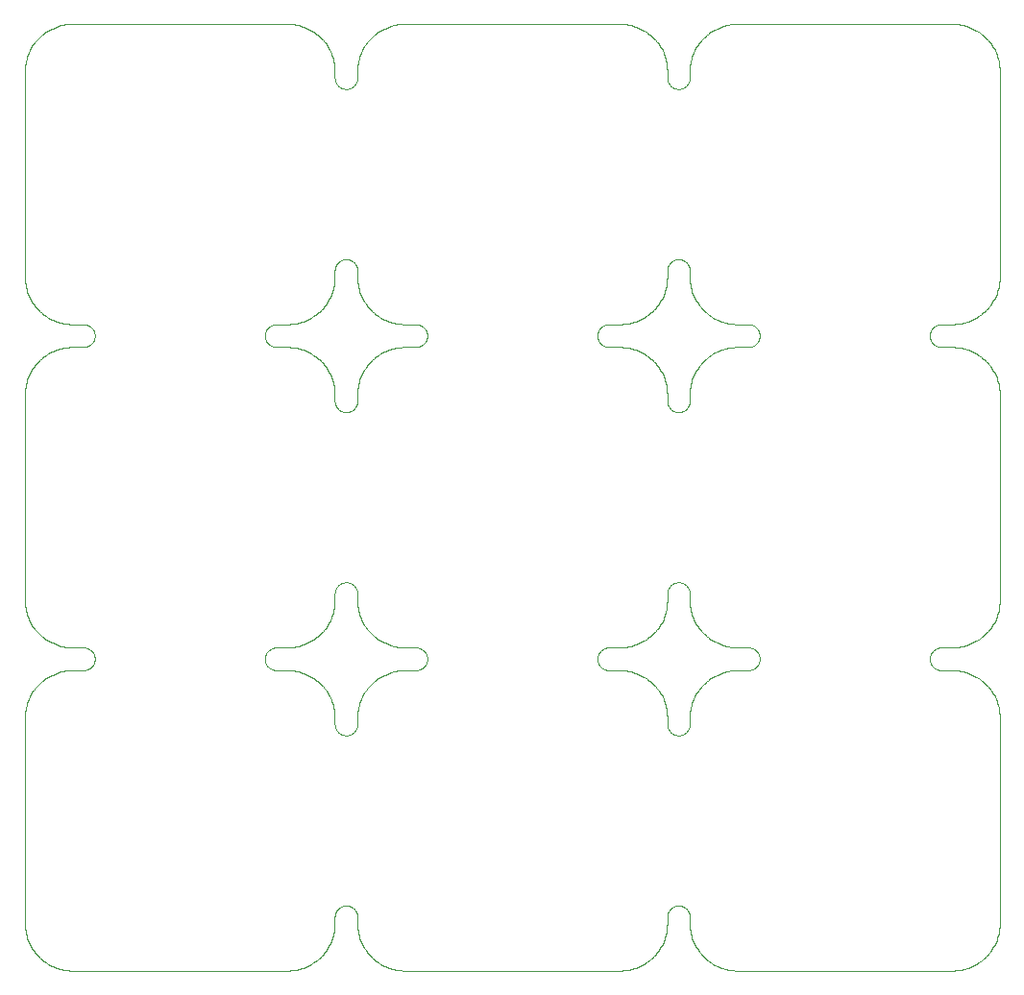
<source format=gbr>
%TF.GenerationSoftware,KiCad,Pcbnew,7.0.2-0*%
%TF.CreationDate,2024-04-23T15:27:56-05:00*%
%TF.ProjectId,saopowerbrdvcut,73616f70-6f77-4657-9262-726476637574,rev?*%
%TF.SameCoordinates,Original*%
%TF.FileFunction,Profile,NP*%
%FSLAX46Y46*%
G04 Gerber Fmt 4.6, Leading zero omitted, Abs format (unit mm)*
G04 Created by KiCad (PCBNEW 7.0.2-0) date 2024-04-23 15:27:56*
%MOMM*%
%LPD*%
G01*
G04 APERTURE LIST*
%TA.AperFunction,Profile*%
%ADD10C,0.100000*%
%TD*%
G04 APERTURE END LIST*
D10*
X137432440Y-74653291D02*
X137454628Y-74662401D01*
X164759958Y-44496101D02*
X164772931Y-44516811D01*
X136884290Y-45887926D02*
X136904766Y-45900002D01*
X140098018Y-74986925D02*
X140146731Y-74992933D01*
X190216892Y-49707039D02*
X190199806Y-49690459D01*
X160434686Y-20812344D02*
X160287696Y-20710890D01*
X161888377Y-22692777D02*
X161821755Y-22528953D01*
X161631835Y-44344659D02*
X161643867Y-44323177D01*
X129469519Y-77068558D02*
X129445609Y-77063807D01*
X156804909Y-48471840D02*
X156757019Y-48461086D01*
X132878969Y-81970618D02*
X132868215Y-81922728D01*
X133253301Y-40942319D02*
X133293430Y-40914057D01*
X162151000Y-70855186D02*
X162151000Y-70236581D01*
X163665103Y-40887798D02*
X163706570Y-40914057D01*
X133108049Y-53908141D02*
X133075990Y-53870976D01*
X111125557Y-46587065D02*
X111169398Y-46609133D01*
X164140176Y-53383313D02*
X164131785Y-53431673D01*
X189897466Y-77916369D02*
X189755876Y-77808383D01*
X166927000Y-103218679D02*
X166949685Y-103226742D01*
X137822035Y-48680219D02*
X137647688Y-48737508D01*
X191447809Y-71060571D02*
X191452828Y-70868229D01*
X106266011Y-50318619D02*
X106168932Y-50465492D01*
X158976716Y-48624108D02*
X158953160Y-48618223D01*
X167325285Y-20133053D02*
X167147182Y-20182173D01*
X160914894Y-102257313D02*
X161038829Y-102131199D01*
X161188278Y-50000555D02*
X161172735Y-49982283D01*
X167739372Y-74932509D02*
X167763566Y-74936098D01*
X130985697Y-45780248D02*
X131132686Y-45678806D01*
X163706570Y-25576997D02*
X163665103Y-25603256D01*
X128608336Y-48491205D02*
X128596053Y-48491055D01*
X133653909Y-82708422D02*
X133606020Y-82697668D01*
X135700750Y-101826842D02*
X135811722Y-101963820D01*
X158562630Y-46441454D02*
X158747609Y-46409369D01*
X133512110Y-97786093D02*
X133558715Y-97770697D01*
X161811757Y-22506028D02*
X161737194Y-22346104D01*
X131612895Y-73766258D02*
X131736830Y-73640144D01*
X170297184Y-47393036D02*
X170300794Y-47441986D01*
X134444700Y-40942319D02*
X134483394Y-40972516D01*
X108345687Y-46244632D02*
X108520036Y-46301916D01*
X106783109Y-21215984D02*
X106659173Y-21342109D01*
X136404534Y-49425315D02*
X136386019Y-49440143D01*
X108950396Y-20081697D02*
X108926485Y-20086448D01*
X126741061Y-47200769D02*
X126756457Y-47154164D01*
X190340828Y-73640144D02*
X190357161Y-73622710D01*
X134854191Y-23921807D02*
X134849171Y-24114149D01*
X158325907Y-20020387D02*
X158134857Y-20006272D01*
X132848830Y-70868229D02*
X132849000Y-70855186D01*
X189219104Y-102980879D02*
X189240178Y-102969768D01*
X166206766Y-77573233D02*
X166186289Y-77585311D01*
X105684400Y-100394340D02*
X105734493Y-100565333D01*
X188677000Y-46236568D02*
X188847373Y-46171346D01*
X160595467Y-102539012D02*
X160613984Y-102524183D01*
X106525267Y-78473338D02*
X106509724Y-78491610D01*
X165848123Y-20826273D02*
X165706533Y-20934260D01*
X105800717Y-22716367D02*
X105742253Y-22883879D01*
X133653909Y-69255797D02*
X133702269Y-69247405D01*
X134869925Y-52203642D02*
X134855553Y-52386797D01*
X133253301Y-82530845D02*
X133214607Y-82500648D01*
X185630440Y-75241158D02*
X185667605Y-75209099D01*
X191447809Y-23921808D02*
X191446447Y-23895741D01*
X110844732Y-46501878D02*
X110893092Y-46510269D01*
X131132686Y-102660916D02*
X131151878Y-102646988D01*
X138046842Y-77109278D02*
X138023286Y-77115163D01*
X167124034Y-77171274D02*
X166949687Y-77228563D01*
X157898053Y-103473164D02*
X157910334Y-103473014D01*
X108345687Y-74735687D02*
X108520036Y-74792971D01*
X162061670Y-71704254D02*
X162066991Y-71679040D01*
X160595467Y-77916369D02*
X160453877Y-77808383D01*
X132759671Y-100195309D02*
X132764992Y-100170095D01*
X136085108Y-21215984D02*
X135961172Y-21342109D01*
X170133469Y-48046625D02*
X170105207Y-48086754D01*
X111471012Y-76616503D02*
X111438952Y-76653669D01*
X134320398Y-97845716D02*
X134363104Y-97869908D01*
X190357160Y-49850599D02*
X190340828Y-49833164D01*
X110698002Y-46491055D02*
X110747070Y-46492259D01*
X129852820Y-103291015D02*
X129875968Y-103284026D01*
X111639545Y-76319000D02*
X111621881Y-76364794D01*
X135356134Y-72814232D02*
X135368166Y-72835714D01*
X111678786Y-47295963D02*
X111687178Y-47344323D01*
X128832857Y-74975838D02*
X129023911Y-74961724D01*
X165002748Y-78628600D02*
X164988022Y-78647704D01*
X108345689Y-48737508D02*
X108323000Y-48745574D01*
X110747070Y-48489850D02*
X110698002Y-48491055D01*
X191113756Y-50997083D02*
X191039193Y-50837159D01*
X187436856Y-48497327D02*
X187412303Y-48496119D01*
X126698001Y-47491054D02*
X126699206Y-47441986D01*
X161631835Y-101326769D02*
X161643867Y-101305287D01*
X168403950Y-76982110D02*
X168391667Y-76982260D01*
X111654941Y-47200769D02*
X111668032Y-47248074D01*
X138865146Y-103466893D02*
X138889697Y-103468100D01*
X161038829Y-78324219D02*
X160914893Y-78198094D01*
X191368990Y-71679040D02*
X191401680Y-71501629D01*
X132828077Y-42778732D02*
X132842449Y-42595584D01*
X166734439Y-74653291D02*
X166756627Y-74662401D01*
X132849001Y-70236581D02*
X132850205Y-70187513D01*
X190601251Y-21646490D02*
X190490277Y-21509500D01*
X162151000Y-53236583D02*
X162151000Y-52618248D01*
X163706570Y-54068052D02*
X163665103Y-54094311D01*
X188677002Y-77236629D02*
X188654312Y-77228563D01*
X167554393Y-46409369D02*
X167739372Y-46441454D01*
X170159728Y-48005158D02*
X170133469Y-48046625D01*
X163346091Y-97746852D02*
X163393980Y-97757606D01*
X156404300Y-75178902D02*
X156444429Y-75150640D01*
X135457960Y-50486200D02*
X135368165Y-50637654D01*
X167348841Y-20127168D02*
X167325285Y-20133053D01*
X186155268Y-76971286D02*
X186106908Y-76962895D01*
X133750982Y-25740712D02*
X133702269Y-25734704D01*
X164171924Y-42778732D02*
X164174635Y-42804620D01*
X166734438Y-77310970D02*
X166568273Y-77383909D01*
X134790545Y-41408636D02*
X134805941Y-41455242D01*
X185470529Y-46935484D02*
X185498791Y-46895355D01*
X170105207Y-46895355D02*
X170133469Y-46935484D01*
X161955748Y-72098475D02*
X161963510Y-72074277D01*
X158562631Y-20049608D02*
X158538434Y-20046018D01*
X164054989Y-53664138D02*
X164032921Y-53707979D01*
X162479440Y-97986686D02*
X162516606Y-97954626D01*
X156058456Y-76319000D02*
X156043060Y-76272395D01*
X132849001Y-98727636D02*
X132850205Y-98678568D01*
X131132686Y-45678806D02*
X131151878Y-45664878D01*
X137244626Y-46079180D02*
X137266275Y-46089305D01*
X134772880Y-41362843D02*
X134790545Y-41408636D01*
X132859824Y-70089851D02*
X132868215Y-70041491D01*
X132801715Y-99967091D02*
X132825366Y-99786730D01*
X163706570Y-40914057D02*
X163746699Y-40942319D01*
X127142430Y-76813579D02*
X127102301Y-76785317D01*
X169544980Y-75012078D02*
X169592284Y-75025169D01*
X140970031Y-76225090D02*
X140956940Y-76272395D01*
X132907456Y-98390746D02*
X132925121Y-98344953D01*
X164870009Y-78809674D02*
X164772930Y-78956547D01*
X162150829Y-42377174D02*
X162150999Y-42364131D01*
X156485897Y-46633326D02*
X156528603Y-46609133D01*
X140290285Y-75025169D02*
X140336891Y-75040565D01*
X161418119Y-21807646D02*
X161313978Y-21665594D01*
X138649680Y-103450372D02*
X138674092Y-103452779D01*
X105553554Y-71086638D02*
X105567926Y-71269787D01*
X105547172Y-99359285D02*
X105552192Y-99551627D01*
X106398751Y-101826842D02*
X106509723Y-101963820D01*
X132519756Y-79511063D02*
X132509758Y-79488139D01*
X159352315Y-74735687D02*
X159375001Y-74727623D01*
X127270445Y-48395044D02*
X127226604Y-48372976D01*
X169544980Y-46521023D02*
X169592284Y-46534114D01*
X105886246Y-72476308D02*
X105960808Y-72636219D01*
X107582291Y-74378981D02*
X107602767Y-74391057D01*
X190216892Y-78198094D02*
X190199806Y-78181514D01*
X189897466Y-20934259D02*
X189755876Y-20826273D01*
X126866531Y-76537680D02*
X126840272Y-76496213D01*
X166927000Y-46236569D02*
X166949685Y-46244632D01*
X191452998Y-24127193D02*
X191452828Y-24114150D01*
X132801715Y-23506335D02*
X132797682Y-23480743D01*
X131997252Y-44844732D02*
X132011980Y-44825629D01*
X160914894Y-45275203D02*
X161038829Y-45149089D01*
X140956940Y-47781340D02*
X140941544Y-47827945D01*
X166186289Y-20603201D02*
X166034146Y-20697880D01*
X157898052Y-76982110D02*
X156999999Y-76982110D01*
X135827266Y-49982283D02*
X135811723Y-50000555D01*
X162768315Y-25669407D02*
X162723444Y-25649516D01*
X187840433Y-48537073D02*
X187652324Y-48513850D01*
X130453375Y-77394035D02*
X130431728Y-77383909D01*
X132519757Y-100944435D02*
X132586378Y-100780621D01*
X167976094Y-20020387D02*
X167951676Y-20022795D01*
X165534257Y-78061188D02*
X165404193Y-78181514D01*
X158771517Y-74895674D02*
X158953161Y-74854958D01*
X140903989Y-75554554D02*
X140923880Y-75599425D01*
X135178247Y-51020007D02*
X135111624Y-51183829D01*
X137082896Y-77474456D02*
X137061824Y-77485568D01*
X135944840Y-49850599D02*
X135827266Y-49982283D01*
X140740951Y-48162614D02*
X140707107Y-48198162D01*
X190474732Y-44999985D02*
X190490278Y-44981710D01*
X162209455Y-25082418D02*
X162194059Y-25035812D01*
X163891951Y-53908141D02*
X163858107Y-53943689D01*
X134730922Y-98256240D02*
X134752990Y-98300081D01*
X162377989Y-69602188D02*
X162410048Y-69565023D01*
X132850205Y-24794596D02*
X132849001Y-24745528D01*
X167976091Y-103452779D02*
X168167145Y-103466893D01*
X162555300Y-69433374D02*
X162595429Y-69405112D01*
X126840272Y-76496213D02*
X126816080Y-76453507D01*
X191190376Y-79674887D02*
X191123754Y-79511063D01*
X185746428Y-76813579D02*
X185706299Y-76785317D01*
X132925121Y-25128211D02*
X132907456Y-25082418D01*
X132718168Y-43387489D02*
X132759671Y-43213199D01*
X186106908Y-75001324D02*
X186155268Y-74992933D01*
X163487890Y-82669181D02*
X163441285Y-82684577D01*
X111501209Y-76577809D02*
X111471012Y-76616503D01*
X168167145Y-103466893D02*
X168191696Y-103468100D01*
X107602767Y-74391057D02*
X107759825Y-74478713D01*
X169936393Y-48264065D02*
X169897699Y-48294262D01*
X129852820Y-48673228D02*
X129674717Y-48624108D01*
X162269078Y-41274130D02*
X162293271Y-41231424D01*
X169684683Y-48414934D02*
X169638890Y-48432599D01*
X134838177Y-24892258D02*
X134829786Y-24940618D01*
X163249018Y-25740712D02*
X163200068Y-25744322D01*
X111253572Y-76813579D02*
X111212104Y-76839838D01*
X108721288Y-46358020D02*
X108744842Y-46363903D01*
X136386019Y-20949088D02*
X136250070Y-21063368D01*
X105742254Y-72098474D02*
X105800717Y-72265976D01*
X156853269Y-74992933D02*
X156901982Y-74986925D01*
X126894793Y-48086754D02*
X126866531Y-48046625D01*
X188869560Y-48819914D02*
X188847372Y-48810803D01*
X135961172Y-78324219D02*
X135944840Y-78341654D01*
X191039193Y-72636219D02*
X191113754Y-72476309D01*
X132892060Y-53526867D02*
X132878969Y-53479563D01*
X105598321Y-80462853D02*
X105594288Y-80488445D01*
X130615106Y-77474455D02*
X130453375Y-77394035D01*
X190490277Y-21509500D02*
X190474734Y-21491228D01*
X137082896Y-74489824D02*
X137244626Y-74570235D01*
X189219104Y-45998769D02*
X189240178Y-45987658D01*
X160595467Y-74047957D02*
X160613984Y-74033128D01*
X191028152Y-50814936D02*
X190945865Y-50659135D01*
X189240178Y-102969768D02*
X189397234Y-102882111D01*
X133995732Y-40756350D02*
X134044092Y-40764742D01*
X162130076Y-99760842D02*
X162144448Y-99577694D01*
X191322166Y-43387489D02*
X191363669Y-43213199D01*
X163533684Y-54160462D02*
X163487890Y-54178126D01*
X140427556Y-76886099D02*
X140382684Y-76905989D01*
X132801715Y-51997390D02*
X132797682Y-51971798D01*
X162377989Y-53870976D02*
X162347792Y-53832282D01*
X130265562Y-48819914D02*
X130243374Y-48810803D01*
X109372093Y-46470669D02*
X109563147Y-46484783D01*
X166926998Y-77236629D02*
X166756627Y-77301858D01*
X164235009Y-23303325D02*
X164202319Y-23480743D01*
X127102301Y-76785317D02*
X127063607Y-76755120D01*
X190357161Y-73622710D02*
X190474732Y-73491040D01*
X135036492Y-79890183D02*
X134986399Y-80061185D01*
X189589695Y-20710890D02*
X189569853Y-20697880D01*
X135356135Y-50659135D02*
X135273848Y-50814936D01*
X162180968Y-53479563D02*
X162170214Y-53431673D01*
X133799932Y-54235377D02*
X133750982Y-54231767D01*
X157910334Y-103473014D02*
X158110305Y-103468100D01*
X162013602Y-51570130D02*
X161963509Y-51399129D01*
X133017531Y-41189956D02*
X133045793Y-41149827D01*
X108323002Y-103218679D02*
X108345687Y-103226742D01*
X156485897Y-76839838D02*
X156444429Y-76813579D01*
X106168932Y-78956547D02*
X106155961Y-78977255D01*
X135036492Y-72074278D02*
X135044253Y-72098474D01*
X170272030Y-47248074D02*
X170282784Y-47295963D01*
X169773396Y-75100188D02*
X169816102Y-75124381D01*
X134185891Y-25687071D02*
X134139286Y-25702467D01*
X134520560Y-97986686D02*
X134556108Y-98020530D01*
X188869560Y-103144347D02*
X189035726Y-103071415D01*
X191315601Y-100394340D02*
X191322166Y-100369599D01*
X170297184Y-47589073D02*
X170291176Y-47637786D01*
X107759825Y-102969768D02*
X107780897Y-102980879D01*
X140956940Y-47200769D02*
X140970031Y-47248074D01*
X162151000Y-99346241D02*
X162151000Y-98727636D01*
X137647688Y-48737508D02*
X137624999Y-48745574D01*
X166734439Y-103144346D02*
X166756627Y-103153456D01*
X128808305Y-20005064D02*
X128608336Y-20000150D01*
X134849001Y-24745528D02*
X134847796Y-24794596D01*
X134589952Y-82399196D02*
X134556108Y-82434744D01*
X162013602Y-80061185D02*
X161963509Y-79890184D01*
X188677000Y-74727623D02*
X188847373Y-74662401D01*
X163954207Y-69640882D02*
X163982469Y-69681011D01*
X190844040Y-78977255D02*
X190831069Y-78956547D01*
X189219104Y-20492345D02*
X189057373Y-20411925D01*
X135686023Y-21665594D02*
X135581882Y-21807646D01*
X164008728Y-69722479D02*
X164032921Y-69765185D01*
X134444700Y-25548735D02*
X134404571Y-25576997D01*
X110988286Y-46534114D02*
X111034892Y-46549510D01*
X105552192Y-42569517D02*
X105553554Y-42595583D01*
X159352315Y-103226742D02*
X159375001Y-103218678D01*
X140242981Y-76952141D02*
X140195091Y-76962895D01*
X128596054Y-103473164D02*
X128608335Y-103473014D01*
X128608335Y-46490904D02*
X128808306Y-46485990D01*
X162679602Y-25627448D02*
X162636896Y-25603256D01*
X190051931Y-78045479D02*
X189915983Y-77931200D01*
X111253572Y-75150640D02*
X111293701Y-75178902D01*
X130431728Y-46089305D02*
X130453375Y-46079180D01*
X164338491Y-100565333D02*
X164346252Y-100589529D01*
X130050314Y-77228563D02*
X129875968Y-77171274D01*
X188278715Y-48624108D02*
X188255159Y-48618223D01*
X138023287Y-74849075D02*
X138046841Y-74854958D01*
X191452828Y-52605205D02*
X191447809Y-52412863D01*
X164883882Y-44683589D02*
X164988021Y-44825629D01*
X133045793Y-25341227D02*
X133017531Y-25301098D01*
X156365606Y-75209099D02*
X156404300Y-75178902D01*
X188456818Y-48673228D02*
X188278715Y-48624108D01*
X191363669Y-100195309D02*
X191368990Y-100170095D01*
X185306814Y-47393036D02*
X185312822Y-47344323D01*
X162013602Y-71903285D02*
X162020167Y-71878544D01*
X135111624Y-100780624D02*
X135178246Y-100944436D01*
X163101931Y-97728842D02*
X163150999Y-97727637D01*
X108152629Y-103153456D02*
X108323002Y-103218679D01*
X134652208Y-98131937D02*
X134680470Y-98172066D01*
X189240178Y-45987658D02*
X189397234Y-45900001D01*
X185360455Y-47154164D02*
X185378119Y-47108370D01*
X158771517Y-46404619D02*
X158953161Y-46363903D01*
X106155961Y-78977255D02*
X106066166Y-79128709D01*
X191039193Y-79328214D02*
X191028152Y-79305991D01*
X190216893Y-102257313D02*
X190340828Y-102131199D01*
X190199806Y-78181514D02*
X190069741Y-78061187D01*
X140195091Y-75001324D02*
X140242981Y-75012078D01*
X156328441Y-75241158D02*
X156365606Y-75209099D01*
X134829786Y-53431673D02*
X134819032Y-53479563D01*
X162151000Y-24745528D02*
X162151000Y-24127193D01*
X136250072Y-45427807D02*
X136386019Y-45542074D01*
X107582291Y-49094256D02*
X107430148Y-49188935D01*
X162127365Y-52177754D02*
X162103714Y-51997390D01*
X163052981Y-97732452D02*
X163101931Y-97728842D01*
X189417710Y-20603200D02*
X189397234Y-20591124D01*
X134483394Y-82500648D02*
X134444700Y-82530845D01*
X161055162Y-45131655D02*
X161172733Y-44999985D01*
X130793236Y-45900001D02*
X130813712Y-45887927D01*
X158976715Y-46358020D02*
X159154819Y-46308905D01*
X135961172Y-49833164D02*
X135944840Y-49850599D01*
X165263171Y-45149089D02*
X165387106Y-45275203D01*
X187627906Y-48511442D02*
X187436856Y-48497327D01*
X111687178Y-47637786D02*
X111678786Y-47686146D01*
X162516606Y-40972516D02*
X162555300Y-40942319D01*
X132868215Y-70041491D02*
X132878969Y-69993601D01*
X191452999Y-70855186D02*
X191452999Y-52618248D01*
X167325286Y-103340130D02*
X167348840Y-103346013D01*
X161055162Y-73622710D02*
X161172733Y-73491040D01*
X162293271Y-25259630D02*
X162269078Y-25216924D01*
X105886245Y-22506030D02*
X105876248Y-22528952D01*
X163924010Y-41111133D02*
X163954207Y-41149827D01*
X131151878Y-102646988D02*
X131293468Y-102539012D01*
X162347792Y-69640882D02*
X162377989Y-69602188D01*
X107084020Y-45542074D02*
X107102535Y-45556901D01*
X164564806Y-44145165D02*
X164575847Y-44167386D01*
X135356134Y-101305287D02*
X135368166Y-101326769D01*
X134044092Y-40764742D02*
X134091981Y-40775496D01*
X190933834Y-72835714D02*
X190945866Y-72814232D01*
X134772880Y-53619266D02*
X134752990Y-53664138D01*
X133898069Y-25744322D02*
X133849001Y-25745527D01*
X133017531Y-69681011D02*
X133045793Y-69640882D01*
X191452998Y-81109303D02*
X191452828Y-81096260D01*
X136546123Y-102646987D02*
X136565316Y-102660917D01*
X111687178Y-76128841D02*
X111678786Y-76177201D01*
X133293430Y-25576997D02*
X133253301Y-25548735D01*
X189589695Y-74271303D02*
X189736684Y-74169861D01*
X161955749Y-79865988D02*
X161897283Y-79698475D01*
X156999999Y-48491055D02*
X156950931Y-48489850D01*
X162152204Y-81776706D02*
X162151000Y-81727638D01*
X165706533Y-45556901D02*
X165848122Y-45664877D01*
X126741061Y-75691824D02*
X126756457Y-75645219D01*
X132991272Y-98213534D02*
X133017531Y-98172066D01*
X156076120Y-76364794D02*
X156058456Y-76319000D01*
X162099681Y-80462853D02*
X162066991Y-80285435D01*
X126957050Y-48162614D02*
X126924990Y-48125448D01*
X107430148Y-74284313D02*
X107582291Y-74378981D01*
X135581883Y-44683589D02*
X135686022Y-44825629D01*
X134680470Y-82283208D02*
X134652208Y-82323337D01*
X164092544Y-82064528D02*
X164074879Y-82110321D01*
X162099681Y-51971798D02*
X162066991Y-51794380D01*
X161038829Y-21342109D02*
X160914893Y-21215984D01*
X107084020Y-77931198D02*
X106948071Y-78045478D01*
X105636332Y-51769168D02*
X105631011Y-51794380D01*
X162247010Y-41317971D02*
X162269078Y-41274130D01*
X191315601Y-71903285D02*
X191322166Y-71878544D01*
X156804909Y-76962895D02*
X156757019Y-76952141D01*
X135568010Y-44663671D02*
X135581883Y-44683589D01*
X132011980Y-73316684D02*
X132116119Y-73174644D01*
X140000001Y-46491055D02*
X140049069Y-46492259D01*
X111212104Y-76839838D02*
X111169398Y-76864031D01*
X127361110Y-46549510D02*
X127407716Y-46534114D01*
X163822559Y-25486478D02*
X163785393Y-25518538D01*
X164074879Y-98344953D02*
X164092544Y-98390746D01*
X168403949Y-74982110D02*
X169302000Y-74982110D01*
X167763566Y-74936098D02*
X167951679Y-74959317D01*
X159375003Y-48745574D02*
X159352313Y-48737508D01*
X185398010Y-75554554D02*
X185420078Y-75510712D01*
X162723444Y-25649516D02*
X162679602Y-25627448D01*
X136546123Y-45664877D02*
X136565316Y-45678807D01*
X108721287Y-20133053D02*
X108543184Y-20182173D01*
X161963510Y-100565332D02*
X162013602Y-100394340D01*
X131997253Y-21646490D02*
X131886279Y-21509500D01*
X135188245Y-100967363D02*
X135262807Y-101127274D01*
X191401680Y-43010574D02*
X191405713Y-42984981D01*
X134652208Y-53832282D02*
X134622011Y-53870976D01*
X136546124Y-20826273D02*
X136404534Y-20934260D01*
X134363104Y-25603256D02*
X134320398Y-25627448D01*
X131870734Y-73491040D02*
X131886280Y-73472765D01*
X186301998Y-74982110D02*
X187200052Y-74982110D01*
X169351068Y-74983314D02*
X169400017Y-74986925D01*
X162443892Y-41038420D02*
X162479440Y-41004576D01*
X127026442Y-76723061D02*
X126990894Y-76689217D01*
X164107940Y-98437352D02*
X164121031Y-98484656D01*
X188278714Y-46358020D02*
X188456818Y-46308905D01*
X163150999Y-82727637D02*
X163101931Y-82726432D01*
X164870009Y-101645781D02*
X164883882Y-101665699D01*
X160267854Y-49188935D02*
X160115711Y-49094255D01*
X108323002Y-46236569D02*
X108345687Y-46244632D01*
X160287696Y-45780248D02*
X160434685Y-45678806D01*
X191405713Y-51997390D02*
X191401680Y-51971798D01*
X168191697Y-76987174D02*
X168167144Y-76988382D01*
X164281833Y-71878544D02*
X164288398Y-71903285D01*
X140941544Y-76319000D02*
X140923880Y-76364794D01*
X106930258Y-102394206D02*
X106948073Y-102409917D01*
X134139286Y-69279642D02*
X134185891Y-69295038D01*
X188479966Y-103284026D02*
X188654314Y-103226742D01*
X163200068Y-69237787D02*
X163249018Y-69241397D01*
X130050314Y-20246453D02*
X129875968Y-20189164D01*
X164146184Y-98629619D02*
X164149795Y-98678568D01*
X190733990Y-50318619D02*
X190720118Y-50298701D01*
X166014304Y-77693000D02*
X165867315Y-77794453D01*
X160767744Y-45412097D02*
X160897806Y-45291783D01*
X188847372Y-77301858D02*
X188677002Y-77236629D01*
X160434686Y-49303399D02*
X160287696Y-49201945D01*
X109372093Y-74961724D02*
X109563147Y-74975838D01*
X191363669Y-23278113D02*
X191322166Y-23103815D01*
X132595284Y-43774923D02*
X132653749Y-43607420D01*
X133995732Y-97738460D02*
X134044092Y-97746852D01*
X169773396Y-48372976D02*
X169729555Y-48395044D01*
X134938331Y-23278113D02*
X134933010Y-23303325D01*
X111639545Y-47154164D02*
X111654941Y-47200769D01*
X167763566Y-103427153D02*
X167951679Y-103450372D01*
X111678786Y-76177201D02*
X111668032Y-76225090D01*
X137647688Y-20246453D02*
X137624999Y-20254519D01*
X107263317Y-77794453D02*
X107244125Y-77808383D01*
X134869925Y-99760842D02*
X134872636Y-99786730D01*
X156328441Y-76723061D02*
X156292893Y-76689217D01*
X160613984Y-77931199D02*
X160595467Y-77916369D01*
X105631011Y-23303325D02*
X105598321Y-23480743D01*
X189417710Y-77585310D02*
X189397234Y-77573234D01*
X132759671Y-23278113D02*
X132718168Y-23103815D01*
X165404194Y-45291783D02*
X165534256Y-45412096D01*
X136232257Y-102394206D02*
X136250072Y-102409917D01*
X156950931Y-76980905D02*
X156901982Y-76977294D01*
X191265509Y-72074277D02*
X191315601Y-71903285D01*
X165246839Y-78341654D02*
X165129265Y-78473338D01*
X185667605Y-46718044D02*
X185706299Y-46687847D01*
X164759959Y-50486200D02*
X164670164Y-50637654D01*
X135044253Y-100589529D02*
X135102716Y-100757031D01*
X185303204Y-47540123D02*
X185301999Y-47491055D01*
X133214607Y-82500648D02*
X133177441Y-82468588D01*
X129651162Y-46363903D02*
X129674716Y-46358020D01*
X134849171Y-24114149D02*
X134849001Y-24127194D01*
X162209455Y-41408636D02*
X162227120Y-41362843D01*
X164198286Y-42984981D02*
X164202319Y-43010574D01*
X110796019Y-76977294D02*
X110747070Y-76980905D01*
X134091981Y-25715558D02*
X134044092Y-25726312D01*
X137822035Y-103284026D02*
X137845183Y-103291015D01*
X164490244Y-72476308D02*
X164564806Y-72636219D01*
X140382684Y-48414934D02*
X140336891Y-48432599D01*
X188654312Y-20246453D02*
X188479966Y-20189164D01*
X140923880Y-47873739D02*
X140903989Y-47918610D01*
X130431728Y-74580360D02*
X130453375Y-74570235D01*
X190199806Y-49690459D02*
X190069741Y-49570132D01*
X134869925Y-80694697D02*
X134855553Y-80877852D01*
X140995185Y-47589073D02*
X140989177Y-47637786D01*
X191199282Y-100757033D02*
X191257747Y-100589530D01*
X159154819Y-77164283D02*
X158976716Y-77115163D01*
X164092544Y-41408636D02*
X164107940Y-41455242D01*
X163150999Y-25745527D02*
X163101931Y-25744322D01*
X127226604Y-75100188D02*
X127270445Y-75078120D01*
X164772931Y-101498921D02*
X164870009Y-101645781D01*
X167325285Y-48624108D02*
X167147182Y-48673228D01*
X128608336Y-76982260D02*
X128596053Y-76982110D01*
X164121031Y-69993601D02*
X164131785Y-70041491D01*
X164151000Y-52618249D02*
X164151000Y-53236583D01*
X138228485Y-74895674D02*
X138252394Y-74900424D01*
X168391668Y-46490904D02*
X168403949Y-46491054D01*
X132764992Y-100170095D02*
X132797682Y-99992684D01*
X107102535Y-102539011D02*
X107244124Y-102646987D01*
X158562630Y-74932509D02*
X158747609Y-74900424D01*
X164054989Y-82155193D02*
X164032921Y-82199034D01*
X134589952Y-98056078D02*
X134622011Y-98093243D01*
X165387106Y-73766258D02*
X165404194Y-73782838D01*
X165113722Y-50000555D02*
X165002748Y-50137545D01*
X162066991Y-71679040D02*
X162099681Y-71501629D01*
X185306814Y-76080128D02*
X185303204Y-76031178D01*
X159733727Y-20401799D02*
X159567561Y-20328859D01*
X158953160Y-48618223D02*
X158771518Y-48577503D01*
X191190376Y-51183832D02*
X191123754Y-51020008D01*
X133334897Y-25603256D02*
X133293430Y-25576997D01*
X165706533Y-49425315D02*
X165688018Y-49440143D01*
X161172733Y-101982095D02*
X161188279Y-101963820D01*
X185561048Y-48162614D02*
X185528988Y-48125448D01*
X189589695Y-77693000D02*
X189569853Y-77679990D01*
X162679602Y-69354661D02*
X162723444Y-69332593D01*
X164146184Y-53334600D02*
X164140176Y-53383313D01*
X129651161Y-48618223D02*
X129469519Y-48577503D01*
X126866531Y-46935484D02*
X126894793Y-46895355D01*
X138228484Y-20086448D02*
X138046842Y-20127168D01*
X134849001Y-41745526D02*
X134849001Y-42364130D01*
X162150829Y-70868229D02*
X162150999Y-70855186D01*
X165848122Y-74155932D02*
X165867315Y-74169862D01*
X162170214Y-41550436D02*
X162180968Y-41502546D01*
X107244125Y-77808383D02*
X107102535Y-77916370D01*
X126816080Y-76453507D02*
X126794012Y-76409665D01*
X106509723Y-44981710D02*
X106525269Y-44999985D01*
X162099681Y-71501629D02*
X162103714Y-71476036D01*
X163858107Y-41038420D02*
X163891951Y-41073968D01*
X105570637Y-52177754D02*
X105567926Y-52203642D01*
X161038829Y-49833164D02*
X160914893Y-49707039D01*
X168191696Y-103468100D02*
X168391668Y-103473014D01*
X162955908Y-97746852D02*
X163004268Y-97738460D01*
X164346251Y-79865990D02*
X164338491Y-79890183D01*
X106279884Y-44683589D02*
X106384023Y-44825629D01*
X140098018Y-76977294D02*
X140049069Y-76980905D01*
X188456818Y-77164283D02*
X188278715Y-77115163D01*
X107582291Y-102870036D02*
X107602767Y-102882112D01*
X164054989Y-41317971D02*
X164074879Y-41362843D01*
X135262807Y-44145165D02*
X135273848Y-44167386D01*
X126717216Y-47295963D02*
X126727970Y-47248074D01*
X190601250Y-44844732D02*
X190615978Y-44825629D01*
X132825366Y-99786730D02*
X132828077Y-99760842D01*
X109587699Y-20005064D02*
X109563146Y-20006272D01*
X132129992Y-73154726D02*
X132227070Y-73007866D01*
X107759825Y-77485568D02*
X107602768Y-77573233D01*
X189057373Y-20411925D02*
X189035726Y-20401799D01*
X159755374Y-103061290D02*
X159917105Y-102980879D01*
X166949687Y-20246453D02*
X166926998Y-20254519D01*
X108950396Y-77063807D02*
X108926485Y-77068558D01*
X164288398Y-100394340D02*
X164338491Y-100565333D01*
X162410048Y-25417086D02*
X162377989Y-25379921D01*
X170183920Y-47019657D02*
X170205988Y-47063499D01*
X185706299Y-76785317D02*
X185667605Y-76755120D01*
X188479966Y-20189164D02*
X188456818Y-20182173D01*
X106509723Y-73472765D02*
X106525269Y-73491040D01*
X132586378Y-51183832D02*
X132519756Y-51020008D01*
X164146184Y-24843545D02*
X164140176Y-24892258D01*
X166034146Y-20697880D02*
X166014304Y-20710890D01*
X134900320Y-99992684D02*
X134933010Y-100170095D01*
X106066166Y-22146600D02*
X106054136Y-22168080D01*
X185378119Y-47108370D02*
X185398010Y-47063499D01*
X138023286Y-20133053D02*
X137845183Y-20182173D01*
X136404534Y-45556901D02*
X136546123Y-45664877D01*
X162247010Y-25173083D02*
X162227120Y-25128211D01*
X162150999Y-52618248D02*
X162150829Y-52605205D01*
X108744843Y-20127168D02*
X108721287Y-20133053D01*
X134838177Y-98580906D02*
X134844185Y-98629619D01*
X191452828Y-99359284D02*
X191452998Y-99346241D01*
X134231685Y-97803757D02*
X134276556Y-97823648D01*
X185630440Y-46750103D02*
X185667605Y-46718044D01*
X134819032Y-41502546D02*
X134829786Y-41550436D01*
X168403950Y-20000000D02*
X168391667Y-20000150D01*
X156226989Y-48125448D02*
X156196792Y-48086754D01*
X162595429Y-82559107D02*
X162555300Y-82530845D01*
X189755876Y-102646988D02*
X189897466Y-102539012D01*
X164074879Y-41362843D02*
X164092544Y-41408636D01*
X162152204Y-70187513D02*
X162155815Y-70138564D01*
X131997253Y-50137545D02*
X131886279Y-50000555D01*
X163052981Y-40750342D02*
X163101931Y-40746732D01*
X163982469Y-25301098D02*
X163954207Y-25341227D01*
X135568010Y-21827564D02*
X135470931Y-21974437D01*
X190474732Y-73491040D02*
X190490278Y-73472765D01*
X166756627Y-48810803D02*
X166734438Y-48819915D01*
X133606020Y-40775496D02*
X133653909Y-40764742D01*
X109587698Y-46485990D02*
X109787670Y-46490904D01*
X134819032Y-81970618D02*
X134805941Y-82017922D01*
X169544980Y-48461086D02*
X169497090Y-48471840D01*
X161299251Y-73335787D02*
X161313979Y-73316684D01*
X161431991Y-50318619D02*
X161418119Y-50298701D01*
X137266275Y-103071415D02*
X137432440Y-103144346D01*
X105598321Y-51971798D02*
X105594288Y-51997390D01*
X164404715Y-100757031D02*
X164413623Y-100780624D01*
X132967079Y-69765185D02*
X132991272Y-69722479D01*
X108926486Y-46404619D02*
X108950395Y-46409369D01*
X134838177Y-81874368D02*
X134829786Y-81922728D01*
X163954207Y-53832282D02*
X163924010Y-53870976D01*
X138437372Y-48540663D02*
X138252395Y-48572752D01*
X156950931Y-46492259D02*
X156999999Y-46491055D01*
X106384024Y-78647704D02*
X106279883Y-78789756D01*
X106384023Y-101807739D02*
X106398751Y-101826842D01*
X191452828Y-81096260D02*
X191447809Y-80903918D01*
X131151878Y-20826273D02*
X131132687Y-20812344D01*
X156572444Y-76886099D02*
X156528603Y-76864031D01*
X163533684Y-97803757D02*
X163578555Y-97823648D01*
X136386019Y-45542074D02*
X136404534Y-45556901D01*
X165129267Y-44999985D02*
X165246838Y-45131655D01*
X156019215Y-76177201D02*
X156010823Y-76128841D01*
X129445610Y-103391479D02*
X129469518Y-103386729D01*
X108950396Y-48572752D02*
X108926485Y-48577503D01*
X106398751Y-73335787D02*
X106509723Y-73472765D01*
X109787669Y-20000150D02*
X109587699Y-20005064D01*
X156404300Y-48294262D02*
X156365606Y-48264065D01*
X127026442Y-46750103D02*
X127063607Y-46718044D01*
X161888377Y-100780621D02*
X161897283Y-100757033D01*
X185594892Y-46783947D02*
X185630440Y-46750103D01*
X134091981Y-54206613D02*
X134044092Y-54217367D01*
X170225879Y-76364794D02*
X170205988Y-76409665D01*
X134790545Y-69899691D02*
X134805941Y-69946297D01*
X132129992Y-101645781D02*
X132227070Y-101498921D01*
X130985697Y-77693000D02*
X130965855Y-77679990D01*
X107084020Y-74033129D02*
X107102535Y-74047956D01*
X133995732Y-25734704D02*
X133947019Y-25740712D01*
X134556108Y-53943689D02*
X134520560Y-53977533D01*
X188456818Y-46308905D02*
X188479966Y-46301916D01*
X129674716Y-74849075D02*
X129852820Y-74799960D01*
X105567926Y-42778732D02*
X105570637Y-42804620D01*
X126708824Y-47344323D02*
X126717216Y-47295963D01*
X126717216Y-47686146D02*
X126708824Y-47637786D01*
X137266274Y-48892854D02*
X137244627Y-48902980D01*
X190945865Y-22168080D02*
X190933835Y-22146600D01*
X191315601Y-23079075D02*
X191265508Y-22908074D01*
X169936393Y-76755120D02*
X169897699Y-76785317D01*
X161542041Y-78977255D02*
X161529070Y-78956547D01*
X164171924Y-99760842D02*
X164174635Y-99786730D01*
X134819032Y-69993601D02*
X134829786Y-70041491D01*
X105971849Y-79305991D02*
X105960808Y-79328214D01*
X134844185Y-41647509D02*
X134847796Y-41696458D01*
X190199805Y-73782838D02*
X190216893Y-73766258D01*
X169773396Y-46609133D02*
X169816102Y-46633326D01*
X132825366Y-71295675D02*
X132828077Y-71269787D01*
X165387107Y-78198094D02*
X165263171Y-78324219D01*
X156901982Y-48486239D02*
X156853269Y-48480231D01*
X134805941Y-41455242D02*
X134819032Y-41502546D01*
X111687178Y-47344323D02*
X111693186Y-47393036D01*
X188073516Y-46404619D02*
X188255160Y-46363903D01*
X164171924Y-23712587D02*
X164157552Y-23895742D01*
X105742253Y-22883880D02*
X105734493Y-22908073D01*
X131886280Y-73472765D02*
X131997252Y-73335787D01*
X162247010Y-53664138D02*
X162227120Y-53619266D01*
X136712305Y-45780248D02*
X136732147Y-45793258D01*
X140970031Y-75739129D02*
X140980785Y-75787018D01*
X138252394Y-103391479D02*
X138437373Y-103423564D01*
X135102716Y-51207422D02*
X135044252Y-51374934D01*
X126894793Y-75386410D02*
X126924990Y-75347716D01*
X107244125Y-49317328D02*
X107102535Y-49425315D01*
X166568273Y-20401799D02*
X166546626Y-20411925D01*
X160267854Y-74284313D02*
X160287696Y-74271303D01*
X164008728Y-41231424D02*
X164032921Y-41274130D01*
X190720117Y-73174644D02*
X190733990Y-73154726D01*
X185360455Y-47827945D02*
X185345059Y-47781340D01*
X132011979Y-21665594D02*
X131997253Y-21646490D01*
X132129992Y-50318619D02*
X132116120Y-50298701D01*
X132878969Y-98484656D02*
X132892060Y-98437352D01*
X158134856Y-46484783D02*
X158325910Y-46470669D01*
X163533684Y-40821647D02*
X163578555Y-40841538D01*
X109135374Y-74932509D02*
X109159568Y-74936098D01*
X133849001Y-69236582D02*
X133898069Y-69237787D01*
X164121031Y-24988508D02*
X164107940Y-25035812D01*
X162152204Y-53285651D02*
X162151000Y-53236583D01*
X185331968Y-76225090D02*
X185321214Y-76177201D01*
X105570637Y-80668809D02*
X105567926Y-80694697D01*
X134404571Y-54068052D02*
X134363104Y-54094311D01*
X170042950Y-46819495D02*
X170075010Y-46856661D01*
X130985697Y-74271303D02*
X131132686Y-74169861D01*
X111698001Y-47491055D02*
X111696796Y-47540123D01*
X127698000Y-48491055D02*
X127648932Y-48489850D01*
X132586378Y-72289566D02*
X132595284Y-72265978D01*
X165552069Y-78045478D02*
X165534257Y-78061188D01*
X140336891Y-75040565D02*
X140382684Y-75058230D01*
X161811757Y-79488138D02*
X161737194Y-79328214D01*
X132227070Y-101498921D02*
X132240043Y-101478211D01*
X191363669Y-51769168D02*
X191322166Y-51594870D01*
X190844040Y-50486200D02*
X190831069Y-50465492D01*
X162347792Y-25341227D02*
X162319530Y-25301098D01*
X167124034Y-46301916D02*
X167147182Y-46308905D01*
X190069743Y-45412097D02*
X190199805Y-45291783D01*
X191447809Y-42569516D02*
X191452828Y-42377174D01*
X133421445Y-25649516D02*
X133377603Y-25627448D01*
X164480246Y-51020007D02*
X164413623Y-51183829D01*
X133799932Y-40746732D02*
X133849000Y-40745527D01*
X140941544Y-47154164D02*
X140956940Y-47200769D01*
X107759825Y-45987658D02*
X107780897Y-45998769D01*
X186252930Y-46492259D02*
X186301998Y-46491055D01*
X186059018Y-75012078D02*
X186106908Y-75001324D01*
X191123754Y-22528953D02*
X191113756Y-22506029D01*
X185746428Y-48322524D02*
X185706299Y-48294262D01*
X187436855Y-46484783D02*
X187627909Y-46470669D01*
X190216892Y-21215984D02*
X190199806Y-21199404D01*
X161726153Y-72658441D02*
X161737194Y-72636220D01*
X135944839Y-45131655D02*
X135961172Y-45149089D01*
X164413623Y-79674884D02*
X164404715Y-79698477D01*
X128596053Y-48491055D02*
X127698000Y-48491055D01*
X170243543Y-76319000D02*
X170225879Y-76364794D01*
X137061824Y-48994513D02*
X136904767Y-49082178D01*
X162227120Y-69853898D02*
X162247010Y-69809026D01*
X134933010Y-80285435D02*
X134900320Y-80462853D01*
X170205988Y-47918610D02*
X170183920Y-47962452D01*
X167147182Y-20182173D02*
X167124034Y-20189164D01*
X105684400Y-51570130D02*
X105677835Y-51594869D01*
X134404571Y-97896167D02*
X134444700Y-97924429D01*
X162443892Y-25452634D02*
X162410048Y-25417086D01*
X134838177Y-70089851D02*
X134844185Y-70138564D01*
X160095235Y-20591124D02*
X159938179Y-20503458D01*
X162103714Y-23506335D02*
X162099681Y-23480743D01*
X158747607Y-20081697D02*
X158562631Y-20049608D01*
X136732147Y-102775368D02*
X136884290Y-102870036D01*
X162555300Y-40942319D02*
X162595429Y-40914057D01*
X132853816Y-41647509D02*
X132859824Y-41598796D01*
X135102716Y-72265976D02*
X135111624Y-72289569D01*
X162180968Y-81970618D02*
X162170214Y-81922728D01*
X162636896Y-54094311D02*
X162595429Y-54068052D01*
X189736684Y-102660916D02*
X189755876Y-102646988D01*
X138461567Y-103427153D02*
X138649680Y-103450372D01*
X106642841Y-21359544D02*
X106525267Y-21491228D01*
X108543184Y-74799960D02*
X108721288Y-74849075D01*
X164032921Y-25216924D02*
X164008728Y-25259630D01*
X162130076Y-42778732D02*
X162144448Y-42595584D01*
X169592284Y-48447995D02*
X169544980Y-48461086D01*
X163004268Y-40756350D02*
X163052981Y-40750342D01*
X127102301Y-46687847D02*
X127142430Y-46659585D01*
X140881921Y-47962452D02*
X140857729Y-48005158D01*
X164658133Y-44323177D02*
X164670165Y-44344659D01*
X132967079Y-25216924D02*
X132945011Y-25173083D01*
X132825366Y-80668809D02*
X132801715Y-80488445D01*
X159938179Y-77485568D02*
X159917105Y-77474455D01*
X162209455Y-69899691D02*
X162227120Y-69853898D01*
X191315601Y-43412230D02*
X191322166Y-43387489D01*
X108926485Y-48577503D02*
X108744843Y-48618223D01*
X135273848Y-79305991D02*
X135262807Y-79328214D01*
X135581882Y-50298701D02*
X135568010Y-50318619D01*
X140970031Y-47248074D02*
X140980785Y-47295963D01*
X133750982Y-97732452D02*
X133799932Y-97728842D01*
X132842449Y-42595584D02*
X132843811Y-42569516D01*
X131151878Y-49317328D02*
X131132687Y-49303399D01*
X162194059Y-69946297D02*
X162209455Y-69899691D01*
X133558715Y-82684577D02*
X133512110Y-82669181D01*
X187412304Y-46485990D02*
X187436855Y-46484783D01*
X136250070Y-21063368D02*
X136232258Y-21079078D01*
X160434685Y-74169861D02*
X160453877Y-74155933D01*
X161726153Y-101149496D02*
X161737194Y-101127275D01*
X185378119Y-47873739D02*
X185360455Y-47827945D01*
X187864630Y-48540663D02*
X187840433Y-48537073D01*
X105598321Y-43010574D02*
X105631011Y-43187985D01*
X140903989Y-47918610D02*
X140881921Y-47962452D01*
X162155815Y-41647509D02*
X162161823Y-41598796D01*
X132843811Y-71060571D02*
X132848830Y-70868229D01*
X165129267Y-73491040D02*
X165246838Y-73622710D01*
X105742253Y-51374935D02*
X105734493Y-51399128D01*
X185420078Y-47019657D02*
X185444270Y-46976951D01*
X140336891Y-46549510D02*
X140382684Y-46567175D01*
X170272030Y-76225090D02*
X170258939Y-76272395D01*
X136085107Y-73766258D02*
X136102195Y-73782838D01*
X168403949Y-46491055D02*
X169302000Y-46491055D01*
X161643867Y-101305287D02*
X161726153Y-101149496D01*
X134933010Y-100170095D02*
X134938331Y-100195309D01*
X106054136Y-79150190D02*
X105971849Y-79305991D01*
X129445610Y-46409369D02*
X129469518Y-46404619D01*
X135811723Y-21509500D02*
X135700749Y-21646490D01*
X162679602Y-54118503D02*
X162636896Y-54094311D01*
X137266275Y-46089305D02*
X137432440Y-46162236D01*
X162636896Y-82585366D02*
X162595429Y-82559107D01*
X162814109Y-25687071D02*
X162768315Y-25669407D01*
X126702816Y-75884091D02*
X126708824Y-75835378D01*
X136712305Y-74271303D02*
X136732147Y-74284313D01*
X130243374Y-77301858D02*
X130073004Y-77236629D01*
X187412303Y-20005064D02*
X187212334Y-20000150D01*
X190069741Y-49570132D02*
X190051931Y-49554424D01*
X191452828Y-42377174D02*
X191452998Y-42364131D01*
X126840272Y-75468006D02*
X126866531Y-75426539D01*
X162908019Y-54206613D02*
X162860714Y-54193522D01*
X188847373Y-74662401D02*
X188869560Y-74653292D01*
X105567926Y-71269787D02*
X105570637Y-71295675D01*
X108950395Y-74900424D02*
X109135374Y-74932509D01*
X108130441Y-46162236D02*
X108152629Y-46171346D01*
X165404193Y-21199404D02*
X165387107Y-21215984D01*
X106800195Y-78181514D02*
X106783109Y-78198094D01*
X135811723Y-78491610D02*
X135700749Y-78628600D01*
X127502910Y-48471840D02*
X127455020Y-48461086D01*
X132797682Y-43010574D02*
X132801715Y-42984981D01*
X130265562Y-46162237D02*
X130431728Y-46089305D01*
X132797682Y-51971798D02*
X132764992Y-51794380D01*
X159733727Y-77383909D02*
X159567561Y-77310969D01*
X162723444Y-82631626D02*
X162679602Y-82609558D01*
X137244627Y-48902980D02*
X137082896Y-48983401D01*
X138252395Y-20081697D02*
X138228484Y-20086448D01*
X185787896Y-48348783D02*
X185746428Y-48322524D01*
X105552192Y-23921807D02*
X105547172Y-24114149D01*
X132329836Y-44344659D02*
X132341868Y-44323177D01*
X161188279Y-44981710D02*
X161299251Y-44844732D01*
X140803208Y-48086754D02*
X140773011Y-48125448D01*
X161313978Y-78647704D02*
X161299252Y-78628600D01*
X190720118Y-50298701D02*
X190615977Y-50156649D01*
X161888377Y-51183832D02*
X161821755Y-51020008D01*
X134706729Y-53750685D02*
X134680470Y-53792153D01*
X162768315Y-82651517D02*
X162723444Y-82631626D01*
X127551270Y-46501878D02*
X127599983Y-46495870D01*
X190945865Y-79150190D02*
X190933835Y-79128710D01*
X133947019Y-40750342D02*
X133995732Y-40756350D01*
X161542041Y-50486200D02*
X161529070Y-50465492D01*
X189897466Y-102539012D02*
X189915983Y-102524183D01*
X163746699Y-82530845D02*
X163706570Y-82559107D01*
X191432075Y-99760842D02*
X191446447Y-99577694D01*
X164883881Y-78789756D02*
X164870009Y-78809674D01*
X135102716Y-79698477D02*
X135044252Y-79865989D01*
X162170214Y-70041491D02*
X162180968Y-69993601D01*
X163622397Y-97845716D02*
X163665103Y-97869908D01*
X126717216Y-75787018D02*
X126727970Y-75739129D01*
X126866531Y-75426539D02*
X126894793Y-75386410D01*
X129469519Y-48577503D02*
X129445609Y-48572752D01*
X128808306Y-103468100D02*
X128832857Y-103466893D01*
X133334897Y-54094311D02*
X133293430Y-54068052D01*
X132764992Y-71679040D02*
X132797682Y-71501629D01*
X131736830Y-21342109D02*
X131612894Y-21215984D01*
X135036492Y-22908073D02*
X134986399Y-23079075D01*
X191432075Y-71269787D02*
X191446447Y-71086639D01*
X170300794Y-47540123D02*
X170297184Y-47589073D01*
X156004815Y-47589073D02*
X156001205Y-47540123D01*
X111293701Y-46687847D02*
X111332395Y-46718044D01*
X164240330Y-51769168D02*
X164235009Y-51794380D01*
X127063607Y-48264065D02*
X127026442Y-48232006D01*
X131151878Y-45664878D02*
X131293468Y-45556902D01*
X163622397Y-40863606D02*
X163665103Y-40887798D01*
X108721287Y-77115163D02*
X108543184Y-77164283D01*
X111253572Y-48322524D02*
X111212104Y-48348783D01*
X126756457Y-75645219D02*
X126774121Y-75599425D01*
X187200051Y-48491055D02*
X186301998Y-48491055D01*
X111678786Y-75787018D02*
X111687178Y-75835378D01*
X185498791Y-46895355D02*
X185528988Y-46856661D01*
X131595807Y-73782838D02*
X131612895Y-73766258D01*
X138437373Y-74932509D02*
X138461567Y-74936098D01*
X137266274Y-20401799D02*
X137244627Y-20411925D01*
X105960808Y-50837159D02*
X105886245Y-50997085D01*
X132240043Y-101478211D02*
X132329836Y-101326769D01*
X130813712Y-74378982D02*
X130965855Y-74284313D01*
X134849001Y-99346240D02*
X134849171Y-99359285D01*
X163249018Y-82722822D02*
X163200068Y-82726432D01*
X163822559Y-82468588D02*
X163785393Y-82500648D01*
X132586378Y-22692777D02*
X132519756Y-22528953D01*
X158134857Y-48497327D02*
X158110304Y-48496119D01*
X111678786Y-47686146D02*
X111668032Y-47734035D01*
X162636896Y-25603256D02*
X162595429Y-25576997D01*
X156000000Y-47491054D02*
X156001205Y-47441986D01*
X191315601Y-80061185D02*
X191265508Y-79890184D01*
X136565316Y-20812343D02*
X136546124Y-20826273D01*
X162130076Y-71269787D02*
X162144448Y-71086639D01*
X162814109Y-82669181D02*
X162768315Y-82651517D01*
X134805941Y-98437352D02*
X134819032Y-98484656D01*
X163533684Y-82651517D02*
X163487890Y-82669181D01*
X168391667Y-48491205D02*
X168191697Y-48496119D01*
X163924010Y-98093243D02*
X163954207Y-98131937D01*
X162145810Y-99551626D02*
X162150829Y-99359284D01*
X132116119Y-73174644D02*
X132129992Y-73154726D01*
X138228484Y-48577503D02*
X138046842Y-48618223D01*
X132967079Y-41274130D02*
X132991272Y-41231424D01*
X107430148Y-77679990D02*
X107410306Y-77693000D01*
X162103714Y-71476036D02*
X162127365Y-71295675D01*
X134276556Y-82631626D02*
X134231685Y-82651517D01*
X167325286Y-74849075D02*
X167348840Y-74854958D01*
X162194059Y-82017922D02*
X162180968Y-81970618D01*
X161963510Y-43583222D02*
X162013602Y-43412230D01*
X188847373Y-46171346D02*
X188869560Y-46162237D01*
X135111624Y-22692774D02*
X135102716Y-22716367D01*
X111654941Y-75691824D02*
X111668032Y-75739129D01*
X162144448Y-23895741D02*
X162130076Y-23712587D01*
X165263171Y-21342109D02*
X165246839Y-21359544D01*
X132859824Y-41598796D02*
X132868215Y-41550436D01*
X156096011Y-75554554D02*
X156118079Y-75510712D01*
X158110305Y-46485990D02*
X158134856Y-46484783D01*
X105971849Y-44167386D02*
X106054135Y-44323177D01*
X162955908Y-69255797D02*
X163004268Y-69247405D01*
X135827266Y-21491228D02*
X135811723Y-21509500D01*
X131997252Y-73335787D02*
X132011980Y-73316684D01*
X137822035Y-77171274D02*
X137647688Y-77228563D01*
X187200051Y-76982110D02*
X186301998Y-76982110D01*
X169448730Y-48480231D02*
X169400017Y-48486239D01*
X137432439Y-77310970D02*
X137266274Y-77383909D01*
X130453375Y-20411925D02*
X130431728Y-20401799D01*
X133702269Y-54225759D02*
X133653909Y-54217367D01*
X105971849Y-72658441D02*
X106054135Y-72814232D01*
X156019215Y-75787018D02*
X156029969Y-75739129D01*
X105636332Y-43213199D02*
X105677835Y-43387489D01*
X137244627Y-77394035D02*
X137082896Y-77474456D01*
X134829786Y-81922728D02*
X134819032Y-81970618D01*
X111253572Y-46659585D02*
X111293701Y-46687847D01*
X136712305Y-49201945D02*
X136565316Y-49303398D01*
X111601990Y-47063499D02*
X111621881Y-47108370D01*
X111698001Y-75982110D02*
X111696796Y-76031178D01*
X105547172Y-81096259D02*
X105547002Y-81109304D01*
X111034892Y-76923654D02*
X110988286Y-76939050D01*
X129260631Y-103423564D02*
X129445610Y-103391479D01*
X133334897Y-69378853D02*
X133377603Y-69354661D01*
X158110304Y-48496119D02*
X157910335Y-48491205D01*
X133141893Y-82434744D02*
X133108049Y-82399196D01*
X129445608Y-48572752D02*
X129260632Y-48540663D01*
X135178247Y-79511062D02*
X135111624Y-79674884D01*
X156663109Y-76923654D02*
X156617316Y-76905989D01*
X105734493Y-51399128D02*
X105684400Y-51570130D01*
X189397234Y-74391056D02*
X189417710Y-74378982D01*
X170105207Y-48086754D02*
X170075010Y-48125448D01*
X162595429Y-97896167D02*
X162636896Y-97869908D01*
X191405713Y-71476036D02*
X191429364Y-71295675D01*
X162151000Y-41745526D02*
X162152204Y-41696458D01*
X132849000Y-52618248D02*
X132848830Y-52605205D01*
X190933834Y-101326769D02*
X190945866Y-101305287D01*
X162555300Y-97924429D02*
X162595429Y-97896167D01*
X109159569Y-20046018D02*
X109135373Y-20049608D01*
X138023286Y-77115163D02*
X137845183Y-77164283D01*
X190216893Y-73766258D02*
X190340828Y-73640144D01*
X135581882Y-78789756D02*
X135568010Y-78809674D01*
X189915983Y-20949089D02*
X189897466Y-20934259D01*
X133947019Y-97732452D02*
X133995732Y-97738460D01*
X105876248Y-22528952D02*
X105809625Y-22692774D01*
X132859824Y-98580906D02*
X132868215Y-98532546D01*
X170282784Y-76177201D02*
X170272030Y-76225090D01*
X131753162Y-49850599D02*
X131736830Y-49833164D01*
X162155815Y-81825655D02*
X162152204Y-81776706D01*
X156572444Y-48395044D02*
X156528603Y-48372976D01*
X131870736Y-78473338D02*
X131753162Y-78341654D01*
X164240330Y-43213199D02*
X164281833Y-43387489D01*
X131886279Y-78491610D02*
X131870736Y-78473338D01*
X191446447Y-80877851D02*
X191432075Y-80694697D01*
X188654312Y-48737508D02*
X188479966Y-48680219D01*
X106525267Y-49982283D02*
X106509724Y-50000555D01*
X110988286Y-48447995D02*
X110940982Y-48461086D01*
X132435195Y-101127274D02*
X132509756Y-100967364D01*
X133606020Y-69266551D02*
X133653909Y-69255797D01*
X185746428Y-46659585D02*
X185787896Y-46633326D01*
X129651161Y-20127168D02*
X129469519Y-20086448D01*
X187652324Y-20022795D02*
X187627906Y-20020387D01*
X161299252Y-50137545D02*
X161188278Y-50000555D01*
X191401680Y-99992684D02*
X191405713Y-99967091D01*
X156999999Y-46491055D02*
X157898053Y-46491055D01*
X156196792Y-76577809D02*
X156168530Y-76537680D01*
X191405713Y-42984981D02*
X191429364Y-42804620D01*
X134847796Y-41696458D02*
X134849001Y-41745526D01*
X187212334Y-20000150D02*
X187200051Y-20000000D01*
X140382684Y-46567175D02*
X140427556Y-46587065D01*
X134752990Y-41317971D02*
X134772880Y-41362843D01*
X162170214Y-98532546D02*
X162180968Y-98484656D01*
X109372093Y-103452779D02*
X109563147Y-103466893D01*
X138674092Y-74961724D02*
X138865146Y-74975838D01*
X191368990Y-80285435D02*
X191363669Y-80260223D01*
X188847372Y-48810803D02*
X188677002Y-48745574D01*
X187840434Y-103427153D02*
X187864629Y-103423564D01*
X134276556Y-69332593D02*
X134320398Y-69354661D01*
X163101931Y-69237787D02*
X163150999Y-69236582D01*
X133512110Y-82669181D02*
X133466316Y-82651517D01*
X162150829Y-52605205D02*
X162145810Y-52412863D01*
X165552071Y-45427807D02*
X165688018Y-45542074D01*
X169400017Y-48486239D02*
X169351068Y-48489850D01*
X189057373Y-48902980D02*
X189035726Y-48892854D01*
X109787669Y-48491205D02*
X109587699Y-48496119D01*
X156617316Y-48414934D02*
X156572444Y-48395044D01*
X133558715Y-40788587D02*
X133606020Y-40775496D01*
X163533684Y-25669407D02*
X163487890Y-25687071D01*
X185965108Y-76923654D02*
X185919315Y-76905989D01*
X161821755Y-22528953D02*
X161811757Y-22506029D01*
X191257748Y-51374933D02*
X191199282Y-51207420D01*
X140290285Y-76939050D02*
X140242981Y-76952141D01*
X129445608Y-77063807D02*
X129260632Y-77031718D01*
X166034146Y-102775368D02*
X166186289Y-102870036D01*
X132718168Y-80085924D02*
X132711603Y-80061185D01*
X160613984Y-20949089D02*
X160595467Y-20934259D01*
X134139286Y-40788587D02*
X134185891Y-40803983D01*
X164202319Y-51971798D02*
X164198286Y-51997390D01*
X185345059Y-76272395D02*
X185331968Y-76225090D01*
X189240178Y-48994513D02*
X189219104Y-48983400D01*
X132661511Y-43583222D02*
X132711603Y-43412230D01*
X127315317Y-46567175D02*
X127361110Y-46549510D01*
X163200068Y-97728842D02*
X163249018Y-97732452D01*
X161631836Y-79128709D02*
X161542041Y-78977255D01*
X133045793Y-41149827D02*
X133075990Y-41111133D01*
X106266011Y-78809674D02*
X106168932Y-78956547D01*
X167348841Y-77109278D02*
X167325285Y-77115163D01*
X132842449Y-80877851D02*
X132828077Y-80694697D01*
X105809625Y-51183829D02*
X105800717Y-51207422D01*
X140146731Y-76971286D02*
X140098018Y-76977294D01*
X140634394Y-76755120D02*
X140595700Y-76785317D01*
X189397234Y-77573234D02*
X189240178Y-77485568D01*
X190720117Y-101665699D02*
X190733990Y-101645781D01*
X131465743Y-49570132D02*
X131447933Y-49554424D01*
X130965855Y-45793258D02*
X130985697Y-45780248D01*
X163858107Y-25452634D02*
X163822559Y-25486478D01*
X164670165Y-44344659D02*
X164759958Y-44496101D01*
X131132687Y-20812344D02*
X130985697Y-20710890D01*
X105594288Y-99967091D02*
X105598321Y-99992684D01*
X106948071Y-78045478D02*
X106930259Y-78061188D01*
X129236436Y-46445043D02*
X129260631Y-46441454D01*
X188847372Y-20319748D02*
X188677002Y-20254519D01*
X133075990Y-98093243D02*
X133108049Y-98056078D01*
X140671559Y-76723061D02*
X140634394Y-76755120D01*
X132843811Y-80903918D02*
X132842449Y-80877851D01*
X165113722Y-21509500D02*
X165002748Y-21646490D01*
X160613984Y-102524183D02*
X160749930Y-102409917D01*
X138889697Y-74977045D02*
X139089669Y-74981959D01*
X156168530Y-75426539D02*
X156196792Y-75386410D01*
X156004815Y-75884091D02*
X156010823Y-75835378D01*
X131612894Y-21215984D02*
X131595808Y-21199404D01*
X132868215Y-81922728D02*
X132859824Y-81874368D01*
X190490278Y-44981710D02*
X190601250Y-44844732D01*
X110893092Y-76962895D02*
X110844732Y-76971286D01*
X165534256Y-73903151D02*
X165552071Y-73918862D01*
X164490243Y-22506030D02*
X164480246Y-22528952D01*
X156528603Y-75100188D02*
X156572444Y-75078120D01*
X133750982Y-54231767D02*
X133702269Y-54225759D01*
X164174635Y-42804620D02*
X164198286Y-42984981D01*
X164413623Y-100780624D02*
X164480245Y-100944436D01*
X133293430Y-40914057D02*
X133334897Y-40887798D01*
X134855553Y-23895742D02*
X134854191Y-23921807D01*
X130965855Y-102775368D02*
X130985697Y-102762358D01*
X132764992Y-51794380D02*
X132759671Y-51769168D01*
X189915983Y-77931199D02*
X189897466Y-77916369D01*
X158325910Y-103452779D02*
X158350322Y-103450372D01*
X163924010Y-25379921D02*
X163891951Y-25417086D01*
X140803208Y-76577809D02*
X140773011Y-76616503D01*
X189397234Y-102882111D02*
X189417710Y-102870037D01*
X160115711Y-102870037D02*
X160267854Y-102775368D01*
X111579922Y-76453507D02*
X111555730Y-76496213D01*
X107759825Y-20503458D02*
X107602768Y-20591123D01*
X163665103Y-82585366D02*
X163622397Y-82609558D01*
X133947019Y-82722822D02*
X133898069Y-82726432D01*
X185706299Y-46687847D02*
X185746428Y-46659585D01*
X163982469Y-69681011D02*
X164008728Y-69722479D01*
X164564806Y-50837159D02*
X164490243Y-50997085D01*
X105876247Y-43962326D02*
X105886246Y-43985253D01*
X107244124Y-74155932D02*
X107263317Y-74169862D01*
X133075990Y-41111133D02*
X133108049Y-41073968D01*
X128596053Y-76982110D02*
X127698000Y-76982110D01*
X135273848Y-50814936D02*
X135262807Y-50837159D01*
X186203981Y-46495870D02*
X186252930Y-46492259D01*
X140980785Y-47295963D02*
X140989177Y-47344323D01*
X170258939Y-75691824D02*
X170272030Y-75739129D01*
X163665103Y-54094311D02*
X163622397Y-54118503D01*
X129048326Y-48513850D02*
X129023908Y-48511442D01*
X188049608Y-46409369D02*
X188073516Y-46404619D01*
X190933835Y-22146599D02*
X190844040Y-21995145D01*
X189897466Y-74047957D02*
X189915983Y-74033128D01*
X185667605Y-76755120D02*
X185630440Y-76723061D01*
X135700749Y-21646490D02*
X135686023Y-21665594D01*
X134805941Y-53526867D02*
X134790545Y-53573473D01*
X185919315Y-76905989D02*
X185874443Y-76886099D01*
X127407716Y-48447995D02*
X127361110Y-48432599D01*
X165867315Y-102660917D02*
X166014304Y-102762358D01*
X105594288Y-23506335D02*
X105570637Y-23686699D01*
X190490277Y-78491610D02*
X190474734Y-78473338D01*
X134986399Y-80061185D02*
X134979834Y-80085924D01*
X165848122Y-45664877D02*
X165867315Y-45678807D01*
X170301999Y-47491055D02*
X170300794Y-47540123D01*
X107430148Y-45793258D02*
X107582291Y-45887926D01*
X187200051Y-20000000D02*
X168403950Y-20000000D01*
X191039193Y-101127274D02*
X191113754Y-100967364D01*
X109372096Y-77002497D02*
X109347678Y-77004905D01*
X132759671Y-80260223D02*
X132718168Y-80085925D01*
X188073516Y-103386729D02*
X188255160Y-103346013D01*
X164240330Y-80260223D02*
X164235009Y-80285435D01*
X130265562Y-77310969D02*
X130243374Y-77301858D01*
X131612895Y-102257313D02*
X131736830Y-102131199D01*
X131612895Y-45275203D02*
X131736830Y-45149089D01*
X161955748Y-100589530D02*
X161963510Y-100565332D01*
X110940982Y-76952141D02*
X110893092Y-76962895D01*
X105594288Y-51997390D02*
X105570637Y-52177754D01*
X164151000Y-98727636D02*
X164151000Y-99346240D01*
X164202319Y-71501629D02*
X164235009Y-71679040D01*
X134772880Y-82110321D02*
X134752990Y-82155193D01*
X109799952Y-20000000D02*
X109787669Y-20000150D01*
X164240330Y-71704254D02*
X164281833Y-71878544D01*
X164288398Y-51570130D02*
X164281833Y-51594869D01*
X166568274Y-74580360D02*
X166734439Y-74653291D01*
X169816102Y-48348783D02*
X169773396Y-48372976D01*
X164151000Y-81109304D02*
X164151000Y-81727638D01*
X136904766Y-74391057D02*
X137061824Y-74478713D01*
X132991272Y-82241740D02*
X132967079Y-82199034D01*
X168167145Y-46484783D02*
X168191696Y-46485990D01*
X160453877Y-49317328D02*
X160434686Y-49303399D01*
X134276556Y-54140571D02*
X134231685Y-54160462D01*
X108152629Y-46171346D02*
X108323002Y-46236569D01*
X166363823Y-74478713D02*
X166384895Y-74489824D01*
X136565316Y-77794453D02*
X136546124Y-77808383D01*
X137432439Y-48819915D02*
X137266274Y-48892854D01*
X134847796Y-70187513D02*
X134849001Y-70236581D01*
X161418119Y-50298701D02*
X161313978Y-50156649D01*
X191265508Y-22908074D02*
X191257748Y-22883878D01*
X186301998Y-76982110D02*
X186252930Y-76980905D01*
X132849001Y-70855186D02*
X132849001Y-70236581D01*
X164759959Y-21995145D02*
X164670164Y-22146599D01*
X165246839Y-49850599D02*
X165129265Y-49982283D01*
X164870009Y-50318619D02*
X164772930Y-50465492D01*
X161811755Y-100967364D02*
X161821756Y-100944435D01*
X131736830Y-102131199D02*
X131753163Y-102113765D01*
X163746699Y-40942319D02*
X163785393Y-40972516D01*
X109587698Y-74977045D02*
X109787670Y-74981959D01*
X164759958Y-101478211D02*
X164772931Y-101498921D01*
X105684400Y-23079075D02*
X105677835Y-23103814D01*
X132711603Y-71903285D02*
X132718168Y-71878544D01*
X133799932Y-97728842D02*
X133849000Y-97727637D01*
X132853816Y-81825655D02*
X132850205Y-81776706D01*
X132595284Y-72265978D02*
X132653749Y-72098475D01*
X107102535Y-49425315D02*
X107084020Y-49440143D01*
X131293468Y-77916369D02*
X131151878Y-77808383D01*
X109135373Y-48540663D02*
X108950396Y-48572752D01*
X190216893Y-45275203D02*
X190340828Y-45149089D01*
X169638890Y-76923654D02*
X169592284Y-76939050D01*
X156043060Y-47200769D02*
X156058456Y-47154164D01*
X106525269Y-101982095D02*
X106642840Y-102113765D01*
X139101951Y-48491055D02*
X139089668Y-48491205D01*
X130985697Y-20710890D02*
X130965855Y-20697880D01*
X164171924Y-52203642D02*
X164157552Y-52386797D01*
X188255159Y-48618223D02*
X188073517Y-48577503D01*
X130431728Y-20401799D02*
X130265562Y-20328859D01*
X164074879Y-53619266D02*
X164054989Y-53664138D01*
X160613984Y-49440144D02*
X160595467Y-49425314D01*
X126708824Y-47637786D02*
X126702816Y-47589073D01*
X162293271Y-53750685D02*
X162269078Y-53707979D01*
X168191697Y-48496119D02*
X168167144Y-48497327D01*
X163101931Y-40746732D02*
X163150999Y-40745527D01*
X162347792Y-82323337D02*
X162319530Y-82283208D01*
X162161823Y-70089851D02*
X162170214Y-70041491D01*
X108744843Y-77109278D02*
X108721287Y-77115163D01*
X135811722Y-44981710D02*
X135827268Y-44999985D01*
X165552071Y-73918862D02*
X165688018Y-74033129D01*
X164490243Y-79488140D02*
X164480246Y-79511062D01*
X140595700Y-75178902D02*
X140634394Y-75209099D01*
X185594892Y-48198162D02*
X185561048Y-48162614D01*
X132595284Y-79698475D02*
X132586378Y-79674887D01*
X134363104Y-82585366D02*
X134320398Y-82609558D01*
X108323002Y-74727624D02*
X108345687Y-74735687D01*
X185345059Y-47781340D02*
X185331968Y-47734035D01*
X161963509Y-22908074D02*
X161955749Y-22883878D01*
X105547002Y-70855185D02*
X105547172Y-70868230D01*
X140595700Y-48294262D02*
X140555571Y-48322524D01*
X138649680Y-74959317D02*
X138674092Y-74961724D01*
X138046841Y-103346013D02*
X138228485Y-103386729D01*
X138046842Y-20127168D02*
X138023286Y-20133053D01*
X140595700Y-76785317D02*
X140555571Y-76813579D01*
X163706570Y-69405112D02*
X163746699Y-69433374D01*
X168391668Y-103473014D02*
X168403949Y-103473164D01*
X189589695Y-102762358D02*
X189736684Y-102660916D01*
X191452999Y-99346241D02*
X191452999Y-81109303D01*
X160287696Y-77693000D02*
X160267854Y-77679990D01*
X131595808Y-21199404D02*
X131465743Y-21079077D01*
X134404571Y-82559107D02*
X134363104Y-82585366D01*
X156999999Y-76982110D02*
X156950931Y-76980905D01*
X127102301Y-75178902D02*
X127142430Y-75150640D01*
X161821756Y-43962325D02*
X161888377Y-43798511D01*
X162013602Y-43412230D02*
X162020167Y-43387489D01*
X111696796Y-47441986D02*
X111698001Y-47491054D01*
X105876248Y-79511062D02*
X105809625Y-79674884D01*
X132341868Y-44323177D02*
X132424154Y-44167386D01*
X189569853Y-77679990D02*
X189417710Y-77585310D01*
X107942627Y-74570235D02*
X107964276Y-74580360D01*
X158976715Y-103340130D02*
X159154819Y-103291015D01*
X163706570Y-97896167D02*
X163746699Y-97924429D01*
X162555300Y-54039790D02*
X162516606Y-54009593D01*
X191028152Y-22323881D02*
X190945865Y-22168080D01*
X187412304Y-74977045D02*
X187436855Y-74975838D01*
X137845183Y-46308905D02*
X138023287Y-46358020D01*
X191322166Y-80085924D02*
X191315601Y-80061185D01*
X135470932Y-101498921D02*
X135568010Y-101645781D01*
X189755876Y-20826273D02*
X189736685Y-20812344D01*
X191432075Y-23712587D02*
X191429364Y-23686699D01*
X140242981Y-48461086D02*
X140195091Y-48471840D01*
X135686023Y-78647704D02*
X135581882Y-78789756D01*
X109159568Y-103427153D02*
X109347681Y-103450372D01*
X185594892Y-75275002D02*
X185630440Y-75241158D01*
X167951676Y-48513850D02*
X167763568Y-48537073D01*
X164092544Y-69899691D02*
X164107940Y-69946297D01*
X191322166Y-23103814D02*
X191315601Y-23079075D01*
X111501209Y-48086754D02*
X111471012Y-48125448D01*
X170205988Y-47063499D02*
X170225879Y-47108370D01*
X136565316Y-102660917D02*
X136712305Y-102762358D01*
X190844041Y-44496101D02*
X190933834Y-44344659D01*
X156118079Y-75510712D02*
X156142271Y-75468006D01*
X132878969Y-69993601D02*
X132892060Y-69946297D01*
X137432439Y-20328860D02*
X137266274Y-20401799D01*
X165263171Y-78324219D02*
X165246839Y-78341654D01*
X129236436Y-103427153D02*
X129260631Y-103423564D01*
X133075990Y-25379921D02*
X133045793Y-25341227D01*
X134938331Y-71704254D02*
X134979834Y-71878544D01*
X127502910Y-76962895D02*
X127455020Y-76952141D01*
X156617316Y-75058230D02*
X156663109Y-75040565D01*
X162293271Y-69722479D02*
X162319530Y-69681011D01*
X161726153Y-22323881D02*
X161643866Y-22168080D01*
X190199806Y-21199404D02*
X190069741Y-21079077D01*
X159545374Y-46171346D02*
X159567561Y-46162237D01*
X159733727Y-74580360D02*
X159755374Y-74570235D01*
X162479440Y-41004576D02*
X162516606Y-40972516D01*
X107430148Y-102775368D02*
X107582291Y-102870036D01*
X166363823Y-48994513D02*
X166206766Y-49082178D01*
X110844732Y-74992933D02*
X110893092Y-75001324D01*
X135273848Y-44167386D02*
X135356134Y-44323177D01*
X131736830Y-73640144D02*
X131753163Y-73622710D01*
X107244125Y-20826273D02*
X107102535Y-20934260D01*
X136884290Y-77585311D02*
X136732147Y-77679990D01*
X132849001Y-24745528D02*
X132849001Y-24127193D01*
X105960808Y-22346104D02*
X105886245Y-22506030D01*
X156617316Y-46567175D02*
X156663109Y-46549510D01*
X191368990Y-100170095D02*
X191401680Y-99992684D01*
X186011714Y-46534114D02*
X186059018Y-46521023D01*
X163954207Y-25341227D02*
X163924010Y-25379921D01*
X140514103Y-46633326D02*
X140555571Y-46659585D01*
X162479440Y-53977533D02*
X162443892Y-53943689D01*
X109799952Y-48491055D02*
X109787669Y-48491205D01*
X158350325Y-48513850D02*
X158325907Y-48511442D01*
X165706533Y-102539011D02*
X165848122Y-102646987D01*
X186059018Y-48461086D02*
X186011714Y-48447995D01*
X164480245Y-43962326D02*
X164490244Y-43985253D01*
X132240042Y-21995145D02*
X132227071Y-21974437D01*
X164575847Y-44167386D02*
X164658133Y-44323177D01*
X138865146Y-46484783D02*
X138889697Y-46485990D01*
X167554394Y-77063807D02*
X167530483Y-77068558D01*
X111369560Y-75241158D02*
X111405108Y-75275002D01*
X169302000Y-46491055D02*
X169351068Y-46492259D01*
X185301999Y-47491054D02*
X185303204Y-47441986D01*
X138252394Y-74900424D02*
X138437373Y-74932509D01*
X169638890Y-48432599D02*
X169592284Y-48447995D01*
X185321214Y-75787018D02*
X185331968Y-75739129D01*
X189057373Y-77394035D02*
X189035726Y-77383909D01*
X162020167Y-71878544D02*
X162061670Y-71704254D01*
X140595700Y-46687847D02*
X140634394Y-46718044D01*
X167554393Y-103391479D02*
X167739372Y-103423564D01*
X132925121Y-98344953D02*
X132945011Y-98300081D01*
X140195091Y-46510269D02*
X140242981Y-46521023D01*
X111579922Y-47962452D02*
X111555730Y-48005158D01*
X164346251Y-22883880D02*
X164338491Y-22908073D01*
X131447931Y-45427807D02*
X131465745Y-45412097D01*
X134855553Y-99577693D02*
X134869925Y-99760842D01*
X135102716Y-22716367D02*
X135044252Y-22883879D01*
X162269078Y-69765185D02*
X162293271Y-69722479D01*
X110698002Y-48491055D02*
X109799952Y-48491055D01*
X164281833Y-100369599D02*
X164288398Y-100394340D01*
X126794012Y-75554554D02*
X126816080Y-75510712D01*
X185528988Y-75347716D02*
X185561048Y-75310550D01*
X107780897Y-20492346D02*
X107759825Y-20503458D01*
X131595807Y-102273893D02*
X131612895Y-102257313D01*
X132116120Y-21807646D02*
X132011979Y-21665594D01*
X127183898Y-75124381D02*
X127226604Y-75100188D01*
X111369560Y-76723061D02*
X111332395Y-76755120D01*
X170159728Y-46976951D02*
X170183920Y-47019657D01*
X156999999Y-74982110D02*
X157898053Y-74982110D01*
X156096011Y-47063499D02*
X156118079Y-47019657D01*
X132424154Y-101149496D02*
X132435195Y-101127275D01*
X169351068Y-46492259D02*
X169400017Y-46495870D01*
X132892060Y-82017922D02*
X132878969Y-81970618D01*
X126924990Y-46856661D02*
X126957050Y-46819495D01*
X132868215Y-98532546D02*
X132878969Y-98484656D01*
X159154819Y-103291015D02*
X159177967Y-103284026D01*
X139101950Y-46491055D02*
X140000001Y-46491055D01*
X106509724Y-21509500D02*
X106398750Y-21646490D01*
X126957050Y-75310550D02*
X126990894Y-75275002D01*
X156001205Y-76031178D02*
X156000000Y-75982110D01*
X159938179Y-48994513D02*
X159917105Y-48983400D01*
X140555571Y-75150640D02*
X140595700Y-75178902D01*
X161529070Y-50465492D02*
X161431991Y-50318619D01*
X191315601Y-51570130D02*
X191265508Y-51399129D01*
X169897699Y-46687847D02*
X169936393Y-46718044D01*
X190945865Y-50659135D02*
X190933835Y-50637655D01*
X137454628Y-20319748D02*
X137432439Y-20328860D01*
X136404534Y-74047956D02*
X136546123Y-74155932D01*
X106783109Y-78198094D02*
X106659173Y-78324219D01*
X164008728Y-25259630D02*
X163982469Y-25301098D01*
X111438952Y-76653669D02*
X111405108Y-76689217D01*
X135457959Y-44496101D02*
X135470932Y-44516811D01*
X167530484Y-103386729D02*
X167554393Y-103391479D01*
X133108049Y-69565023D02*
X133141893Y-69529475D01*
X134706729Y-25259630D02*
X134680470Y-25301098D01*
X188654314Y-103226742D02*
X188677000Y-103218678D01*
X161542042Y-44496101D02*
X161631835Y-44344659D01*
X169729555Y-76886099D02*
X169684683Y-76905989D01*
X134844185Y-24843545D02*
X134838177Y-24892258D01*
X158562630Y-103423564D02*
X158747609Y-103391479D01*
X132991272Y-53750685D02*
X132967079Y-53707979D01*
X186301998Y-46491055D02*
X187200052Y-46491055D01*
X170159728Y-76496213D02*
X170133469Y-76537680D01*
X134044092Y-97746852D02*
X134091981Y-97757606D01*
X169497090Y-46510269D02*
X169544980Y-46521023D01*
X189755876Y-74155933D02*
X189897466Y-74047957D01*
X164281833Y-80085925D02*
X164240330Y-80260223D01*
X134847796Y-81776706D02*
X134844185Y-81825655D01*
X111405108Y-46783947D02*
X111438952Y-46819495D01*
X159733727Y-48892854D02*
X159567561Y-48819914D01*
X188278715Y-77115163D02*
X188255159Y-77109278D01*
X134556108Y-41038420D02*
X134589952Y-41073968D01*
X140427556Y-46587065D02*
X140471397Y-46609133D01*
X162013602Y-100394340D02*
X162020167Y-100369599D01*
X132848830Y-52605205D02*
X132843811Y-52412863D01*
X156096011Y-47918610D02*
X156076120Y-47873739D01*
X111601990Y-47918610D02*
X111579922Y-47962452D01*
X132849001Y-81727638D02*
X132849001Y-81109303D01*
X133017531Y-25301098D02*
X132991272Y-25259630D01*
X132925121Y-69853898D02*
X132945011Y-69809026D01*
X162020167Y-100369599D02*
X162061670Y-100195309D01*
X160613984Y-74033128D02*
X160749930Y-73918862D01*
X165246838Y-45131655D02*
X165263171Y-45149089D01*
X167530483Y-20086448D02*
X167348841Y-20127168D01*
X111639545Y-47827945D02*
X111621881Y-47873739D01*
X158538435Y-103427153D02*
X158562630Y-103423564D01*
X127063607Y-76755120D02*
X127026442Y-76723061D01*
X162768315Y-69312702D02*
X162814109Y-69295038D01*
X133947019Y-54231767D02*
X133898069Y-54235377D01*
X185444270Y-75468006D02*
X185470529Y-75426539D01*
X133253301Y-54039790D02*
X133214607Y-54009593D01*
X128596054Y-46491054D02*
X128608335Y-46490904D01*
X162145810Y-80903918D02*
X162144448Y-80877851D01*
X134855553Y-80877852D02*
X134854191Y-80903917D01*
X133995732Y-69247405D02*
X134044092Y-69255797D01*
X107780897Y-102980879D02*
X107942627Y-103061290D01*
X109159569Y-77028128D02*
X109135373Y-77031718D01*
X168191696Y-46485990D02*
X168391668Y-46490904D01*
X163891951Y-98056078D02*
X163924010Y-98093243D01*
X156757019Y-46521023D02*
X156804909Y-46510269D01*
X169592284Y-46534114D02*
X169638890Y-46549510D01*
X107964276Y-46089305D02*
X108130441Y-46162236D01*
X162410048Y-82399196D02*
X162377989Y-82362031D01*
X133177441Y-97986686D02*
X133214607Y-97954626D01*
X164288398Y-23079075D02*
X164281833Y-23103814D01*
X106659173Y-49833164D02*
X106642841Y-49850599D01*
X186059018Y-46521023D02*
X186106908Y-46510269D01*
X189589695Y-49201945D02*
X189569853Y-49188935D01*
X133466316Y-69312702D02*
X133512110Y-69295038D01*
X164413623Y-72289569D02*
X164480245Y-72453381D01*
X188278714Y-103340130D02*
X188456818Y-103291015D01*
X163441285Y-97770697D02*
X163487890Y-97786093D01*
X135368166Y-101326769D02*
X135457959Y-101478211D01*
X156168530Y-48046625D02*
X156142271Y-48005158D01*
X128832858Y-48497327D02*
X128808305Y-48496119D01*
X105598321Y-99992684D02*
X105631011Y-100170095D01*
X162595429Y-69405112D02*
X162636896Y-69378853D01*
X134854191Y-80903917D02*
X134849171Y-81096259D01*
X156004815Y-76080128D02*
X156001205Y-76031178D01*
X162410048Y-53908141D02*
X162377989Y-53870976D01*
X140049069Y-46492259D02*
X140098018Y-46495870D01*
X190051929Y-102409917D02*
X190069743Y-102394207D01*
X191446447Y-42595584D02*
X191447809Y-42569516D01*
X190933834Y-44344659D02*
X190945866Y-44323177D01*
X163297731Y-40756350D02*
X163346091Y-40764742D01*
X134752990Y-25173083D02*
X134730922Y-25216924D01*
X134869925Y-23712587D02*
X134855553Y-23895742D01*
X130965855Y-49188935D02*
X130813712Y-49094255D01*
X134044092Y-82708422D02*
X133995732Y-82716814D01*
X105552192Y-71060572D02*
X105553554Y-71086638D01*
X161418118Y-101665699D02*
X161431991Y-101645781D01*
X158350325Y-77004905D02*
X158325907Y-77002497D01*
X164171924Y-71269787D02*
X164174635Y-71295675D01*
X133108049Y-82399196D02*
X133075990Y-82362031D01*
X109372096Y-20020387D02*
X109347678Y-20022795D01*
X163785393Y-54009593D02*
X163746699Y-54039790D01*
X186106908Y-76962895D02*
X186059018Y-76952141D01*
X190340828Y-45149089D02*
X190357161Y-45131655D01*
X159917105Y-74489824D02*
X159938179Y-74478713D01*
X189736684Y-74169861D02*
X189755876Y-74155933D01*
X157898052Y-48491055D02*
X156999999Y-48491055D01*
X163924010Y-53870976D02*
X163891951Y-53908141D01*
X133177441Y-25486478D02*
X133141893Y-25452634D01*
X162144448Y-71086639D02*
X162145810Y-71060571D01*
X109563147Y-74975838D02*
X109587698Y-74977045D01*
X163891951Y-25417086D02*
X163858107Y-25452634D01*
X162377989Y-98093243D02*
X162410048Y-98056078D01*
X133214607Y-69463571D02*
X133253301Y-69433374D01*
X162170214Y-81922728D02*
X162161823Y-81874368D01*
X157910335Y-48491205D02*
X157898052Y-48491055D01*
X164988021Y-73316684D02*
X165002749Y-73335787D01*
X137061824Y-45987658D02*
X137082896Y-45998769D01*
X134652208Y-82323337D02*
X134622011Y-82362031D01*
X162636896Y-40887798D02*
X162679602Y-40863606D01*
X109787669Y-76982260D02*
X109587699Y-76987174D01*
X164759958Y-72987156D02*
X164772931Y-73007866D01*
X163622397Y-82609558D02*
X163578555Y-82631626D01*
X134091981Y-69266551D02*
X134139286Y-69279642D01*
X105809625Y-43798514D02*
X105876247Y-43962326D01*
X170225879Y-75599425D02*
X170243543Y-75645219D01*
X134979834Y-100369599D02*
X134986399Y-100394340D01*
X185528988Y-76616503D02*
X185498791Y-76577809D01*
X137454628Y-103153456D02*
X137625001Y-103218679D01*
X138252395Y-77063807D02*
X138228484Y-77068558D01*
X160767742Y-21079077D02*
X160749932Y-21063369D01*
X159567561Y-74653292D02*
X159733727Y-74580360D01*
X131886279Y-21509500D02*
X131870736Y-21491228D01*
X191429364Y-71295675D02*
X191432075Y-71269787D01*
X108926486Y-74895674D02*
X108950395Y-74900424D01*
X129048323Y-46468262D02*
X129236436Y-46445043D01*
X108152629Y-77301858D02*
X108130440Y-77310970D01*
X164281833Y-51594870D02*
X164240330Y-51769168D01*
X161643866Y-50659135D02*
X161631836Y-50637655D01*
X162347792Y-98131937D02*
X162377989Y-98093243D01*
X133849001Y-40745527D02*
X133898069Y-40746732D01*
X138649677Y-20022795D02*
X138461569Y-20046018D01*
X191363669Y-43213199D02*
X191368990Y-43187985D01*
X164149795Y-70187513D02*
X164151000Y-70236581D01*
X134680470Y-69681011D02*
X134706729Y-69722479D01*
X136904767Y-20591123D02*
X136884290Y-20603201D01*
X137061824Y-74478713D02*
X137082896Y-74489824D01*
X132711603Y-43412230D02*
X132718168Y-43387489D01*
X131293468Y-74047957D02*
X131311985Y-74033128D01*
X107410306Y-45780248D02*
X107430148Y-45793258D01*
X191452999Y-42364131D02*
X191452999Y-24127193D01*
X126990894Y-48198162D02*
X126957050Y-48162614D01*
X166363823Y-45987658D02*
X166384895Y-45998769D01*
X106948071Y-21063368D02*
X106930259Y-21079078D01*
X134979834Y-43387489D02*
X134986399Y-43412230D01*
X163487890Y-97786093D02*
X163533684Y-97803757D01*
X188456818Y-20182173D02*
X188278715Y-20133053D01*
X137822035Y-74792971D02*
X137845183Y-74799960D01*
X134652208Y-41149827D02*
X134680470Y-41189956D01*
X170291176Y-75835378D02*
X170297184Y-75884091D01*
X169497090Y-76962895D02*
X169448730Y-76971286D01*
X164140176Y-24892258D02*
X164131785Y-24940618D01*
X134589952Y-25417086D02*
X134556108Y-25452634D01*
X166186289Y-102870036D02*
X166206765Y-102882112D01*
X134933010Y-51794380D02*
X134900320Y-51971798D01*
X156853269Y-76971286D02*
X156804909Y-76962895D01*
X156804909Y-46510269D02*
X156853269Y-46501878D01*
X132850205Y-53285651D02*
X132849001Y-53236583D01*
X105742254Y-43607419D02*
X105800717Y-43774921D01*
X140242981Y-46521023D02*
X140290285Y-46534114D01*
X132764992Y-43187985D02*
X132797682Y-43010574D01*
X106783108Y-45275203D02*
X106800196Y-45291783D01*
X132945011Y-53664138D02*
X132925121Y-53619266D01*
X188654314Y-46244632D02*
X188677000Y-46236568D01*
X134849171Y-81096259D02*
X134849001Y-81109304D01*
X140634394Y-48264065D02*
X140595700Y-48294262D01*
X132850205Y-70187513D02*
X132853816Y-70138564D01*
X132519756Y-22528953D02*
X132509758Y-22506029D01*
X132828077Y-23712587D02*
X132825366Y-23686699D01*
X134556108Y-98020530D02*
X134589952Y-98056078D01*
X156444429Y-48322524D02*
X156404300Y-48294262D01*
X134680470Y-25301098D02*
X134652208Y-25341227D01*
X130813712Y-20603200D02*
X130793236Y-20591124D01*
X160453877Y-102646988D02*
X160595467Y-102539012D01*
X133141893Y-53943689D02*
X133108049Y-53908141D01*
X165129267Y-101982095D02*
X165246838Y-102113765D01*
X130793236Y-77573234D02*
X130636180Y-77485568D01*
X191039193Y-44145164D02*
X191113754Y-43985254D01*
X185345059Y-47200769D02*
X185360455Y-47154164D01*
X127063607Y-75209099D02*
X127102301Y-75178902D01*
X162150999Y-81109303D02*
X162150829Y-81096260D01*
X127599983Y-76977294D02*
X127551270Y-76971286D01*
X167951679Y-103450372D02*
X167976091Y-103452779D01*
X170258939Y-47781340D02*
X170243543Y-47827945D01*
X159755374Y-20411925D02*
X159733727Y-20401799D01*
X106384024Y-50156649D02*
X106279883Y-50298701D01*
X129852820Y-77164283D02*
X129674717Y-77115163D01*
X162247010Y-69809026D02*
X162269078Y-69765185D01*
X126794012Y-47918610D02*
X126774121Y-47873739D01*
X132653750Y-22883878D02*
X132595284Y-22716365D01*
X164202319Y-80462853D02*
X164198286Y-80488445D01*
X158538435Y-74936098D02*
X158562630Y-74932509D01*
X134849001Y-81727638D02*
X134847796Y-81776706D01*
X187412303Y-76987174D02*
X187212334Y-76982260D01*
X111555730Y-76496213D02*
X111529471Y-76537680D01*
X133141893Y-25452634D02*
X133108049Y-25417086D01*
X191401680Y-80462853D02*
X191368990Y-80285435D01*
X162347792Y-41149827D02*
X162377989Y-41111133D01*
X132329837Y-79128709D02*
X132240042Y-78977255D01*
X140857729Y-46976951D02*
X140881921Y-47019657D01*
X162127365Y-99786730D02*
X162130076Y-99760842D01*
X110796019Y-46495870D02*
X110844732Y-46501878D01*
X169729555Y-75078120D02*
X169773396Y-75100188D01*
X105960808Y-44145165D02*
X105971849Y-44167386D01*
X134933010Y-23303325D02*
X134900320Y-23480743D01*
X106155961Y-21995145D02*
X106066166Y-22146599D01*
X134752990Y-82155193D02*
X134730922Y-82199034D01*
X130813712Y-45887927D02*
X130965855Y-45793258D01*
X134730922Y-41274130D02*
X134752990Y-41317971D01*
X111501209Y-46895355D02*
X111529471Y-46935484D01*
X106168933Y-44516811D02*
X106266011Y-44663671D01*
X140098018Y-46495870D02*
X140146731Y-46501878D01*
X131311985Y-74033128D02*
X131447931Y-73918862D01*
X163982469Y-98172066D02*
X164008728Y-98213534D01*
X164131785Y-70041491D02*
X164140176Y-70089851D01*
X162443892Y-53943689D02*
X162410048Y-53908141D01*
X109799951Y-74982110D02*
X110698002Y-74982110D01*
X162516606Y-97954626D02*
X162555300Y-97924429D01*
X132945011Y-69809026D02*
X132967079Y-69765185D01*
X134483394Y-69463571D02*
X134520560Y-69495631D01*
X108721287Y-48624108D02*
X108543184Y-48673228D01*
X185312822Y-75835378D02*
X185321214Y-75787018D01*
X163785393Y-82500648D02*
X163746699Y-82530845D01*
X170009106Y-76689217D02*
X169973558Y-76723061D01*
X127455020Y-46521023D02*
X127502910Y-46510269D01*
X106279883Y-21807646D02*
X106266011Y-21827564D01*
X140146731Y-46501878D02*
X140195091Y-46510269D01*
X164870009Y-44663671D02*
X164883882Y-44683589D01*
X191452828Y-24114150D02*
X191447809Y-23921808D01*
X131465745Y-45412097D02*
X131595807Y-45291783D01*
X105552192Y-80903917D02*
X105547172Y-81096259D01*
X133108049Y-98056078D02*
X133141893Y-98020530D01*
X169857570Y-48322524D02*
X169816102Y-48348783D01*
X132424154Y-72658441D02*
X132435195Y-72636220D01*
X133253301Y-97924429D02*
X133293430Y-97896167D01*
X191199282Y-43774923D02*
X191257747Y-43607420D01*
X138461568Y-77028128D02*
X138437372Y-77031718D01*
X109347681Y-46468262D02*
X109372093Y-46470669D01*
X164198286Y-80488445D02*
X164174635Y-80668809D01*
X140000001Y-76982110D02*
X139101951Y-76982110D01*
X158134857Y-76988382D02*
X158110304Y-76987174D01*
X188255160Y-103346013D02*
X188278714Y-103340130D01*
X160287696Y-74271303D02*
X160434685Y-74169861D01*
X132424154Y-22323881D02*
X132341867Y-22168080D01*
X129445608Y-20081697D02*
X129260632Y-20049608D01*
X169973558Y-75241158D02*
X170009106Y-75275002D01*
X185787896Y-76839838D02*
X185746428Y-76813579D01*
X107263317Y-20812343D02*
X107244125Y-20826273D01*
X190733990Y-101645781D02*
X190831068Y-101498921D01*
X133898069Y-82726432D02*
X133849001Y-82727637D01*
X164281833Y-43387489D02*
X164288398Y-43412230D01*
X140980785Y-47686146D02*
X140970031Y-47734035D01*
X164151170Y-70868230D02*
X164156190Y-71060572D01*
X106279883Y-78789756D02*
X106266011Y-78809674D01*
X130265562Y-103144347D02*
X130431728Y-103071415D01*
X164202319Y-99992684D02*
X164235009Y-100170095D01*
X164074879Y-82110321D02*
X164054989Y-82155193D01*
X111696796Y-76031178D02*
X111693186Y-76080128D01*
X107410306Y-20710890D02*
X107263317Y-20812343D01*
X162227120Y-98344953D02*
X162247010Y-98300081D01*
X163101931Y-54235377D02*
X163052981Y-54231767D01*
X164149795Y-41696458D02*
X164151000Y-41745526D01*
X167739372Y-46441454D02*
X167763566Y-46445043D01*
X134680470Y-98172066D02*
X134706729Y-98213534D01*
X170291176Y-47344323D02*
X170297184Y-47393036D01*
X162443892Y-69529475D02*
X162479440Y-69495631D01*
X132711603Y-100394340D02*
X132718168Y-100369599D01*
X132129992Y-78809674D02*
X132116120Y-78789756D01*
X127455020Y-76952141D02*
X127407716Y-76939050D01*
X191028152Y-101149496D02*
X191039193Y-101127275D01*
X106266011Y-21827564D02*
X106168932Y-21974437D01*
X185345059Y-75691824D02*
X185360455Y-75645219D01*
X165404194Y-73782838D02*
X165534256Y-73903151D01*
X105553554Y-80877852D02*
X105552192Y-80903917D01*
X136232258Y-78061188D02*
X136102194Y-78181514D01*
X140671559Y-75241158D02*
X140707107Y-75275002D01*
X132227071Y-21974437D02*
X132129992Y-21827564D01*
X164564806Y-101127275D02*
X164575847Y-101149496D01*
X168167145Y-74975838D02*
X168191696Y-74977045D01*
X165404193Y-78181514D02*
X165387107Y-78198094D01*
X163924010Y-69602188D02*
X163954207Y-69640882D01*
X105677835Y-51594870D02*
X105636332Y-51769168D01*
X133750982Y-69241397D02*
X133799932Y-69237787D01*
X131753162Y-21359544D02*
X131736830Y-21342109D01*
X135700749Y-78628600D02*
X135686023Y-78647704D01*
X160897807Y-78181514D02*
X160767742Y-78061187D01*
X132227070Y-73007866D02*
X132240043Y-72987156D01*
X163785393Y-97954626D02*
X163822559Y-97986686D01*
X164658134Y-22168080D02*
X164575847Y-22323881D01*
X158953161Y-74854958D02*
X158976715Y-74849075D01*
X127698000Y-76982110D02*
X127648932Y-76980905D01*
X140831470Y-48046625D02*
X140803208Y-48086754D01*
X110796019Y-74986925D02*
X110844732Y-74992933D01*
X169592284Y-76939050D02*
X169544980Y-76952141D01*
X160115711Y-77585310D02*
X160095235Y-77573234D01*
X134139286Y-82684577D02*
X134091981Y-82697668D01*
X132661511Y-72074277D02*
X132711603Y-71903285D01*
X169773396Y-76864031D02*
X169729555Y-76886099D01*
X133849000Y-54236582D02*
X133799932Y-54235377D01*
X132828077Y-52203642D02*
X132825366Y-52177754D01*
X185420078Y-76453507D02*
X185398010Y-76409665D01*
X188073517Y-77068558D02*
X188049607Y-77063807D01*
X130636180Y-102969768D02*
X130793236Y-102882111D01*
X166384895Y-45998769D02*
X166546625Y-46079180D01*
X127648932Y-76980905D02*
X127599983Y-76977294D01*
X132907456Y-82064528D02*
X132892060Y-82017922D01*
X170272030Y-47734035D02*
X170258939Y-47781340D01*
X186011714Y-48447995D02*
X185965108Y-48432599D01*
X134872636Y-42804620D02*
X134896287Y-42984981D01*
X162516606Y-69463571D02*
X162555300Y-69433374D01*
X105971849Y-22323881D02*
X105960808Y-22346104D01*
X106066166Y-50637655D02*
X106054136Y-50659135D01*
X107582291Y-77585311D02*
X107430148Y-77679990D01*
X162103714Y-51997390D02*
X162099681Y-51971798D01*
X159733727Y-46089305D02*
X159755374Y-46079180D01*
X163578555Y-25649516D02*
X163533684Y-25669407D01*
X189915983Y-45542073D02*
X190051929Y-45427807D01*
X132653750Y-51374933D02*
X132595284Y-51207420D01*
X167530484Y-46404619D02*
X167554393Y-46409369D01*
X160613984Y-45542073D02*
X160749930Y-45427807D01*
X136884290Y-20603201D02*
X136732147Y-20697880D01*
X161172733Y-44999985D02*
X161188279Y-44981710D01*
X185378119Y-75599425D02*
X185398010Y-75554554D01*
X108345689Y-77228563D02*
X108323000Y-77236629D01*
X135262807Y-101127275D02*
X135273848Y-101149496D01*
X164157552Y-42595583D02*
X164171924Y-42778732D01*
X135044253Y-72098474D02*
X135102716Y-72265976D01*
X135102716Y-100757031D02*
X135111624Y-100780624D01*
X187840433Y-20046018D02*
X187652324Y-20022795D01*
X160095235Y-77573234D02*
X159938179Y-77485568D01*
X185331968Y-47248074D02*
X185345059Y-47200769D01*
X105734493Y-22908073D02*
X105684400Y-23079075D01*
X158771518Y-20086448D02*
X158747608Y-20081697D01*
X136386019Y-102524184D02*
X136404534Y-102539011D01*
X135262807Y-79328214D02*
X135188244Y-79488140D01*
X187200052Y-103473164D02*
X187212333Y-103473014D01*
X106642841Y-49850599D02*
X106525267Y-49982283D01*
X106525269Y-73491040D02*
X106642840Y-73622710D01*
X162144448Y-42595584D02*
X162145810Y-42569516D01*
X164151170Y-52605204D02*
X164151000Y-52618249D01*
X188677002Y-20254519D02*
X188654312Y-20246453D01*
X191265509Y-100565332D02*
X191315601Y-100394340D01*
X135568010Y-78809674D02*
X135470931Y-78956547D01*
X134896287Y-42984981D02*
X134900320Y-43010574D01*
X162723444Y-40841538D02*
X162768315Y-40821647D01*
X164658134Y-50659135D02*
X164575847Y-50814936D01*
X185303204Y-47441986D02*
X185306814Y-47393036D01*
X109135374Y-46441454D02*
X109159568Y-46445043D01*
X159567561Y-77310969D02*
X159545373Y-77301858D01*
X130050316Y-103226742D02*
X130073002Y-103218678D01*
X169400017Y-74986925D02*
X169448730Y-74992933D01*
X111668032Y-47248074D02*
X111678786Y-47295963D01*
X135111624Y-79674884D02*
X135102716Y-79698477D01*
X138649677Y-48513850D02*
X138461569Y-48537073D01*
X134444700Y-82530845D02*
X134404571Y-82559107D01*
X132759671Y-43213199D02*
X132764992Y-43187985D01*
X109563146Y-76988382D02*
X109372096Y-77002497D01*
X167348840Y-103346013D02*
X167530484Y-103386729D01*
X140471397Y-48372976D02*
X140427556Y-48395044D01*
X140707107Y-46783947D02*
X140740951Y-46819495D01*
X163004268Y-69247405D02*
X163052981Y-69241397D01*
X132843811Y-52412863D02*
X132842449Y-52386796D01*
X126708824Y-76128841D02*
X126702816Y-76080128D01*
X134855553Y-71086638D02*
X134869925Y-71269787D01*
X164157552Y-52386797D02*
X164156190Y-52412862D01*
X127648932Y-74983314D02*
X127698000Y-74982110D01*
X130243375Y-46171346D02*
X130265562Y-46162237D01*
X129048323Y-74959317D02*
X129236436Y-74936098D01*
X106279884Y-101665699D02*
X106384023Y-101807739D01*
X156444429Y-46659585D02*
X156485897Y-46633326D01*
X159375001Y-103218678D02*
X159545374Y-103153456D01*
X107410306Y-49201945D02*
X107263317Y-49303398D01*
X140995185Y-47393036D02*
X140998795Y-47441986D01*
X138649680Y-46468262D02*
X138674092Y-46470669D01*
X134520560Y-25486478D02*
X134483394Y-25518538D01*
X131870736Y-21491228D02*
X131753162Y-21359544D01*
X164413623Y-51183829D02*
X164404715Y-51207422D01*
X185498791Y-48086754D02*
X185470529Y-48046625D01*
X189569853Y-20697880D02*
X189417710Y-20603200D01*
X111438952Y-48162614D02*
X111405108Y-48198162D01*
X164121031Y-53479563D02*
X164107940Y-53526867D01*
X167976091Y-74961724D02*
X168167145Y-74975838D01*
X156528603Y-48372976D02*
X156485897Y-48348783D01*
X140773011Y-46856661D02*
X140803208Y-46895355D01*
X162061670Y-100195309D02*
X162066991Y-100170095D01*
X164202319Y-23480743D02*
X164198286Y-23506335D01*
X134900320Y-23480743D02*
X134896287Y-23506335D01*
X162908019Y-25715558D02*
X162860714Y-25702467D01*
X111693186Y-75884091D02*
X111696796Y-75933041D01*
X164032921Y-69765185D02*
X164054989Y-69809026D01*
X137266275Y-74580360D02*
X137432440Y-74653291D01*
X131612894Y-78198094D02*
X131595808Y-78181514D01*
X164121031Y-81970618D02*
X164107940Y-82017922D01*
X129651162Y-74854958D02*
X129674716Y-74849075D01*
X189569853Y-74284313D02*
X189589695Y-74271303D01*
X136386019Y-49440143D02*
X136250070Y-49554423D01*
X109799951Y-103473165D02*
X128596054Y-103473165D01*
X159154819Y-20182173D02*
X158976716Y-20133053D01*
X167951679Y-46468262D02*
X167976091Y-46470669D01*
X163249018Y-40750342D02*
X163297731Y-40756350D01*
X188255159Y-77109278D02*
X188073517Y-77068558D01*
X185420078Y-75510712D02*
X185444270Y-75468006D01*
X164149795Y-24794596D02*
X164146184Y-24843545D01*
X161529069Y-101498921D02*
X161542042Y-101478211D01*
X164146184Y-41647509D02*
X164149795Y-41696458D01*
X108543184Y-77164283D02*
X108520036Y-77171274D01*
X134855553Y-52386797D02*
X134854191Y-52412862D01*
X164032921Y-53707979D02*
X164008728Y-53750685D01*
X188479966Y-77171274D02*
X188456818Y-77164283D01*
X105594288Y-42984981D02*
X105598321Y-43010574D01*
X136732147Y-20697880D02*
X136712305Y-20710890D01*
X132868215Y-41550436D02*
X132878969Y-41502546D01*
X160095235Y-74391056D02*
X160115711Y-74378982D01*
X163858107Y-98020530D02*
X163891951Y-98056078D01*
X190340828Y-102131199D02*
X190357161Y-102113765D01*
X105598321Y-71501629D02*
X105631011Y-71679040D01*
X132653749Y-43607420D02*
X132661511Y-43583222D01*
X108926485Y-77068558D02*
X108744843Y-77109278D01*
X132240043Y-72987156D02*
X132329836Y-72835714D01*
X156226989Y-46856661D02*
X156259049Y-46819495D01*
X162127365Y-80668809D02*
X162103714Y-80488445D01*
X159938179Y-45987658D02*
X160095235Y-45900001D01*
X164988021Y-101807739D02*
X165002749Y-101826842D01*
X138889697Y-46485990D02*
X139089669Y-46490904D01*
X164772931Y-73007866D02*
X164870009Y-73154726D01*
X132595284Y-22716365D02*
X132586378Y-22692777D01*
X105547002Y-81109304D02*
X105547002Y-99346240D01*
X167348840Y-74854958D02*
X167530484Y-74895674D01*
X105971849Y-101149496D02*
X106054135Y-101305287D01*
X134849001Y-52618249D02*
X134849001Y-53236583D01*
X131736830Y-45149089D02*
X131753163Y-45131655D01*
X127551270Y-76971286D02*
X127502910Y-76962895D01*
X191257747Y-72098475D02*
X191265509Y-72074277D01*
X106155960Y-44496101D02*
X106168933Y-44516811D01*
X134139286Y-54193522D02*
X134091981Y-54206613D01*
X162860714Y-25702467D02*
X162814109Y-25687071D01*
X109135374Y-103423564D02*
X109159568Y-103427153D01*
X129469518Y-46404619D02*
X129651162Y-46363903D01*
X132991272Y-41231424D02*
X133017531Y-41189956D01*
X163578555Y-97823648D02*
X163622397Y-97845716D01*
X127648932Y-48489850D02*
X127599983Y-48486239D01*
X127063607Y-46718044D02*
X127102301Y-46687847D01*
X156853269Y-48480231D02*
X156804909Y-48471840D01*
X163004268Y-54225759D02*
X162955908Y-54217367D01*
X133377603Y-69354661D02*
X133421445Y-69332593D01*
X132853816Y-24843545D02*
X132850205Y-24794596D01*
X127226604Y-76864031D02*
X127183898Y-76839838D01*
X169351068Y-48489850D02*
X169302000Y-48491055D01*
X108520036Y-20189164D02*
X108345689Y-20246453D01*
X168191697Y-20005064D02*
X168167144Y-20006272D01*
X137061824Y-20503458D02*
X136904767Y-20591123D01*
X135368165Y-50637655D02*
X135356135Y-50659135D01*
X165404193Y-49690459D02*
X165387107Y-49707039D01*
X162145810Y-23921808D02*
X162144448Y-23895741D01*
X167348840Y-46363903D02*
X167530484Y-46404619D01*
X164759959Y-78977255D02*
X164670164Y-79128709D01*
X164338491Y-51399128D02*
X164288398Y-51570130D01*
X135961172Y-102131199D02*
X136085107Y-102257313D01*
X167530483Y-77068558D02*
X167348841Y-77109278D01*
X131736830Y-78324219D02*
X131612894Y-78198094D01*
X111654941Y-76272395D02*
X111639545Y-76319000D01*
X166949685Y-74735687D02*
X167124034Y-74792971D01*
X140803208Y-46895355D02*
X140831470Y-46935484D01*
X126990894Y-75275002D02*
X127026442Y-75241158D01*
X130073004Y-77236629D02*
X130050314Y-77228563D01*
X105960808Y-79328214D02*
X105886245Y-79488140D01*
X164480246Y-79511062D02*
X164413623Y-79674884D01*
X128808306Y-74977045D02*
X128832857Y-74975838D01*
X134091981Y-40775496D02*
X134139286Y-40788587D01*
X130965855Y-20697880D02*
X130813712Y-20603200D01*
X132240043Y-44496101D02*
X132329836Y-44344659D01*
X164008728Y-82241740D02*
X163982469Y-82283208D01*
X126816080Y-47962452D02*
X126794012Y-47918610D01*
X191401680Y-71501629D02*
X191405713Y-71476036D01*
X161643867Y-72814232D02*
X161726153Y-72658441D01*
X190490277Y-50000555D02*
X190474734Y-49982283D01*
X134986399Y-43412230D02*
X135036492Y-43583223D01*
X132661510Y-22908074D02*
X132653750Y-22883878D01*
X166546625Y-103061290D02*
X166568274Y-103071415D01*
X191429364Y-80668809D02*
X191405713Y-80488445D01*
X127502910Y-75001324D02*
X127551270Y-74992933D01*
X127226604Y-48372976D02*
X127183898Y-48348783D01*
X190199805Y-45291783D02*
X190216893Y-45275203D01*
X191429364Y-99786730D02*
X191432075Y-99760842D01*
X105809625Y-100780624D02*
X105876247Y-100944436D01*
X133606020Y-82697668D02*
X133558715Y-82684577D01*
X134854191Y-71060572D02*
X134855553Y-71086638D01*
X163346091Y-82708422D02*
X163297731Y-82716814D01*
X159545373Y-20319748D02*
X159375003Y-20254519D01*
X110844732Y-48480231D02*
X110796019Y-48486239D01*
X135044253Y-43607419D02*
X135102716Y-43774921D01*
X132907456Y-53573473D02*
X132892060Y-53526867D01*
X169973558Y-76723061D02*
X169936393Y-76755120D01*
X170205988Y-75554554D02*
X170225879Y-75599425D01*
X105677835Y-43387489D02*
X105684400Y-43412230D01*
X108520036Y-48680219D02*
X108345689Y-48737508D01*
X191322166Y-51594869D02*
X191315601Y-51570130D01*
X136085108Y-78198094D02*
X135961172Y-78324219D01*
X140671559Y-48232006D02*
X140634394Y-48264065D01*
X136732147Y-49188935D02*
X136712305Y-49201945D01*
X107602767Y-102882112D02*
X107759825Y-102969768D01*
X160767744Y-73903152D02*
X160897806Y-73782838D01*
X190490278Y-73472765D02*
X190601250Y-73335787D01*
X189035726Y-77383909D02*
X188869560Y-77310969D01*
X131311985Y-20949089D02*
X131293468Y-20934259D01*
X161418118Y-44683589D02*
X161431991Y-44663671D01*
X108543184Y-46308905D02*
X108721288Y-46358020D01*
X191446447Y-71086639D02*
X191447809Y-71060571D01*
X108721288Y-74849075D02*
X108744842Y-74854958D01*
X161897283Y-51207420D02*
X161888377Y-51183832D01*
X106155961Y-50486200D02*
X106066166Y-50637654D01*
X162908019Y-82697668D02*
X162860714Y-82684577D01*
X163101931Y-25744322D02*
X163052981Y-25740712D01*
X133995732Y-82716814D02*
X133947019Y-82722822D01*
X161811755Y-43985254D02*
X161821756Y-43962325D01*
X164151000Y-81727638D02*
X164149795Y-81776706D01*
X139101950Y-74982110D02*
X140000001Y-74982110D01*
X187212334Y-48491205D02*
X187200051Y-48491055D01*
X126699206Y-47540123D02*
X126698001Y-47491055D01*
X132341867Y-79150190D02*
X132329837Y-79128710D01*
X161313979Y-73316684D02*
X161418118Y-73174644D01*
X190051929Y-45427807D02*
X190069743Y-45412097D01*
X160095235Y-49082179D02*
X159938179Y-48994513D01*
X186301998Y-48491055D02*
X186252930Y-48489850D01*
X156168530Y-76537680D02*
X156142271Y-76496213D01*
X136232257Y-45412096D02*
X136250072Y-45427807D01*
X130050314Y-48737508D02*
X129875968Y-48680219D01*
X139101951Y-76982110D02*
X139089668Y-76982260D01*
X156757019Y-76952141D02*
X156709715Y-76939050D01*
X162516606Y-25518538D02*
X162479440Y-25486478D01*
X162269078Y-25216924D02*
X162247010Y-25173083D01*
X107602768Y-49082178D02*
X107582291Y-49094256D01*
X169936393Y-46718044D02*
X169973558Y-46750103D01*
X140000001Y-74982110D02*
X140049069Y-74983314D01*
X134855553Y-42595583D02*
X134869925Y-42778732D01*
X134819032Y-24988508D02*
X134805941Y-25035812D01*
X162180968Y-69993601D02*
X162194059Y-69946297D01*
X189035726Y-46089305D02*
X189057373Y-46079180D01*
X130813712Y-49094255D02*
X130793236Y-49082179D01*
X162955908Y-54217367D02*
X162908019Y-54206613D01*
X126774121Y-47873739D02*
X126756457Y-47827945D01*
X135470932Y-44516811D02*
X135568010Y-44663671D01*
X190615977Y-78647704D02*
X190601251Y-78628600D01*
X131997252Y-101826842D02*
X132011980Y-101807739D01*
X187652324Y-48513850D02*
X187627906Y-48511442D01*
X170272030Y-75739129D02*
X170282784Y-75787018D01*
X161542042Y-101478211D02*
X161631835Y-101326769D01*
X188479966Y-74792971D02*
X188654314Y-74735687D01*
X189897466Y-45556902D02*
X189915983Y-45542073D01*
X156029969Y-76225090D02*
X156019215Y-76177201D01*
X130615106Y-102980879D02*
X130636180Y-102969768D01*
X166206766Y-20591123D02*
X166186289Y-20603201D01*
X136102194Y-21199404D02*
X136085108Y-21215984D01*
X166014304Y-45780248D02*
X166034146Y-45793258D01*
X188073517Y-20086448D02*
X188049607Y-20081697D01*
X166756627Y-46171346D02*
X166927000Y-46236569D01*
X129260632Y-77031718D02*
X129236435Y-77028128D01*
X162161823Y-53383313D02*
X162155815Y-53334600D01*
X161172735Y-21491228D02*
X161055161Y-21359544D01*
X105553554Y-42595583D02*
X105567926Y-42778732D01*
X189417710Y-74378982D02*
X189569853Y-74284313D01*
X140998795Y-76031178D02*
X140995185Y-76080128D01*
X156444429Y-76813579D02*
X156404300Y-76785317D01*
X185301999Y-75982109D02*
X185303204Y-75933041D01*
X106384024Y-21665594D02*
X106279883Y-21807646D01*
X166186289Y-74378981D02*
X166206765Y-74391057D01*
X132240042Y-78977255D02*
X132227071Y-78956547D01*
X127502910Y-46510269D02*
X127551270Y-46501878D01*
X165688018Y-77931198D02*
X165552069Y-78045478D01*
X132718168Y-23103814D02*
X132711603Y-23079075D01*
X170183920Y-75510712D02*
X170205988Y-75554554D01*
X162150829Y-99359284D02*
X162150999Y-99346241D01*
X132850205Y-98678568D02*
X132853816Y-98629619D01*
X126816080Y-75510712D02*
X126840272Y-75468006D01*
X105594288Y-71476036D02*
X105598321Y-71501629D01*
X127183898Y-48348783D02*
X127142430Y-48322524D01*
X140514103Y-48348783D02*
X140471397Y-48372976D01*
X162066991Y-23303325D02*
X162061670Y-23278113D01*
X162150999Y-24127193D02*
X162150829Y-24114150D01*
X134790545Y-25082418D02*
X134772880Y-25128211D01*
X126840272Y-48005158D02*
X126816080Y-47962452D01*
X164575847Y-79305991D02*
X164564806Y-79328214D01*
X135356134Y-44323177D02*
X135368166Y-44344659D01*
X135111624Y-51183829D02*
X135102716Y-51207422D01*
X134844185Y-81825655D02*
X134838177Y-81874368D01*
X133075990Y-69602188D02*
X133108049Y-69565023D01*
X133293430Y-54068052D02*
X133253301Y-54039790D01*
X191405713Y-99967091D02*
X191429364Y-99786730D01*
X132129992Y-44663671D02*
X132227070Y-44516811D01*
X160595467Y-20934259D02*
X160453877Y-20826273D01*
X132828077Y-80694697D02*
X132825366Y-80668809D01*
X158110304Y-76987174D02*
X157910335Y-76982260D01*
X163441285Y-40788587D02*
X163487890Y-40803983D01*
X159917105Y-77474455D02*
X159755374Y-77394035D01*
X156029969Y-47248074D02*
X156043060Y-47200769D01*
X134320398Y-82609558D02*
X134276556Y-82631626D01*
X156010823Y-75835378D02*
X156019215Y-75787018D01*
X109787670Y-74981959D02*
X109799951Y-74982109D01*
X130453375Y-48902980D02*
X130431728Y-48892854D01*
X161542042Y-72987156D02*
X161631835Y-72835714D01*
X162144448Y-80877851D02*
X162130076Y-80694697D01*
X159938179Y-20503458D02*
X159917105Y-20492345D01*
X164658133Y-101305287D02*
X164670165Y-101326769D01*
X164131785Y-53431673D02*
X164121031Y-53479563D01*
X131595808Y-78181514D02*
X131465743Y-78061187D01*
X106948073Y-73918862D02*
X107084020Y-74033129D01*
X163578555Y-54140571D02*
X163533684Y-54160462D01*
X133653909Y-40764742D02*
X133702269Y-40756350D01*
X164131785Y-81922728D02*
X164121031Y-81970618D01*
X170133469Y-76537680D02*
X170105207Y-76577809D01*
X134838177Y-41598796D02*
X134844185Y-41647509D01*
X186155268Y-74992933D02*
X186203981Y-74986925D01*
X166546625Y-74570235D02*
X166568274Y-74580360D01*
X106509724Y-50000555D02*
X106398750Y-50137545D01*
X111668032Y-75739129D02*
X111678786Y-75787018D01*
X166363823Y-77485568D02*
X166206766Y-77573233D01*
X126717216Y-76177201D02*
X126708824Y-76128841D01*
X131151878Y-77808383D02*
X131132687Y-77794454D01*
X111125557Y-48395044D02*
X111080685Y-48414934D01*
X162152204Y-24794596D02*
X162151000Y-24745528D01*
X111621881Y-47873739D02*
X111601990Y-47918610D01*
X126924990Y-75347716D02*
X126957050Y-75310550D01*
X189755876Y-49317328D02*
X189736685Y-49303399D01*
X134320398Y-69354661D02*
X134363104Y-69378853D01*
X190069741Y-78061187D02*
X190051931Y-78045479D01*
X156058456Y-75645219D02*
X156076120Y-75599425D01*
X126924990Y-76616503D02*
X126894793Y-76577809D01*
X133898069Y-40746732D02*
X133947019Y-40750342D01*
X132424154Y-44167386D02*
X132435195Y-44145165D01*
X191432075Y-80694697D02*
X191429364Y-80668809D01*
X132586378Y-100780621D02*
X132595284Y-100757033D01*
X162814109Y-40803983D02*
X162860714Y-40788587D01*
X129445610Y-74900424D02*
X129469518Y-74895674D01*
X130636180Y-45987658D02*
X130793236Y-45900001D01*
X156043060Y-47781340D02*
X156029969Y-47734035D01*
X163346091Y-25726312D02*
X163297731Y-25734704D01*
X165534256Y-102394206D02*
X165552071Y-102409917D01*
X105800717Y-51207422D02*
X105742253Y-51374934D01*
X140195091Y-76962895D02*
X140146731Y-76971286D01*
X133653909Y-97746852D02*
X133702269Y-97738460D01*
X185470529Y-48046625D02*
X185444270Y-48005158D01*
X163858107Y-53943689D02*
X163822559Y-53977533D01*
X111405108Y-76689217D02*
X111369560Y-76723061D01*
X159755374Y-46079180D02*
X159917105Y-45998769D01*
X162595429Y-25576997D02*
X162555300Y-25548735D01*
X137822035Y-20189164D02*
X137647688Y-20246453D01*
X108323000Y-48745574D02*
X108152629Y-48810803D01*
X164198286Y-99967091D02*
X164202319Y-99992684D01*
X129875968Y-46301916D02*
X130050316Y-46244632D01*
X140956940Y-75691824D02*
X140970031Y-75739129D01*
X109587699Y-48496119D02*
X109563146Y-48497327D01*
X160914893Y-78198094D02*
X160897807Y-78181514D01*
X167147182Y-48673228D02*
X167124034Y-48680219D01*
X188677000Y-103218678D02*
X188847373Y-103153456D01*
X137454628Y-74662401D02*
X137625001Y-74727624D01*
X134849171Y-42377175D02*
X134854191Y-42569517D01*
X169448730Y-76971286D02*
X169400017Y-76977294D01*
X133377603Y-97845716D02*
X133421445Y-97823648D01*
X106054135Y-101305287D02*
X106066167Y-101326769D01*
X166206765Y-45900002D02*
X166363823Y-45987658D01*
X132843811Y-42569516D02*
X132848830Y-42377174D01*
X165534256Y-45412096D02*
X165552071Y-45427807D01*
X191257747Y-100589530D02*
X191265509Y-100565332D01*
X163578555Y-40841538D02*
X163622397Y-40863606D01*
X109347678Y-20022795D02*
X109159570Y-20046018D01*
X129875968Y-103284026D02*
X130050316Y-103226742D01*
X185312822Y-76128841D02*
X185306814Y-76080128D01*
X158747609Y-46409369D02*
X158771517Y-46404619D01*
X164151000Y-99346240D02*
X164151170Y-99359285D01*
X131886280Y-44981710D02*
X131997252Y-44844732D01*
X162194059Y-25035812D02*
X162180968Y-24988508D01*
X137647686Y-74735687D02*
X137822035Y-74792971D01*
X165263171Y-49833164D02*
X165246839Y-49850599D01*
X126702816Y-47393036D02*
X126708824Y-47344323D01*
X162227120Y-82110321D02*
X162209455Y-82064528D01*
X138252395Y-48572752D02*
X138228484Y-48577503D01*
X132859824Y-53383313D02*
X132853816Y-53334600D01*
X107263317Y-74169862D02*
X107410306Y-74271303D01*
X156950931Y-48489850D02*
X156901982Y-48486239D01*
X106800195Y-21199404D02*
X106783109Y-21215984D01*
X134986399Y-100394340D02*
X135036492Y-100565333D01*
X138046841Y-46363903D02*
X138228485Y-46404619D01*
X156019215Y-47295963D02*
X156029969Y-47248074D01*
X110698002Y-74982110D02*
X110747070Y-74983314D01*
X132595284Y-100757033D02*
X132653749Y-100589530D01*
X164338491Y-22908073D02*
X164288398Y-23079075D01*
X185965108Y-46549510D02*
X186011714Y-46534114D01*
X189240178Y-74478713D02*
X189397234Y-74391056D01*
X134896287Y-23506335D02*
X134872636Y-23686699D01*
X163891951Y-82399196D02*
X163858107Y-82434744D01*
X161821755Y-79511063D02*
X161811757Y-79488139D01*
X131132687Y-49303399D02*
X130985697Y-49201945D01*
X105809625Y-22692774D02*
X105800717Y-22716367D01*
X185874443Y-76886099D02*
X185830602Y-76864031D01*
X135568010Y-101645781D02*
X135581883Y-101665699D01*
X134680470Y-41189956D02*
X134706729Y-41231424D01*
X139101950Y-103473165D02*
X157898053Y-103473165D01*
X130813712Y-77585310D02*
X130793236Y-77573234D01*
X156001205Y-75933041D02*
X156004815Y-75884091D01*
X133799932Y-25744322D02*
X133750982Y-25740712D01*
X134872636Y-23686699D02*
X134869925Y-23712587D01*
X188278714Y-74849075D02*
X188456818Y-74799960D01*
X163578555Y-82631626D02*
X163533684Y-82651517D01*
X188278715Y-20133053D02*
X188255159Y-20127168D01*
X156010823Y-76128841D02*
X156004815Y-76080128D01*
X191447809Y-52412863D02*
X191446447Y-52386796D01*
X140970031Y-47734035D02*
X140956940Y-47781340D01*
X185706299Y-48294262D02*
X185667605Y-48264065D01*
X132519757Y-43962325D02*
X132586378Y-43798511D01*
X106800196Y-102273893D02*
X106930258Y-102394206D01*
X134847796Y-98678568D02*
X134849001Y-98727636D01*
X185965108Y-75040565D02*
X186011714Y-75025169D01*
X163151000Y-40745527D02*
X163200068Y-40746732D01*
X191405713Y-80488445D02*
X191401680Y-80462853D01*
X109587699Y-76987174D02*
X109563146Y-76988382D01*
X111529471Y-46935484D02*
X111555730Y-46976951D01*
X111369560Y-46750103D02*
X111405108Y-46783947D01*
X132759671Y-71704254D02*
X132764992Y-71679040D01*
X139089668Y-48491205D02*
X138889698Y-48496119D01*
X160453877Y-74155933D02*
X160595467Y-74047957D01*
X165002749Y-101826842D02*
X165113721Y-101963820D01*
X170243543Y-47154164D02*
X170258939Y-47200769D01*
X161821756Y-72453380D02*
X161888377Y-72289566D01*
X162768315Y-40821647D02*
X162814109Y-40803983D01*
X106930259Y-49570133D02*
X106800195Y-49690459D01*
X169857570Y-75150640D02*
X169897699Y-75178902D01*
X132878969Y-53479563D02*
X132868215Y-53431673D01*
X164772930Y-21974437D02*
X164759959Y-21995145D01*
X132945011Y-82155193D02*
X132925121Y-82110321D01*
X191363669Y-71704254D02*
X191368990Y-71679040D01*
X158325907Y-77002497D02*
X158134857Y-76988382D01*
X132711603Y-80061185D02*
X132661510Y-79890184D01*
X162013602Y-23079075D02*
X161963509Y-22908074D01*
X164988022Y-78647704D02*
X164883881Y-78789756D01*
X164480245Y-100944436D02*
X164490244Y-100967363D01*
X165688018Y-49440143D02*
X165552069Y-49554423D01*
X109563146Y-48497327D02*
X109372096Y-48511442D01*
X132843811Y-99551626D02*
X132848830Y-99359284D01*
X132116119Y-101665699D02*
X132129992Y-101645781D01*
X136565316Y-45678807D02*
X136712305Y-45780248D01*
X133177441Y-41004576D02*
X133214607Y-40972516D01*
X165246838Y-102113765D02*
X165263171Y-102131199D01*
X164149795Y-98678568D02*
X164151000Y-98727636D01*
X169973558Y-48232006D02*
X169936393Y-48264065D01*
X164171924Y-80694697D02*
X164157552Y-80877852D01*
X111693186Y-47393036D02*
X111696796Y-47441986D01*
X105594288Y-80488445D02*
X105570637Y-80668809D01*
X134589952Y-69565023D02*
X134622011Y-69602188D01*
X165113722Y-78491610D02*
X165002748Y-78628600D01*
X130636180Y-74478713D02*
X130793236Y-74391056D01*
X135368165Y-79128710D02*
X135356135Y-79150190D01*
X105971849Y-50814936D02*
X105960808Y-50837159D01*
X140707107Y-76689217D02*
X140671559Y-76723061D01*
X158538434Y-48537073D02*
X158350325Y-48513850D01*
X106659173Y-21342109D02*
X106642841Y-21359544D01*
X164054989Y-98300081D02*
X164074879Y-98344953D01*
X132907456Y-69899691D02*
X132925121Y-69853898D01*
X140831470Y-46935484D02*
X140857729Y-46976951D01*
X156226989Y-75347716D02*
X156259049Y-75310550D01*
X111080685Y-48414934D02*
X111034892Y-48432599D01*
X162377989Y-41111133D02*
X162410048Y-41073968D01*
X163982469Y-82283208D02*
X163954207Y-82323337D01*
X137624999Y-20254519D02*
X137454628Y-20319748D01*
X162227120Y-25128211D02*
X162209455Y-25082418D01*
X162227120Y-41362843D02*
X162247010Y-41317971D01*
X132849001Y-53236583D02*
X132849001Y-52618248D01*
X140803208Y-75386410D02*
X140831470Y-75426539D01*
X191113756Y-79488138D02*
X191039193Y-79328214D01*
X132797682Y-71501629D02*
X132801715Y-71476036D01*
X185919315Y-75058230D02*
X185965108Y-75040565D01*
X136232257Y-73903151D02*
X136250072Y-73918862D01*
X134185891Y-54178126D02*
X134139286Y-54193522D01*
X140471397Y-46609133D02*
X140514103Y-46633326D01*
X160434685Y-102660916D02*
X160453877Y-102646988D01*
X132850205Y-41696458D02*
X132853816Y-41647509D01*
X191446447Y-52386796D02*
X191432075Y-52203642D01*
X128596053Y-20000000D02*
X109799952Y-20000000D01*
X167124034Y-74792971D02*
X167147182Y-74799960D01*
X165387107Y-21215984D02*
X165263171Y-21342109D01*
X130243375Y-103153456D02*
X130265562Y-103144347D01*
X134872636Y-52177754D02*
X134869925Y-52203642D01*
X187412303Y-48496119D02*
X187212334Y-48491205D01*
X159177967Y-103284026D02*
X159352315Y-103226742D01*
X135581882Y-21807646D02*
X135568010Y-21827564D01*
X162145810Y-52412863D02*
X162144448Y-52386796D01*
X185331968Y-47734035D02*
X185321214Y-47686146D01*
X130615106Y-20492345D02*
X130453375Y-20411925D01*
X190340828Y-49833164D02*
X190216892Y-49707039D01*
X167976094Y-48511442D02*
X167951676Y-48513850D01*
X135356135Y-79150190D02*
X135273848Y-79305991D01*
X107964276Y-74580360D02*
X108130441Y-74653291D01*
X170243543Y-47827945D02*
X170225879Y-47873739D01*
X164151000Y-41745526D02*
X164151000Y-42364130D01*
X162180968Y-24988508D02*
X162170214Y-24940618D01*
X166363823Y-20503458D02*
X166206766Y-20591123D01*
X164149795Y-53285651D02*
X164146184Y-53334600D01*
X163151000Y-97727637D02*
X163200068Y-97728842D01*
X132341868Y-101305287D02*
X132424154Y-101149496D01*
X139089669Y-74981959D02*
X139101950Y-74982109D01*
X157910335Y-76982260D02*
X157898052Y-76982110D01*
X158953160Y-77109278D02*
X158771518Y-77068558D01*
X135178246Y-43962326D02*
X135188245Y-43985253D01*
X164575847Y-72658441D02*
X164658133Y-72814232D01*
X134869925Y-42778732D02*
X134872636Y-42804620D01*
X191322166Y-71878544D02*
X191363669Y-71704254D01*
X134276556Y-40841538D02*
X134320398Y-40863606D01*
X191401680Y-23480743D02*
X191368990Y-23303325D01*
X128608335Y-74981959D02*
X128808306Y-74977045D01*
X105800717Y-79698477D02*
X105742253Y-79865989D01*
X166014304Y-20710890D02*
X165867315Y-20812343D01*
X127407716Y-76939050D02*
X127361110Y-76923654D01*
X162161823Y-24892258D02*
X162155815Y-24843545D01*
X157910335Y-20000150D02*
X157898052Y-20000000D01*
X160767742Y-78061187D02*
X160749932Y-78045479D01*
X162151000Y-81727638D02*
X162151000Y-81109303D01*
X165534257Y-21079078D02*
X165404193Y-21199404D01*
X130615106Y-48983400D02*
X130453375Y-48902980D01*
X136884290Y-102870036D02*
X136904766Y-102882112D01*
X170297184Y-76080128D02*
X170291176Y-76128841D01*
X137845183Y-77164283D02*
X137822035Y-77171274D01*
X106384023Y-73316684D02*
X106398751Y-73335787D01*
X129469518Y-74895674D02*
X129651162Y-74854958D01*
X134752990Y-69809026D02*
X134772880Y-69853898D01*
X128832857Y-46484783D02*
X129023911Y-46470669D01*
X133045793Y-69640882D02*
X133075990Y-69602188D01*
X189397234Y-20591124D02*
X189240178Y-20503458D01*
X169729555Y-46587065D02*
X169773396Y-46609133D01*
X134652208Y-69640882D02*
X134680470Y-69681011D01*
X111034892Y-75040565D02*
X111080685Y-75058230D01*
X164146184Y-70138564D02*
X164149795Y-70187513D01*
X133702269Y-25734704D02*
X133653909Y-25726312D01*
X135686023Y-50156649D02*
X135581882Y-50298701D01*
X110988286Y-76939050D02*
X110940982Y-76952141D01*
X136546123Y-74155932D02*
X136565316Y-74169862D01*
X137244626Y-74570235D02*
X137266275Y-74580360D01*
X133334897Y-82585366D02*
X133293430Y-82559107D01*
X134706729Y-41231424D02*
X134730922Y-41274130D01*
X158325907Y-48511442D02*
X158134857Y-48497327D01*
X130985697Y-49201945D02*
X130965855Y-49188935D01*
X139089669Y-103473014D02*
X139101950Y-103473164D01*
X164240330Y-23278113D02*
X164235009Y-23303325D01*
X156196792Y-75386410D02*
X156226989Y-75347716D01*
X162127365Y-71295675D02*
X162130076Y-71269787D01*
X134854191Y-99551627D02*
X134855553Y-99577693D01*
X163622397Y-25627448D02*
X163578555Y-25649516D01*
X105886246Y-43985253D02*
X105960808Y-44145164D01*
X187627906Y-20020387D02*
X187436856Y-20006272D01*
X130050316Y-46244632D02*
X130073002Y-46236568D01*
X105636332Y-100195309D02*
X105677835Y-100369599D01*
X162908019Y-69266551D02*
X162955908Y-69255797D01*
X156259049Y-76653669D02*
X156226989Y-76616503D01*
X156076120Y-47873739D02*
X156058456Y-47827945D01*
X170225879Y-47873739D02*
X170205988Y-47918610D01*
X107263317Y-45678807D02*
X107410306Y-45780248D01*
X158134856Y-103466893D02*
X158325910Y-103452779D01*
X166927000Y-74727624D02*
X166949685Y-74735687D01*
X161418119Y-78789756D02*
X161313978Y-78647704D01*
X166186289Y-49094256D02*
X166034146Y-49188935D01*
X161897283Y-43774923D02*
X161955748Y-43607420D01*
X135356135Y-22168080D02*
X135273848Y-22323881D01*
X106155960Y-101478211D02*
X106168933Y-101498921D01*
X106066167Y-44344659D02*
X106155960Y-44496101D01*
X111529471Y-75426539D02*
X111555730Y-75468006D01*
X156757019Y-48461086D02*
X156709715Y-48447995D01*
X164490244Y-43985253D02*
X164564806Y-44145164D01*
X163746699Y-54039790D02*
X163706570Y-54068052D01*
X132797682Y-99992684D02*
X132801715Y-99967091D01*
X158771518Y-48577503D02*
X158747608Y-48572752D01*
X134938331Y-100195309D02*
X134979834Y-100369599D01*
X140831470Y-76537680D02*
X140803208Y-76577809D01*
X133702269Y-69247405D02*
X133750982Y-69241397D01*
X126774121Y-76364794D02*
X126756457Y-76319000D01*
X134986399Y-23079075D02*
X134979834Y-23103814D01*
X187652321Y-74959317D02*
X187840434Y-74936098D01*
X162377989Y-25379921D02*
X162347792Y-25341227D01*
X126699206Y-75933041D02*
X126702816Y-75884091D01*
X156196792Y-48086754D02*
X156168530Y-48046625D01*
X168403950Y-48491055D02*
X168391667Y-48491205D01*
X191363669Y-80260223D02*
X191322166Y-80085925D01*
X134363104Y-97869908D02*
X134404571Y-97896167D01*
X158562631Y-48540663D02*
X158538434Y-48537073D01*
X129023908Y-77002497D02*
X128832858Y-76988382D01*
X160749930Y-102409917D02*
X160767744Y-102394207D01*
X134320398Y-40863606D02*
X134363104Y-40887798D01*
X164772931Y-44516811D02*
X164870009Y-44663671D01*
X158747609Y-103391479D02*
X158771517Y-103386729D01*
X185420078Y-47962452D02*
X185398010Y-47918610D01*
X106800196Y-73782838D02*
X106930258Y-73903151D01*
X134231685Y-25669407D02*
X134185891Y-25687071D01*
X126924990Y-48125448D02*
X126894793Y-48086754D01*
X134752990Y-53664138D02*
X134730922Y-53707979D01*
X135470931Y-21974437D02*
X135457960Y-21995145D01*
X105547002Y-42364130D02*
X105547172Y-42377175D01*
X108345689Y-20246453D02*
X108323000Y-20254519D01*
X105734493Y-72074278D02*
X105742254Y-72098474D01*
X130243374Y-20319748D02*
X130073004Y-20254519D01*
X164413623Y-22692774D02*
X164404715Y-22716367D01*
X156043060Y-76272395D02*
X156029969Y-76225090D01*
X159375003Y-20254519D02*
X159352313Y-20246453D01*
X132925121Y-53619266D02*
X132907456Y-53573473D01*
X126957050Y-76653669D02*
X126924990Y-76616503D01*
X162410048Y-41073968D02*
X162443892Y-41038420D01*
X136386019Y-74033129D02*
X136404534Y-74047956D01*
X164157552Y-80877852D02*
X164156190Y-80903917D01*
X108130441Y-103144346D02*
X108152629Y-103153456D01*
X111369560Y-48232006D02*
X111332395Y-48264065D01*
X189057373Y-103061290D02*
X189219104Y-102980879D01*
X133334897Y-40887798D02*
X133377603Y-40863606D01*
X165867315Y-77794453D02*
X165848123Y-77808383D01*
X111169398Y-46609133D02*
X111212104Y-46633326D01*
X133214607Y-97954626D02*
X133253301Y-97924429D01*
X164404715Y-79698477D02*
X164346251Y-79865989D01*
X164151000Y-70236581D02*
X164151000Y-70855185D01*
X164140176Y-41598796D02*
X164146184Y-41647509D01*
X170297184Y-75884091D02*
X170300794Y-75933041D01*
X131447933Y-78045479D02*
X131311985Y-77931200D01*
X187864630Y-77031718D02*
X187840433Y-77028128D01*
X163052981Y-69241397D02*
X163101931Y-69237787D01*
X159177967Y-46301916D02*
X159352315Y-46244632D01*
X135961172Y-45149089D02*
X136085107Y-45275203D01*
X135944839Y-102113765D02*
X135961172Y-102131199D01*
X164670165Y-101326769D02*
X164759958Y-101478211D01*
X191432075Y-42778732D02*
X191446447Y-42595584D01*
X137624999Y-77236629D02*
X137454628Y-77301858D01*
X163665103Y-69378853D02*
X163706570Y-69405112D01*
X134900320Y-51971798D02*
X134896287Y-51997390D01*
X134483394Y-97954626D02*
X134520560Y-97986686D01*
X134849001Y-98727636D02*
X134849001Y-99346240D01*
X105547172Y-24114149D02*
X105547002Y-24127194D01*
X132424154Y-79305991D02*
X132341867Y-79150190D01*
X106930259Y-21079078D02*
X106800195Y-21199404D01*
X162723444Y-69332593D02*
X162768315Y-69312702D01*
X133177441Y-53977533D02*
X133141893Y-53943689D01*
X162103714Y-80488445D02*
X162099681Y-80462853D01*
X162293271Y-41231424D02*
X162319530Y-41189956D01*
X162908019Y-97757606D02*
X162955908Y-97746852D01*
X167530483Y-48577503D02*
X167348841Y-48618223D01*
X134444700Y-69433374D02*
X134483394Y-69463571D01*
X135044252Y-22883880D02*
X135036492Y-22908073D01*
X170225879Y-47108370D02*
X170243543Y-47154164D01*
X185874443Y-46587065D02*
X185919315Y-46567175D01*
X132843811Y-23921808D02*
X132842449Y-23895741D01*
X132718168Y-71878544D02*
X132759671Y-71704254D01*
X191028152Y-79305991D02*
X190945865Y-79150190D01*
X130243375Y-74662401D02*
X130265562Y-74653292D01*
X128808305Y-48496119D02*
X128608336Y-48491205D01*
X161431991Y-101645781D02*
X161529069Y-101498921D01*
X165246839Y-21359544D02*
X165129265Y-21491228D01*
X164074879Y-25128211D02*
X164054989Y-25173083D01*
X191028152Y-44167386D02*
X191039193Y-44145165D01*
X167325285Y-77115163D02*
X167147182Y-77164283D01*
X107410306Y-74271303D02*
X107430148Y-74284313D01*
X126990894Y-76689217D02*
X126957050Y-76653669D01*
X137624999Y-48745574D02*
X137454628Y-48810803D01*
X133017531Y-98172066D02*
X133045793Y-98131937D01*
X158134857Y-20006272D02*
X158110304Y-20005064D01*
X186011714Y-76939050D02*
X185965108Y-76923654D01*
X130793236Y-49082179D02*
X130636180Y-48994513D01*
X158134856Y-74975838D02*
X158325910Y-74961724D01*
X133045793Y-53832282D02*
X133017531Y-53792153D01*
X190831069Y-50465492D02*
X190733990Y-50318619D01*
X129469519Y-20086448D02*
X129445609Y-20081697D01*
X126756457Y-47154164D02*
X126774121Y-47108370D01*
X165387106Y-102257313D02*
X165404194Y-102273893D01*
X170159728Y-75468006D02*
X170183920Y-75510712D01*
X106054136Y-22168080D02*
X105971849Y-22323881D01*
X131465745Y-102394207D02*
X131595807Y-102273893D01*
X137082896Y-102980879D02*
X137244626Y-103061290D01*
X134622011Y-25379921D02*
X134589952Y-25417086D01*
X130636180Y-20503458D02*
X130615106Y-20492345D01*
X111034892Y-48432599D02*
X110988286Y-48447995D01*
X133045793Y-98131937D02*
X133075990Y-98093243D01*
X133606020Y-97757606D02*
X133653909Y-97746852D01*
X140146731Y-48480231D02*
X140098018Y-48486239D01*
X162319530Y-69681011D02*
X162347792Y-69640882D01*
X140980785Y-75787018D02*
X140989177Y-75835378D01*
X166734438Y-20328860D02*
X166568273Y-20401799D01*
X190474732Y-101982095D02*
X190490278Y-101963820D01*
X186252930Y-74983314D02*
X186301998Y-74982110D01*
X185706299Y-75178902D02*
X185746428Y-75150640D01*
X170258939Y-47200769D02*
X170272030Y-47248074D01*
X132797682Y-80462853D02*
X132764992Y-80285435D01*
X137625001Y-103218679D02*
X137647686Y-103226742D01*
X162860714Y-97770697D02*
X162908019Y-97757606D01*
X161631836Y-50637654D02*
X161542041Y-50486200D01*
X105570637Y-42804620D02*
X105594288Y-42984981D01*
X189417710Y-102870037D02*
X189569853Y-102775368D01*
X191039193Y-50837159D02*
X191028152Y-50814936D01*
X190733990Y-44663671D02*
X190831068Y-44516811D01*
X185830602Y-76864031D02*
X185787896Y-76839838D01*
X129260631Y-46441454D02*
X129445610Y-46409369D01*
X133995732Y-54225759D02*
X133947019Y-54231767D01*
X108130440Y-77310970D02*
X107964275Y-77383909D01*
X190357161Y-102113765D02*
X190474732Y-101982095D01*
X162319530Y-41189956D02*
X162347792Y-41149827D01*
X185561048Y-75310550D02*
X185594892Y-75275002D01*
X106168932Y-50465492D02*
X106155961Y-50486200D01*
X111125557Y-76886099D02*
X111080685Y-76905989D01*
X134849001Y-70236581D02*
X134849001Y-70855185D01*
X134730922Y-82199034D02*
X134706729Y-82241740D01*
X163393980Y-40775496D02*
X163441285Y-40788587D01*
X168167144Y-20006272D02*
X167976094Y-20020387D01*
X191039193Y-22346104D02*
X191028152Y-22323881D01*
X190615977Y-50156649D02*
X190601251Y-50137545D01*
X166206765Y-74391057D02*
X166363823Y-74478713D01*
X134844185Y-98629619D02*
X134847796Y-98678568D01*
X162269078Y-53707979D02*
X162247010Y-53664138D01*
X169816102Y-76839838D02*
X169773396Y-76864031D01*
X170075010Y-46856661D02*
X170105207Y-46895355D01*
X133377603Y-54118503D02*
X133334897Y-54094311D01*
X189035726Y-74580360D02*
X189057373Y-74570235D01*
X188073517Y-48577503D02*
X188049607Y-48572752D01*
X164156190Y-71060572D02*
X164157552Y-71086638D01*
X135178247Y-22528952D02*
X135111624Y-22692774D01*
X163346091Y-69255797D02*
X163393980Y-69266551D01*
X186155268Y-46501878D02*
X186203981Y-46495870D01*
X134844185Y-70138564D02*
X134847796Y-70187513D01*
X170301999Y-75982110D02*
X170300794Y-76031178D01*
X159375001Y-74727623D02*
X159545374Y-74662401D01*
X133293430Y-97896167D02*
X133334897Y-97869908D01*
X135568010Y-50318619D02*
X135470931Y-50465492D01*
X132509756Y-43985254D02*
X132519757Y-43962325D01*
X111471012Y-46856661D02*
X111501209Y-46895355D01*
X129236436Y-74936098D02*
X129260631Y-74932509D01*
X130453375Y-46079180D02*
X130615106Y-45998769D01*
X126774121Y-75599425D02*
X126794012Y-75554554D01*
X111080685Y-46567175D02*
X111125557Y-46587065D01*
X138252394Y-46409369D02*
X138437373Y-46441454D01*
X156572444Y-75078120D02*
X156617316Y-75058230D01*
X132011979Y-50156649D02*
X131997253Y-50137545D01*
X108520036Y-77171274D02*
X108345689Y-77228563D01*
X134091981Y-82697668D02*
X134044092Y-82708422D01*
X162516606Y-82500648D02*
X162479440Y-82468588D01*
X135811722Y-73472765D02*
X135827268Y-73491040D01*
X159755374Y-77394035D02*
X159733727Y-77383909D01*
X139089669Y-46490904D02*
X139101950Y-46491054D01*
X166756627Y-77301858D02*
X166734438Y-77310970D01*
X170009106Y-75275002D02*
X170042950Y-75310550D01*
X105567926Y-80694697D02*
X105553554Y-80877852D01*
X105631011Y-43187985D02*
X105636332Y-43213199D01*
X132945011Y-41317971D02*
X132967079Y-41274130D01*
X162955908Y-40764742D02*
X163004268Y-40756350D01*
X111555730Y-48005158D02*
X111529471Y-48046625D01*
X132129992Y-21827564D02*
X132116120Y-21807646D01*
X190601250Y-73335787D02*
X190615978Y-73316684D01*
X138889698Y-48496119D02*
X138865145Y-48497327D01*
X160115711Y-49094255D02*
X160095235Y-49082179D01*
X162595429Y-54068052D02*
X162555300Y-54039790D01*
X161431991Y-21827564D02*
X161418119Y-21807646D01*
X127183898Y-76839838D02*
X127142430Y-76813579D01*
X132848830Y-24114150D02*
X132843811Y-23921808D01*
X107759825Y-74478713D02*
X107780897Y-74489824D01*
X135470932Y-73007866D02*
X135568010Y-73154726D01*
X159154819Y-48673228D02*
X158976716Y-48624108D01*
X187436855Y-103466893D02*
X187627909Y-103452779D01*
X134849171Y-52605204D02*
X134849001Y-52618249D01*
X140989177Y-76128841D02*
X140980785Y-76177201D01*
X131293468Y-45556902D02*
X131311985Y-45542073D01*
X162479440Y-69495631D02*
X162516606Y-69463571D01*
X164151000Y-24127194D02*
X164151000Y-24745528D01*
X163858107Y-69529475D02*
X163891951Y-69565023D01*
X126794012Y-47063499D02*
X126816080Y-47019657D01*
X134872636Y-80668809D02*
X134869925Y-80694697D01*
X156142271Y-46976951D02*
X156168530Y-46935484D01*
X109787670Y-46490904D02*
X109799951Y-46491054D01*
X134938331Y-43213199D02*
X134979834Y-43387489D01*
X189240178Y-77485568D02*
X189219104Y-77474455D01*
X133512110Y-40803983D02*
X133558715Y-40788587D01*
X131595808Y-49690459D02*
X131465743Y-49570132D01*
X132991272Y-69722479D02*
X133017531Y-69681011D01*
X190945866Y-72814232D02*
X191028152Y-72658441D01*
X107780897Y-74489824D02*
X107942627Y-74570235D01*
X162269078Y-82199034D02*
X162247010Y-82155193D01*
X189057373Y-46079180D02*
X189219104Y-45998769D01*
X133421445Y-54140571D02*
X133377603Y-54118503D01*
X164490243Y-50997085D02*
X164480246Y-51020007D01*
X108152629Y-20319748D02*
X108130440Y-20328860D01*
X134872636Y-71295675D02*
X134896287Y-71476036D01*
X132850205Y-81776706D02*
X132849001Y-81727638D01*
X136102195Y-45291783D02*
X136232257Y-45412096D01*
X110698002Y-76982110D02*
X109799952Y-76982110D01*
X164151170Y-99359285D02*
X164156190Y-99551627D01*
X161529069Y-44516811D02*
X161542042Y-44496101D01*
X133421445Y-97823648D02*
X133466316Y-97803757D01*
X131753163Y-102113765D02*
X131870734Y-101982095D01*
X163822559Y-69495631D02*
X163858107Y-69529475D01*
X188255160Y-46363903D02*
X188278714Y-46358020D01*
X134622011Y-82362031D02*
X134589952Y-82399196D01*
X156259049Y-46819495D02*
X156292893Y-46783947D01*
X134483394Y-40972516D02*
X134520560Y-41004576D01*
X132116120Y-50298701D02*
X132011979Y-50156649D01*
X162066991Y-100170095D02*
X162099681Y-99992684D01*
X138046842Y-48618223D02*
X138023286Y-48624108D01*
X187212334Y-76982260D02*
X187200051Y-76982110D01*
X129852820Y-20182173D02*
X129674717Y-20133053D01*
X163822559Y-41004576D02*
X163858107Y-41038420D01*
X108744842Y-74854958D02*
X108926486Y-74895674D01*
X165534257Y-49570133D02*
X165404193Y-49690459D01*
X168191696Y-74977045D02*
X168391668Y-74981959D01*
X156096011Y-76409665D02*
X156076120Y-76364794D01*
X159154819Y-74799960D02*
X159177967Y-74792971D01*
X169592284Y-75025169D02*
X169638890Y-75040565D01*
X185312822Y-47344323D02*
X185321214Y-47295963D01*
X156010823Y-47637786D02*
X156004815Y-47589073D01*
X190601251Y-78628600D02*
X190490277Y-78491610D01*
X138437373Y-46441454D02*
X138461567Y-46445043D01*
X162860714Y-82684577D02*
X162814109Y-82669181D01*
X167124034Y-103284026D02*
X167147182Y-103291015D01*
X132341867Y-22168080D02*
X132329837Y-22146600D01*
X134829786Y-24940618D02*
X134819032Y-24988508D01*
X140671559Y-46750103D02*
X140707107Y-46783947D01*
X111169398Y-75100188D02*
X111212104Y-75124381D01*
X135686022Y-101807739D02*
X135700750Y-101826842D01*
X128596054Y-74982109D02*
X128608335Y-74981959D01*
X164202319Y-43010574D02*
X164235009Y-43187985D01*
X140941544Y-47827945D02*
X140923880Y-47873739D01*
X135457960Y-78977255D02*
X135368165Y-79128709D01*
X162161823Y-98580906D02*
X162170214Y-98532546D01*
X162443892Y-82434744D02*
X162410048Y-82399196D01*
X166034146Y-74284313D02*
X166186289Y-74378981D01*
X130073004Y-48745574D02*
X130050314Y-48737508D01*
X132759671Y-51769168D02*
X132718168Y-51594870D01*
X188654312Y-77228563D02*
X188479966Y-77171274D01*
X129260632Y-48540663D02*
X129236435Y-48537073D01*
X105552192Y-99551627D02*
X105553554Y-99577693D01*
X191190376Y-22692777D02*
X191123754Y-22528953D01*
X132435195Y-22346104D02*
X132424154Y-22323881D01*
X161737194Y-44145164D02*
X161811755Y-43985254D01*
X109787670Y-103473014D02*
X109799951Y-103473164D01*
X134589952Y-53908141D02*
X134556108Y-53943689D01*
X164174635Y-99786730D02*
X164198286Y-99967091D01*
X129260631Y-74932509D02*
X129445610Y-74900424D01*
X164174635Y-23686699D02*
X164171924Y-23712587D01*
X158538434Y-77028128D02*
X158350325Y-77004905D01*
X109799952Y-76982110D02*
X109787669Y-76982260D01*
X156901982Y-46495870D02*
X156950931Y-46492259D01*
X169448730Y-74992933D02*
X169497090Y-75001324D01*
X163858107Y-82434744D02*
X163822559Y-82468588D01*
X185398010Y-76409665D02*
X185378119Y-76364794D01*
X161963510Y-72074277D02*
X162013602Y-71903285D01*
X137082896Y-48983401D02*
X137061824Y-48994513D01*
X162066991Y-51794380D02*
X162061670Y-51769168D01*
X188049606Y-48572752D02*
X187864630Y-48540663D01*
X106800195Y-49690459D02*
X106783109Y-49707039D01*
X185470529Y-76537680D02*
X185444270Y-76496213D01*
X161643867Y-44323177D02*
X161726153Y-44167386D01*
X164240330Y-100195309D02*
X164281833Y-100369599D01*
X163487890Y-25687071D02*
X163441285Y-25702467D01*
X189755876Y-45664878D02*
X189897466Y-45556902D01*
X169897699Y-76785317D02*
X169857570Y-76813579D01*
X135102716Y-43774921D02*
X135111624Y-43798514D01*
X190357160Y-78341654D02*
X190340828Y-78324219D01*
X187864630Y-20049608D02*
X187840433Y-20046018D01*
X110747070Y-76980905D02*
X110698002Y-76982110D01*
X128608335Y-103473014D02*
X128808306Y-103468100D01*
X140998795Y-47441986D02*
X141000000Y-47491054D01*
X137082896Y-45998769D02*
X137244626Y-46079180D01*
X162293271Y-98213534D02*
X162319530Y-98172066D01*
X134790545Y-98390746D02*
X134805941Y-98437352D01*
X160897807Y-49690459D02*
X160767742Y-49570132D01*
X111693186Y-76080128D02*
X111687178Y-76128841D01*
X185360455Y-76319000D02*
X185345059Y-76272395D01*
X133293430Y-82559107D02*
X133253301Y-82530845D01*
X188654314Y-74735687D02*
X188677000Y-74727623D01*
X138889697Y-103468100D02*
X139089669Y-103473014D01*
X111471012Y-75347716D02*
X111501209Y-75386410D01*
X165129265Y-21491228D02*
X165113722Y-21509500D01*
X135273848Y-72658441D02*
X135356134Y-72814232D01*
X126990894Y-46783947D02*
X127026442Y-46750103D01*
X185444270Y-48005158D02*
X185420078Y-47962452D01*
X109587698Y-103468100D02*
X109787670Y-103473014D01*
X164338491Y-43583223D02*
X164346252Y-43607419D01*
X130050316Y-74735687D02*
X130073002Y-74727623D01*
X126816080Y-47019657D02*
X126840272Y-46976951D01*
X132586378Y-79674887D02*
X132519756Y-79511063D01*
X135470931Y-50465492D02*
X135457960Y-50486200D01*
X187436856Y-76988382D02*
X187412303Y-76987174D01*
X156485897Y-48348783D02*
X156444429Y-48322524D01*
X188479966Y-46301916D02*
X188654314Y-46244632D01*
X162293271Y-82241740D02*
X162269078Y-82199034D01*
X140989177Y-47344323D02*
X140995185Y-47393036D01*
X127361110Y-76923654D02*
X127315317Y-76905989D01*
X163150999Y-54236582D02*
X163101931Y-54235377D01*
X107964275Y-48892854D02*
X107942628Y-48902980D01*
X164404715Y-43774921D02*
X164413623Y-43798514D01*
X134849001Y-70855185D02*
X134849171Y-70868230D01*
X131447933Y-21063369D02*
X131311985Y-20949090D01*
X132509756Y-72476309D02*
X132519757Y-72453380D01*
X130243374Y-48810803D02*
X130073004Y-48745574D01*
X106930258Y-45412096D02*
X106948073Y-45427807D01*
X107244124Y-102646987D02*
X107263317Y-102660917D01*
X138228485Y-103386729D02*
X138252394Y-103391479D01*
X163393980Y-69266551D02*
X163441285Y-69279642D01*
X132967079Y-82199034D02*
X132945011Y-82155193D01*
X166384895Y-77474456D02*
X166363823Y-77485568D01*
X156709715Y-75025169D02*
X156757019Y-75012078D01*
X168167144Y-48497327D02*
X167976094Y-48511442D01*
X134044092Y-25726312D02*
X133995732Y-25734704D01*
X156328441Y-46750103D02*
X156365606Y-46718044D01*
X161299252Y-78628600D02*
X161188278Y-78491610D01*
X191028152Y-72658441D02*
X191039193Y-72636220D01*
X168167144Y-76988382D02*
X167976094Y-77002497D01*
X138865145Y-20006272D02*
X138674095Y-20020387D01*
X156572444Y-46587065D02*
X156617316Y-46567175D01*
X157898053Y-74982109D02*
X157910334Y-74981959D01*
X165002749Y-73335787D02*
X165113721Y-73472765D01*
X159177967Y-20189164D02*
X159154819Y-20182173D01*
X163487890Y-69295038D02*
X163533684Y-69312702D01*
X161299251Y-101826842D02*
X161313979Y-101807739D01*
X191432075Y-52203642D02*
X191429364Y-52177754D01*
X132892060Y-98437352D02*
X132907456Y-98390746D01*
X106642840Y-102113765D02*
X106659173Y-102131199D01*
X108345687Y-103226742D02*
X108520036Y-103284026D01*
X163706570Y-82559107D02*
X163665103Y-82585366D01*
X164140176Y-81874368D02*
X164131785Y-81922728D01*
X107102535Y-20934260D02*
X107084020Y-20949088D01*
X135686022Y-44825629D02*
X135700750Y-44844732D01*
X135944840Y-21359544D02*
X135827266Y-21491228D01*
X163622397Y-69354661D02*
X163665103Y-69378853D01*
X126698001Y-75982109D02*
X126699206Y-75933041D01*
X138674092Y-46470669D02*
X138865146Y-46484783D01*
X159733727Y-103071415D02*
X159755374Y-103061290D01*
X185561048Y-76653669D02*
X185528988Y-76616503D01*
X138889698Y-76987174D02*
X138865145Y-76988382D01*
X137625001Y-74727624D02*
X137647686Y-74735687D01*
X137647686Y-46244632D02*
X137822035Y-46301916D01*
X191123755Y-72453380D02*
X191190376Y-72289566D01*
X156001205Y-47441986D02*
X156004815Y-47393036D01*
X158538434Y-20046018D02*
X158350325Y-20022795D01*
X134829786Y-70041491D02*
X134838177Y-70089851D01*
X167124034Y-20189164D02*
X166949687Y-20246453D01*
X130965855Y-74284313D02*
X130985697Y-74271303D01*
X131870734Y-44999985D02*
X131886280Y-44981710D01*
X170105207Y-76577809D02*
X170075010Y-76616503D01*
X135044252Y-51374935D02*
X135036492Y-51399128D01*
X131447933Y-49554424D02*
X131311985Y-49440145D01*
X164151000Y-70855185D02*
X164151170Y-70868230D01*
X166014304Y-49201945D02*
X165867315Y-49303398D01*
X130965855Y-77679990D02*
X130813712Y-77585310D01*
X140773011Y-48125448D02*
X140740951Y-48162614D01*
X167976094Y-77002497D02*
X167951676Y-77004905D01*
X140427556Y-75078120D02*
X140471397Y-75100188D01*
X134896287Y-71476036D02*
X134900320Y-71501629D01*
X135581883Y-73174644D02*
X135686022Y-73316684D01*
X158771517Y-103386729D02*
X158953161Y-103346013D01*
X156118079Y-76453507D02*
X156096011Y-76409665D01*
X134772880Y-98344953D02*
X134790545Y-98390746D01*
X166756627Y-74662401D02*
X166927000Y-74727624D01*
X105677835Y-71878544D02*
X105684400Y-71903285D01*
X139101951Y-20000000D02*
X139089668Y-20000150D01*
X106066166Y-79128710D02*
X106054136Y-79150190D01*
X156058456Y-47154164D02*
X156076120Y-47108370D01*
X191265508Y-79890184D02*
X191257748Y-79865988D01*
X131870734Y-101982095D02*
X131886280Y-101963820D01*
X134900320Y-80462853D02*
X134896287Y-80488445D01*
X136732147Y-45793258D02*
X136884290Y-45887926D01*
X127102301Y-48294262D02*
X127063607Y-48264065D01*
X111212104Y-46633326D02*
X111253572Y-46659585D01*
X163822559Y-53977533D02*
X163785393Y-54009593D01*
X159352315Y-46244632D02*
X159375001Y-46236568D01*
X164156190Y-99551627D02*
X164157552Y-99577693D01*
X187627909Y-74961724D02*
X187652321Y-74959317D01*
X161055161Y-49850599D02*
X161038829Y-49833164D01*
X133558715Y-25702467D02*
X133512110Y-25687071D01*
X162020167Y-51594869D02*
X162013602Y-51570130D01*
X111621881Y-75599425D02*
X111639545Y-75645219D01*
X107410306Y-102762358D02*
X107430148Y-102775368D01*
X140773011Y-75347716D02*
X140803208Y-75386410D01*
X134847796Y-24794596D02*
X134844185Y-24843545D01*
X132945011Y-98300081D02*
X132967079Y-98256240D01*
X162555300Y-82530845D02*
X162516606Y-82500648D01*
X161529070Y-78956547D02*
X161431991Y-78809674D01*
X140049069Y-48489850D02*
X140000001Y-48491055D01*
X190844041Y-72987156D02*
X190933834Y-72835714D01*
X134819032Y-53479563D02*
X134805941Y-53526867D01*
X133750982Y-40750342D02*
X133799932Y-40746732D01*
X161963509Y-79890184D02*
X161955749Y-79865988D01*
X136565316Y-74169862D02*
X136712305Y-74271303D01*
X166949687Y-77228563D02*
X166926998Y-77236629D01*
X191257747Y-43607420D02*
X191265509Y-43583222D01*
X107964276Y-103071415D02*
X108130441Y-103144346D01*
X185561048Y-46819495D02*
X185594892Y-46783947D01*
X185378119Y-76364794D02*
X185360455Y-76319000D01*
X133214607Y-40972516D02*
X133253301Y-40942319D01*
X164032921Y-98256240D02*
X164054989Y-98300081D01*
X132945011Y-25173083D02*
X132925121Y-25128211D01*
X164198286Y-23506335D02*
X164174635Y-23686699D01*
X129023911Y-74961724D02*
X129048323Y-74959317D01*
X163393980Y-82697668D02*
X163346091Y-82708422D01*
X169351068Y-76980905D02*
X169302000Y-76982110D01*
X160267854Y-102775368D02*
X160287696Y-102762358D01*
X111529471Y-76537680D02*
X111501209Y-76577809D01*
X167325286Y-46358020D02*
X167348840Y-46363903D01*
X162161823Y-41598796D02*
X162170214Y-41550436D01*
X166384895Y-74489824D02*
X166546625Y-74570235D01*
X156076120Y-75599425D02*
X156096011Y-75554554D01*
X156292893Y-46783947D02*
X156328441Y-46750103D01*
X160115711Y-45887927D02*
X160267854Y-45793258D01*
X163785393Y-69463571D02*
X163822559Y-69495631D01*
X187212333Y-103473014D02*
X187412304Y-103468100D01*
X161643866Y-22168080D02*
X161631836Y-22146600D01*
X164157552Y-23895742D02*
X164156190Y-23921807D01*
X162679602Y-97845716D02*
X162723444Y-97823648D01*
X138461568Y-20046018D02*
X138437372Y-20049608D01*
X191452828Y-70868229D02*
X191452998Y-70855186D01*
X106266011Y-73154726D02*
X106279884Y-73174644D01*
X127270445Y-46587065D02*
X127315317Y-46567175D01*
X191452998Y-52618248D02*
X191452828Y-52605205D01*
X135178246Y-100944436D02*
X135188245Y-100967363D01*
X164151170Y-81096259D02*
X164151000Y-81109304D01*
X106054135Y-72814232D02*
X106066167Y-72835714D01*
X163004268Y-82716814D02*
X162955908Y-82708422D01*
X136102194Y-49690459D02*
X136085108Y-49707039D01*
X191429364Y-42804620D02*
X191432075Y-42778732D01*
X138437372Y-77031718D02*
X138252395Y-77063807D01*
X164235009Y-100170095D02*
X164240330Y-100195309D01*
X156292893Y-75275002D02*
X156328441Y-75241158D01*
X158110305Y-74977045D02*
X158134856Y-74975838D01*
X127648932Y-46492259D02*
X127698000Y-46491055D01*
X185398010Y-47063499D02*
X185420078Y-47019657D01*
X167739371Y-20049608D02*
X167554394Y-20081697D01*
X160287696Y-102762358D02*
X160434685Y-102660916D01*
X134320398Y-54118503D02*
X134276556Y-54140571D01*
X162209455Y-98390746D02*
X162227120Y-98344953D01*
X159938179Y-74478713D02*
X160095235Y-74391056D01*
X108744842Y-103346013D02*
X108926486Y-103386729D01*
X162347792Y-53832282D02*
X162319530Y-53792153D01*
X185444270Y-76496213D02*
X185420078Y-76453507D01*
X185306814Y-75884091D02*
X185312822Y-75835378D01*
X110844732Y-76971286D02*
X110796019Y-76977294D01*
X136904766Y-102882112D02*
X137061824Y-102969768D01*
X161188278Y-78491610D02*
X161172735Y-78473338D01*
X132828077Y-99760842D02*
X132842449Y-99577694D01*
X105567926Y-52203642D02*
X105553554Y-52386797D01*
X187200052Y-46491054D02*
X187212333Y-46490904D01*
X162247010Y-98300081D02*
X162269078Y-98256240D01*
X161897283Y-72265978D02*
X161955748Y-72098475D01*
X161821756Y-100944435D02*
X161888377Y-100780621D01*
X161955749Y-22883878D02*
X161897283Y-22716365D01*
X111080685Y-75058230D02*
X111125557Y-75078120D01*
X127226604Y-46609133D02*
X127270445Y-46587065D01*
X106168933Y-101498921D02*
X106266011Y-101645781D01*
X191113754Y-100967364D02*
X191123755Y-100944435D01*
X135188244Y-79488140D02*
X135178247Y-79511062D01*
X132435195Y-79328214D02*
X132424154Y-79305991D01*
X138865145Y-48497327D02*
X138674095Y-48511442D01*
X185667605Y-75209099D02*
X185706299Y-75178902D01*
X164772930Y-50465492D02*
X164759959Y-50486200D01*
X191113756Y-22506028D02*
X191039193Y-22346104D01*
X165706533Y-20934260D02*
X165688018Y-20949088D01*
X135368166Y-44344659D02*
X135457959Y-44496101D01*
X164883882Y-101665699D02*
X164988021Y-101807739D01*
X107602767Y-45900002D02*
X107759825Y-45987658D01*
X163822559Y-97986686D02*
X163858107Y-98020530D01*
X188049606Y-77063807D02*
X187864630Y-77031718D01*
X110940982Y-46521023D02*
X110988286Y-46534114D01*
X164235009Y-71679040D02*
X164240330Y-71704254D01*
X138674092Y-103452779D02*
X138865146Y-103466893D01*
X107602768Y-20591123D02*
X107582291Y-20603201D01*
X105567926Y-23712587D02*
X105553554Y-23895742D01*
X170042950Y-76653669D02*
X170009106Y-76689217D01*
X132661511Y-100565332D02*
X132711603Y-100394340D01*
X185919315Y-46567175D02*
X185965108Y-46549510D01*
X158110305Y-103468100D02*
X158134856Y-103466893D01*
X136102195Y-73782838D02*
X136232257Y-73903151D01*
X108950395Y-46409369D02*
X109135374Y-46441454D01*
X164883882Y-73174644D02*
X164988021Y-73316684D01*
X126708824Y-75835378D02*
X126717216Y-75787018D01*
X190615977Y-21665594D02*
X190601251Y-21646490D01*
X128608336Y-20000150D02*
X128596053Y-20000000D01*
X170282784Y-75787018D02*
X170291176Y-75835378D01*
X166034146Y-77679990D02*
X166014304Y-77693000D01*
X164107940Y-25035812D02*
X164092544Y-25082418D01*
X166926998Y-20254519D02*
X166756627Y-20319748D01*
X158110304Y-20005064D02*
X157910335Y-20000150D01*
X133177441Y-82468588D02*
X133141893Y-82434744D01*
X133466316Y-97803757D02*
X133512110Y-97786093D01*
X134706729Y-69722479D02*
X134730922Y-69765185D01*
X127361110Y-75040565D02*
X127407716Y-75025169D01*
X160897806Y-45291783D02*
X160914894Y-45275203D01*
X164151170Y-42377175D02*
X164156190Y-42569517D01*
X108130441Y-74653291D02*
X108152629Y-74662401D01*
X164131785Y-98532546D02*
X164140176Y-98580906D01*
X158953160Y-20127168D02*
X158771518Y-20086448D01*
X156663109Y-48432599D02*
X156617316Y-48414934D01*
X129674717Y-48624108D02*
X129651161Y-48618223D01*
X126894793Y-76577809D02*
X126866531Y-76537680D01*
X161529069Y-73007866D02*
X161542042Y-72987156D01*
X162061670Y-23278113D02*
X162020167Y-23103815D01*
X135188244Y-22506030D02*
X135178247Y-22528952D01*
X161888377Y-79674887D02*
X161821755Y-79511063D01*
X170243543Y-75645219D02*
X170258939Y-75691824D01*
X190720118Y-21807646D02*
X190615977Y-21665594D01*
X136232258Y-21079078D02*
X136102194Y-21199404D01*
X185830602Y-46609133D02*
X185874443Y-46587065D01*
X105636332Y-23278113D02*
X105631011Y-23303325D01*
X133214607Y-54009593D02*
X133177441Y-53977533D01*
X109347681Y-103450372D02*
X109372093Y-103452779D01*
X140514103Y-75124381D02*
X140555571Y-75150640D01*
X188049608Y-103391479D02*
X188073516Y-103386729D01*
X132509756Y-100967364D02*
X132519757Y-100944435D01*
X129674717Y-77115163D02*
X129651161Y-77109278D01*
X127407716Y-75025169D02*
X127455020Y-75012078D01*
X134444700Y-54039790D02*
X134404571Y-54068052D01*
X135044252Y-79865990D02*
X135036492Y-79890183D01*
X135262807Y-22346104D02*
X135188244Y-22506030D01*
X164107940Y-82017922D02*
X164092544Y-82064528D01*
X140740951Y-75310550D02*
X140773011Y-75347716D01*
X189736685Y-49303399D02*
X189589695Y-49201945D01*
X159755374Y-48902980D02*
X159733727Y-48892854D01*
X164032921Y-82199034D02*
X164008728Y-82241740D01*
X186011714Y-75025169D02*
X186059018Y-75012078D01*
X164575847Y-22323881D02*
X164564806Y-22346104D01*
X126756457Y-47827945D02*
X126741061Y-47781340D01*
X127599983Y-46495870D02*
X127648932Y-46492259D01*
X164772930Y-78956547D02*
X164759959Y-78977255D01*
X168403949Y-103473165D02*
X187200052Y-103473165D01*
X170183920Y-76453507D02*
X170159728Y-76496213D01*
X106279883Y-50298701D02*
X106266011Y-50318619D01*
X156950931Y-74983314D02*
X156999999Y-74982110D01*
X190601251Y-50137545D02*
X190490277Y-50000555D01*
X105684400Y-71903285D02*
X105734493Y-72074278D01*
X161631835Y-72835714D02*
X161643867Y-72814232D01*
X141000000Y-75982110D02*
X140998795Y-76031178D01*
X134849171Y-70868230D02*
X134854191Y-71060572D01*
X106398750Y-78628600D02*
X106384024Y-78647704D01*
X132711603Y-51570130D02*
X132661510Y-51399129D01*
X132764992Y-80285435D02*
X132759671Y-80260223D01*
X111332395Y-48264065D02*
X111293701Y-48294262D01*
X133606020Y-54206613D02*
X133558715Y-54193522D01*
X190051929Y-73918862D02*
X190069743Y-73903152D01*
X132801715Y-71476036D02*
X132825366Y-71295675D01*
X132661510Y-79890184D02*
X132653750Y-79865988D01*
X191429364Y-23686699D02*
X191405713Y-23506335D01*
X140881921Y-47019657D02*
X140903989Y-47063499D01*
X158953161Y-46363903D02*
X158976715Y-46358020D01*
X105677835Y-100369599D02*
X105684400Y-100394340D01*
X127183898Y-46633326D02*
X127226604Y-46609133D01*
X162130076Y-80694697D02*
X162127365Y-80668809D01*
X106659173Y-45149089D02*
X106783108Y-45275203D01*
X167976091Y-46470669D02*
X168167145Y-46484783D01*
X169638890Y-75040565D02*
X169684683Y-75058230D01*
X163746699Y-97924429D02*
X163785393Y-97954626D01*
X105886246Y-100967363D02*
X105960808Y-101127274D01*
X129875968Y-20189164D02*
X129852820Y-20182173D01*
X105570637Y-71295675D02*
X105594288Y-71476036D01*
X170282784Y-47295963D02*
X170291176Y-47344323D01*
X135457959Y-101478211D02*
X135470932Y-101498921D01*
X133558715Y-97770697D02*
X133606020Y-97757606D01*
X105684400Y-43412230D02*
X105734493Y-43583223D01*
X132424154Y-50814936D02*
X132341867Y-50659135D01*
X165387107Y-49707039D02*
X165263171Y-49833164D01*
X166568273Y-48892854D02*
X166546626Y-48902980D01*
X132435195Y-50837159D02*
X132424154Y-50814936D01*
X163200068Y-25744322D02*
X163151000Y-25745527D01*
X133849000Y-25745527D02*
X133799932Y-25744322D01*
X132849001Y-42364131D02*
X132849001Y-41745526D01*
X106783108Y-73766258D02*
X106800196Y-73782838D01*
X160749932Y-21063369D02*
X160613984Y-20949090D01*
X134320398Y-25627448D02*
X134276556Y-25649516D01*
X163954207Y-82323337D02*
X163924010Y-82362031D01*
X164883881Y-50298701D02*
X164870009Y-50318619D01*
X106066167Y-72835714D02*
X106155960Y-72987156D01*
X169936393Y-75209099D02*
X169973558Y-75241158D01*
X186106908Y-48471840D02*
X186059018Y-48461086D01*
X162130076Y-23712587D02*
X162127365Y-23686699D01*
X106783108Y-102257313D02*
X106800196Y-102273893D01*
X156226989Y-76616503D02*
X156196792Y-76577809D01*
X111555730Y-75468006D02*
X111579922Y-75510712D01*
X134933010Y-43187985D02*
X134938331Y-43213199D01*
X162479440Y-82468588D02*
X162443892Y-82434744D01*
X130265562Y-20328859D02*
X130243374Y-20319748D01*
X106509724Y-78491610D02*
X106398750Y-78628600D01*
X138674095Y-20020387D02*
X138649677Y-20022795D01*
X133377603Y-82609558D02*
X133334897Y-82585366D01*
X126699206Y-47441986D02*
X126702816Y-47393036D01*
X133045793Y-82323337D02*
X133017531Y-82283208D01*
X162020167Y-43387489D02*
X162061670Y-43213199D01*
X105876247Y-72453381D02*
X105886246Y-72476308D01*
X140336891Y-76923654D02*
X140290285Y-76939050D01*
X160267854Y-20697880D02*
X160115711Y-20603200D01*
X128808305Y-76987174D02*
X128608336Y-76982260D01*
X111212104Y-75124381D02*
X111253572Y-75150640D01*
X156142271Y-48005158D02*
X156118079Y-47962452D01*
X164670164Y-22146600D02*
X164658134Y-22168080D01*
X132240042Y-50486200D02*
X132227071Y-50465492D01*
X108543184Y-48673228D02*
X108520036Y-48680219D01*
X163924010Y-82362031D02*
X163891951Y-82399196D01*
X108721288Y-103340130D02*
X108744842Y-103346013D01*
X165552071Y-102409917D02*
X165688018Y-102524184D01*
X165848123Y-49317328D02*
X165706533Y-49425315D01*
X164156190Y-42569517D02*
X164157552Y-42595583D01*
X107102535Y-77916370D02*
X107084020Y-77931198D01*
X130615106Y-45998769D02*
X130636180Y-45987658D01*
X161529070Y-21974437D02*
X161431991Y-21827564D01*
X107964275Y-20401799D02*
X107942628Y-20411925D01*
X161726153Y-44167386D02*
X161737194Y-44145165D01*
X141000000Y-47491055D02*
X140998795Y-47540123D01*
X161038829Y-73640144D02*
X161055162Y-73622710D01*
X138649677Y-77004905D02*
X138461569Y-77028128D01*
X156804909Y-75001324D02*
X156853269Y-74992933D01*
X127142430Y-46659585D02*
X127183898Y-46633326D01*
X162099681Y-23480743D02*
X162066991Y-23303325D01*
X129236435Y-20046018D02*
X129048326Y-20022795D01*
X132519756Y-51020008D02*
X132509758Y-50997084D01*
X161897283Y-22716365D02*
X161888377Y-22692777D01*
X156118079Y-47019657D02*
X156142271Y-46976951D01*
X156010823Y-47344323D02*
X156019215Y-47295963D01*
X160749930Y-73918862D02*
X160767744Y-73903152D01*
X126702816Y-76080128D02*
X126699206Y-76031178D01*
X111668032Y-47734035D02*
X111654941Y-47781340D01*
X134276556Y-25649516D02*
X134231685Y-25669407D01*
X135178246Y-72453381D02*
X135188245Y-72476308D01*
X164564806Y-72636220D02*
X164575847Y-72658441D01*
X188869560Y-20328859D02*
X188847372Y-20319748D01*
X111501209Y-75386410D02*
X111529471Y-75426539D01*
X163441285Y-25702467D02*
X163393980Y-25715558D01*
X162319530Y-25301098D02*
X162293271Y-25259630D01*
X129674716Y-46358020D02*
X129852820Y-46308905D01*
X140555571Y-48322524D02*
X140514103Y-48348783D01*
X134231685Y-82651517D02*
X134185891Y-82669181D01*
X163297731Y-54225759D02*
X163249018Y-54231767D01*
X105734493Y-79890183D02*
X105684400Y-80061185D01*
X164870009Y-21827564D02*
X164772930Y-21974437D01*
X135273848Y-22323881D02*
X135262807Y-22346104D01*
X126957050Y-46819495D02*
X126990894Y-46783947D01*
X189569853Y-49188935D02*
X189417710Y-49094255D01*
X136565316Y-49303398D02*
X136546124Y-49317328D01*
X156709715Y-76939050D02*
X156663109Y-76923654D01*
X166206766Y-49082178D02*
X166186289Y-49094256D01*
X109372096Y-48511442D02*
X109347678Y-48513850D01*
X160897806Y-102273893D02*
X160914894Y-102257313D01*
X111687178Y-75835378D02*
X111693186Y-75884091D01*
X191265508Y-51399129D02*
X191257748Y-51374933D01*
X161313978Y-50156649D02*
X161299252Y-50137545D01*
X156901982Y-76977294D02*
X156853269Y-76971286D01*
X161172733Y-73491040D02*
X161188279Y-73472765D01*
X162145810Y-42569516D02*
X162150829Y-42377174D01*
X160595467Y-45556902D02*
X160613984Y-45542073D01*
X164658133Y-72814232D02*
X164670165Y-72835714D01*
X163004268Y-97738460D02*
X163052981Y-97732452D01*
X132967079Y-98256240D02*
X132991272Y-98213534D01*
X131311985Y-45542073D02*
X131447931Y-45427807D01*
X162099681Y-43010574D02*
X162103714Y-42984981D01*
X133947019Y-25740712D02*
X133898069Y-25744322D01*
X162194059Y-98437352D02*
X162209455Y-98390746D01*
X137454628Y-46171346D02*
X137625001Y-46236569D01*
X106168933Y-73007866D02*
X106266011Y-73154726D01*
X169302000Y-74982110D02*
X169351068Y-74983314D01*
X137061824Y-77485568D02*
X136904767Y-77573233D01*
X134979834Y-80085925D02*
X134938331Y-80260223D01*
X158538435Y-46445043D02*
X158562630Y-46441454D01*
X164107940Y-41455242D02*
X164121031Y-41502546D01*
X135700749Y-50137545D02*
X135686023Y-50156649D01*
X131311985Y-102524183D02*
X131447931Y-102409917D01*
X159545374Y-103153456D02*
X159567561Y-103144347D01*
X137647688Y-77228563D02*
X137624999Y-77236629D01*
X163101931Y-82726432D02*
X163052981Y-82722822D01*
X162155815Y-70138564D02*
X162161823Y-70089851D01*
X111696796Y-75933041D02*
X111698001Y-75982109D01*
X138865146Y-74975838D02*
X138889697Y-74977045D01*
X132828077Y-71269787D02*
X132842449Y-71086639D01*
X108520036Y-103284026D02*
X108543184Y-103291015D01*
X161313978Y-21665594D02*
X161299252Y-21646490D01*
X105567926Y-99760842D02*
X105570637Y-99786730D01*
X162145810Y-71060571D02*
X162150829Y-70868229D01*
X136546124Y-49317328D02*
X136404534Y-49425315D01*
X163297731Y-82716814D02*
X163249018Y-82722822D01*
X132718168Y-51594869D02*
X132711603Y-51570130D01*
X189915983Y-49440144D02*
X189897466Y-49425314D01*
X134829786Y-98532546D02*
X134838177Y-98580906D01*
X166186289Y-77585311D02*
X166034146Y-77679990D01*
X160749932Y-78045479D02*
X160613984Y-77931200D01*
X161431991Y-44663671D02*
X161529069Y-44516811D01*
X163954207Y-98131937D02*
X163982469Y-98172066D01*
X127315317Y-76905989D02*
X127270445Y-76886099D01*
X186252930Y-48489850D02*
X186203981Y-48486239D01*
X140903989Y-47063499D02*
X140923880Y-47108370D01*
X162150829Y-81096260D02*
X162145810Y-80903918D01*
X132967079Y-53707979D02*
X132945011Y-53664138D01*
X189589695Y-45780248D02*
X189736684Y-45678806D01*
X111169398Y-48372976D02*
X111125557Y-48395044D01*
X106930258Y-73903151D02*
X106948073Y-73918862D01*
X190844041Y-101478211D02*
X190933834Y-101326769D01*
X105636332Y-80260223D02*
X105631011Y-80285435D01*
X140956940Y-76272395D02*
X140941544Y-76319000D01*
X190051931Y-21063369D02*
X189915983Y-20949090D01*
X164032921Y-41274130D02*
X164054989Y-41317971D01*
X188049606Y-20081697D02*
X187864630Y-20049608D01*
X131447931Y-73918862D02*
X131465745Y-73903152D01*
X134900320Y-71501629D02*
X134933010Y-71679040D01*
X170075010Y-48125448D02*
X170042950Y-48162614D01*
X185965108Y-48432599D02*
X185919315Y-48414934D01*
X129674717Y-20133053D02*
X129651161Y-20127168D01*
X167763566Y-46445043D02*
X167951679Y-46468262D01*
X160749932Y-49554424D02*
X160613984Y-49440145D01*
X166034146Y-45793258D02*
X166186289Y-45887926D01*
X170009106Y-48198162D02*
X169973558Y-48232006D01*
X127551270Y-48480231D02*
X127502910Y-48471840D01*
X164235009Y-80285435D02*
X164202319Y-80462853D01*
X133947019Y-69241397D02*
X133995732Y-69247405D01*
X134979834Y-23103815D02*
X134938331Y-23278113D01*
X169857570Y-46659585D02*
X169897699Y-46687847D01*
X130615106Y-74489824D02*
X130636180Y-74478713D01*
X106384023Y-44825629D02*
X106398751Y-44844732D01*
X185321214Y-47686146D02*
X185312822Y-47637786D01*
X134869925Y-71269787D02*
X134872636Y-71295675D01*
X134730922Y-25216924D02*
X134706729Y-25259630D01*
X107780897Y-45998769D02*
X107942627Y-46079180D01*
X127270445Y-76886099D02*
X127226604Y-76864031D01*
X132853816Y-70138564D02*
X132859824Y-70089851D01*
X134520560Y-82468588D02*
X134483394Y-82500648D01*
X107084020Y-20949088D02*
X106948071Y-21063368D01*
X136232258Y-49570133D02*
X136102194Y-49690459D01*
X105734493Y-43583223D02*
X105742254Y-43607419D01*
X163297731Y-69247405D02*
X163346091Y-69255797D01*
X164054989Y-69809026D02*
X164074879Y-69853898D01*
X134044092Y-69255797D02*
X134091981Y-69266551D01*
X129048326Y-20022795D02*
X129023908Y-20020387D01*
X189736685Y-20812344D02*
X189589695Y-20710890D01*
X162155815Y-24843545D02*
X162152204Y-24794596D01*
X134404571Y-69405112D02*
X134444700Y-69433374D01*
X133293430Y-69405112D02*
X133334897Y-69378853D01*
X164404715Y-22716367D02*
X164346251Y-22883879D01*
X165387106Y-45275203D02*
X165404194Y-45291783D01*
X191190376Y-72289566D02*
X191199282Y-72265978D01*
X169544980Y-76952141D02*
X169497090Y-76962895D01*
X110988286Y-75025169D02*
X111034892Y-75040565D01*
X167951676Y-20022795D02*
X167763568Y-20046018D01*
X160287696Y-20710890D02*
X160267854Y-20697880D01*
X187200052Y-74982109D02*
X187212333Y-74981959D01*
X136712305Y-20710890D02*
X136565316Y-20812343D01*
X137432440Y-103144346D02*
X137454628Y-103153456D01*
X190720117Y-44683589D02*
X190733990Y-44663671D01*
X133750982Y-82722822D02*
X133702269Y-82716814D01*
X111405108Y-48198162D02*
X111369560Y-48232006D01*
X133799932Y-82726432D02*
X133750982Y-82722822D01*
X170205988Y-76409665D02*
X170183920Y-76453507D01*
X164346252Y-100589529D02*
X164404715Y-100757031D01*
X189915983Y-74033128D02*
X190051929Y-73918862D01*
X132435195Y-72636219D02*
X132509756Y-72476309D01*
X156663109Y-46549510D02*
X156709715Y-46534114D01*
X129875968Y-74792971D02*
X130050316Y-74735687D01*
X169684683Y-75058230D02*
X169729555Y-75078120D01*
X106948073Y-45427807D02*
X107084020Y-45542074D01*
X163746699Y-25548735D02*
X163706570Y-25576997D01*
X164346252Y-43607419D02*
X164404715Y-43774921D01*
X161431991Y-73154726D02*
X161529069Y-73007866D01*
X165113721Y-44981710D02*
X165129267Y-44999985D01*
X133702269Y-97738460D02*
X133750982Y-97732452D01*
X130073004Y-20254519D02*
X130050314Y-20246453D01*
X105677835Y-80085925D02*
X105636332Y-80260223D01*
X135457959Y-72987156D02*
X135470932Y-73007866D01*
X187436856Y-20006272D02*
X187412303Y-20005064D01*
X136546124Y-77808383D02*
X136404534Y-77916370D01*
X164174635Y-52177754D02*
X164171924Y-52203642D01*
X130431728Y-103071415D02*
X130453375Y-103061290D01*
X166756627Y-103153456D02*
X166927000Y-103218679D01*
X133558715Y-69279642D02*
X133606020Y-69266551D01*
X161188279Y-101963820D02*
X161299251Y-101826842D01*
X140989177Y-47637786D02*
X140980785Y-47686146D01*
X156000000Y-75982109D02*
X156001205Y-75933041D01*
X137845183Y-48673228D02*
X137822035Y-48680219D01*
X107102535Y-45556901D02*
X107244124Y-45664877D01*
X159545373Y-48810803D02*
X159375003Y-48745574D01*
X107942627Y-103061290D02*
X107964276Y-103071415D01*
X106266011Y-101645781D02*
X106279884Y-101665699D01*
X106509723Y-101963820D02*
X106525269Y-101982095D01*
X185321214Y-47295963D02*
X185331968Y-47248074D01*
X135470931Y-78956547D02*
X135457960Y-78977255D01*
X163665103Y-97869908D02*
X163706570Y-97896167D01*
X105631011Y-71679040D02*
X105636332Y-71704254D01*
X107942628Y-77394035D02*
X107780897Y-77474456D01*
X137082896Y-20492346D02*
X137061824Y-20503458D01*
X165867315Y-74169862D02*
X166014304Y-74271303D01*
X136250072Y-73918862D02*
X136386019Y-74033129D01*
X110796019Y-48486239D02*
X110747070Y-48489850D01*
X140881921Y-76453507D02*
X140857729Y-76496213D01*
X133898069Y-97728842D02*
X133947019Y-97732452D01*
X132329836Y-101326769D02*
X132341868Y-101305287D01*
X138889698Y-20005064D02*
X138865145Y-20006272D01*
X111601990Y-76409665D02*
X111579922Y-76453507D01*
X165848123Y-77808383D02*
X165706533Y-77916370D01*
X191322166Y-100369599D02*
X191363669Y-100195309D01*
X161188278Y-21509500D02*
X161172735Y-21491228D01*
X111293701Y-76785317D02*
X111253572Y-76813579D01*
X133108049Y-41073968D02*
X133141893Y-41038420D01*
X163746699Y-69433374D02*
X163785393Y-69463571D01*
X111405108Y-75275002D02*
X111438952Y-75310550D01*
X131997253Y-78628600D02*
X131886279Y-78491610D01*
X136386019Y-77931198D02*
X136250070Y-78045478D01*
X167739371Y-77031718D02*
X167554394Y-77063807D01*
X133377603Y-25627448D02*
X133334897Y-25603256D01*
X132329836Y-72835714D02*
X132341868Y-72814232D01*
X190069743Y-73903152D02*
X190199805Y-73782838D01*
X128808306Y-46485990D02*
X128832857Y-46484783D01*
X163151000Y-69236582D02*
X163200068Y-69237787D01*
X164413623Y-43798514D02*
X164480245Y-43962326D01*
X137454628Y-48810803D02*
X137432439Y-48819915D01*
X132227070Y-44516811D02*
X132240043Y-44496101D01*
X106168932Y-21974437D02*
X106155961Y-21995145D01*
X134185891Y-82669181D02*
X134139286Y-82684577D01*
X169816102Y-46633326D02*
X169857570Y-46659585D01*
X134231685Y-69312702D02*
X134276556Y-69332593D01*
X134849001Y-53236583D02*
X134847796Y-53285651D01*
X131293468Y-20934259D02*
X131151878Y-20826273D01*
X128832858Y-76988382D02*
X128808305Y-76987174D01*
X132653749Y-100589530D02*
X132661511Y-100565332D01*
X134854191Y-42569517D02*
X134855553Y-42595583D01*
X107582291Y-45887926D02*
X107602767Y-45900002D01*
X111438952Y-75310550D02*
X111471012Y-75347716D01*
X136085107Y-102257313D02*
X136102195Y-102273893D01*
X107964275Y-77383909D02*
X107942628Y-77394035D01*
X107602768Y-77573233D02*
X107582291Y-77585311D01*
X191190376Y-43798511D02*
X191199282Y-43774923D01*
X134622011Y-41111133D02*
X134652208Y-41149827D01*
X133075990Y-53870976D02*
X133045793Y-53832282D01*
X134849001Y-81109304D02*
X134849001Y-81727638D01*
X105886245Y-79488140D02*
X105876248Y-79511062D01*
X132868215Y-24940618D02*
X132859824Y-24892258D01*
X140427556Y-48395044D02*
X140382684Y-48414934D01*
X162377989Y-82362031D02*
X162347792Y-82323337D01*
X108926486Y-103386729D02*
X108950395Y-103391479D01*
X140773011Y-76616503D02*
X140740951Y-76653669D01*
X164288398Y-80061185D02*
X164281833Y-80085924D01*
X156259049Y-75310550D02*
X156292893Y-75275002D01*
X107430148Y-20697880D02*
X107410306Y-20710890D01*
X165552069Y-21063368D02*
X165534257Y-21079078D01*
X162227120Y-53619266D02*
X162209455Y-53573473D01*
X189915983Y-102524183D02*
X190051929Y-102409917D01*
X111621881Y-47108370D02*
X111639545Y-47154164D01*
X107263317Y-49303398D02*
X107244125Y-49317328D01*
X108152629Y-74662401D02*
X108323002Y-74727624D01*
X162410048Y-98056078D02*
X162443892Y-98020530D01*
X133466316Y-54160462D02*
X133421445Y-54140571D01*
X128832858Y-20006272D02*
X128808305Y-20005064D01*
X133702269Y-82716814D02*
X133653909Y-82708422D01*
X108520036Y-74792971D02*
X108543184Y-74799960D01*
X127361110Y-48432599D02*
X127315317Y-48414934D01*
X164988022Y-21665594D02*
X164883881Y-21807646D01*
X107410306Y-77693000D02*
X107263317Y-77794453D01*
X140336891Y-48432599D02*
X140290285Y-48447995D01*
X137061824Y-102969768D02*
X137082896Y-102980879D01*
X160914893Y-21215984D02*
X160897807Y-21199404D01*
X159917105Y-45998769D02*
X159938179Y-45987658D01*
X133898069Y-69237787D02*
X133947019Y-69241397D01*
X133141893Y-41038420D02*
X133177441Y-41004576D01*
X105631011Y-100170095D02*
X105636332Y-100195309D01*
X130985697Y-102762358D02*
X131132686Y-102660916D01*
X170291176Y-47637786D02*
X170282784Y-47686146D01*
X164121031Y-98484656D02*
X164131785Y-98532546D01*
X162595429Y-40914057D02*
X162636896Y-40887798D01*
X132341867Y-50659135D02*
X132329837Y-50637655D01*
X129852820Y-74799960D02*
X129875968Y-74792971D01*
X189035726Y-48892854D02*
X188869560Y-48819914D01*
X132825366Y-23686699D02*
X132801715Y-23506335D01*
X186059018Y-76952141D02*
X186011714Y-76939050D01*
X106525267Y-21491228D02*
X106509724Y-21509500D01*
X140242981Y-75012078D02*
X140290285Y-75025169D01*
X132509758Y-50997083D02*
X132435195Y-50837159D01*
X160115711Y-74378982D02*
X160267854Y-74284313D01*
X140555571Y-76813579D02*
X140514103Y-76839838D01*
X191405713Y-23506335D02*
X191401680Y-23480743D01*
X165688018Y-20949088D02*
X165552069Y-21063368D01*
X109159568Y-74936098D02*
X109347681Y-74959317D01*
X109135373Y-77031718D02*
X108950396Y-77063807D01*
X134185891Y-40803983D02*
X134231685Y-40821647D01*
X159567561Y-48819914D02*
X159545373Y-48810803D01*
X132509758Y-22506028D02*
X132435195Y-22346104D01*
X129023911Y-46470669D02*
X129048323Y-46468262D01*
X161172735Y-49982283D02*
X161055161Y-49850599D01*
X108926485Y-20086448D02*
X108744843Y-20127168D01*
X191199282Y-79698475D02*
X191190376Y-79674887D01*
X161055161Y-21359544D02*
X161038829Y-21342109D01*
X189397234Y-49082179D02*
X189240178Y-48994513D01*
X164288398Y-71903285D02*
X164338491Y-72074278D01*
X133606020Y-25715558D02*
X133558715Y-25702467D01*
X188479966Y-48680219D02*
X188456818Y-48673228D01*
X162209455Y-53573473D02*
X162194059Y-53526867D01*
X134404571Y-40914057D02*
X134444700Y-40942319D01*
X164288398Y-43412230D02*
X164338491Y-43583223D01*
X160267854Y-45793258D02*
X160287696Y-45780248D01*
X132878969Y-41502546D02*
X132892060Y-41455242D01*
X136250070Y-78045478D02*
X136232258Y-78061188D01*
X134520560Y-53977533D02*
X134483394Y-54009593D01*
X105547002Y-99346240D02*
X105547172Y-99359285D01*
X107244124Y-45664877D02*
X107263317Y-45678807D01*
X164670164Y-79128710D02*
X164658134Y-79150190D01*
X134790545Y-82064528D02*
X134772880Y-82110321D01*
X140923880Y-47108370D02*
X140941544Y-47154164D01*
X166949687Y-48737508D02*
X166926998Y-48745574D01*
X135188244Y-50997085D02*
X135178247Y-51020007D01*
X191113754Y-43985254D02*
X191123755Y-43962325D01*
X167147182Y-46308905D02*
X167325286Y-46358020D01*
X107759825Y-48994513D02*
X107602768Y-49082178D01*
X161726153Y-50814936D02*
X161643866Y-50659135D01*
X105547002Y-52618249D02*
X105547002Y-70855185D01*
X158350325Y-20022795D02*
X158325907Y-20020387D01*
X130636180Y-48994513D02*
X130615106Y-48983400D01*
X132859824Y-81874368D02*
X132853816Y-81825655D01*
X132711603Y-23079075D02*
X132661510Y-22908074D01*
X127026442Y-75241158D02*
X127063607Y-75209099D01*
X132341868Y-72814232D02*
X132424154Y-72658441D01*
X166546626Y-20411925D02*
X166384895Y-20492346D01*
X164281833Y-23103815D02*
X164240330Y-23278113D01*
X190831068Y-44516811D02*
X190844041Y-44496101D01*
X163297731Y-97738460D02*
X163346091Y-97746852D01*
X140000001Y-48491055D02*
X139101951Y-48491055D01*
X133075990Y-82362031D02*
X133045793Y-82323337D01*
X126699206Y-76031178D02*
X126698001Y-75982110D01*
X138023287Y-46358020D02*
X138046841Y-46363903D01*
X170133469Y-46935484D02*
X170159728Y-46976951D01*
X132907456Y-25082418D02*
X132892060Y-25035812D01*
X162170214Y-53431673D02*
X162161823Y-53383313D01*
X160453877Y-77808383D02*
X160434686Y-77794454D01*
X134979834Y-71878544D02*
X134986399Y-71903285D01*
X185667605Y-48264065D02*
X185630440Y-48232006D01*
X169684683Y-76905989D02*
X169638890Y-76923654D01*
X134556108Y-69529475D02*
X134589952Y-69565023D01*
X156365606Y-48264065D02*
X156328441Y-48232006D01*
X163200068Y-40746732D02*
X163249018Y-40750342D01*
X138674095Y-48511442D02*
X138649677Y-48513850D01*
X187864629Y-103423564D02*
X188049608Y-103391479D01*
X166034146Y-49188935D02*
X166014304Y-49201945D01*
X111555730Y-46976951D02*
X111579922Y-47019657D01*
X138461567Y-74936098D02*
X138649680Y-74959317D01*
X134622011Y-69602188D02*
X134652208Y-69640882D01*
X156001205Y-47540123D02*
X156000000Y-47491055D01*
X134986399Y-51570130D02*
X134979834Y-51594869D01*
X136085108Y-49707039D02*
X135961172Y-49833164D01*
X105553554Y-52386797D02*
X105552192Y-52412862D01*
X136712305Y-77693000D02*
X136565316Y-77794453D01*
X135111624Y-72289569D02*
X135178246Y-72453381D01*
X134363104Y-69378853D02*
X134404571Y-69405112D01*
X135827266Y-78473338D02*
X135811723Y-78491610D01*
X159375003Y-77236629D02*
X159352313Y-77228563D01*
X156196792Y-46895355D02*
X156226989Y-46856661D01*
X156058456Y-47827945D02*
X156043060Y-47781340D01*
X166949685Y-46244632D02*
X167124034Y-46301916D01*
X164149795Y-81776706D02*
X164146184Y-81825655D01*
X187840433Y-77028128D02*
X187652324Y-77004905D01*
X169897699Y-48294262D02*
X169857570Y-48322524D01*
X190720118Y-78789756D02*
X190615977Y-78647704D01*
X134706729Y-98213534D02*
X134730922Y-98256240D01*
X162127365Y-23686699D02*
X162103714Y-23506335D01*
X187412304Y-103468100D02*
X187436855Y-103466893D01*
X156617316Y-76905989D02*
X156572444Y-76886099D01*
X105876247Y-100944436D02*
X105886246Y-100967363D01*
X134520560Y-41004576D02*
X134556108Y-41038420D01*
X166186289Y-45887926D02*
X166206765Y-45900002D01*
X161897283Y-100757033D02*
X161955748Y-100589530D01*
X126727970Y-76225090D02*
X126717216Y-76177201D01*
X160897806Y-73782838D02*
X160914894Y-73766258D01*
X132011980Y-101807739D02*
X132116119Y-101665699D01*
X166206765Y-102882112D02*
X166363823Y-102969768D01*
X191265509Y-43583222D02*
X191315601Y-43412230D01*
X111579922Y-75510712D02*
X111601990Y-75554554D01*
X134730922Y-69765185D02*
X134752990Y-69809026D01*
X164564806Y-22346104D02*
X164490243Y-22506030D01*
X190474734Y-21491228D02*
X190357160Y-21359544D01*
X185306814Y-47589073D02*
X185303204Y-47540123D01*
X140740951Y-76653669D02*
X140707107Y-76689217D01*
X163487890Y-54178126D02*
X163441285Y-54193522D01*
X165404194Y-102273893D02*
X165534256Y-102394206D01*
X131132686Y-74169861D02*
X131151878Y-74155933D01*
X108950395Y-103391479D02*
X109135374Y-103423564D01*
X105800717Y-72265976D02*
X105809625Y-72289569D01*
X156029969Y-75739129D02*
X156043060Y-75691824D01*
X110940982Y-75012078D02*
X110988286Y-75025169D01*
X110747070Y-74983314D02*
X110796019Y-74986925D01*
X132848830Y-42377174D02*
X132849000Y-42364131D01*
X134819032Y-98484656D02*
X134829786Y-98532546D01*
X191401680Y-51971798D02*
X191368990Y-51794380D01*
X105809625Y-79674884D02*
X105800717Y-79698477D01*
X129236435Y-48537073D02*
X129048326Y-48513850D01*
X163785393Y-25518538D02*
X163746699Y-25548735D01*
X136404534Y-77916370D02*
X136386019Y-77931198D01*
X188255159Y-20127168D02*
X188073517Y-20086448D01*
X107263317Y-102660917D02*
X107410306Y-102762358D01*
X164338491Y-72074278D02*
X164346252Y-72098474D01*
X126702816Y-47589073D02*
X126699206Y-47540123D01*
X136884290Y-74378981D02*
X136904766Y-74391057D01*
X170105207Y-75386410D02*
X170133469Y-75426539D01*
X111293701Y-48294262D02*
X111253572Y-48322524D01*
X165129265Y-49982283D02*
X165113722Y-50000555D01*
X140740951Y-46819495D02*
X140773011Y-46856661D01*
X109563147Y-46484783D02*
X109587698Y-46485990D01*
X156259049Y-48162614D02*
X156226989Y-48125448D01*
X105570637Y-99786730D02*
X105594288Y-99967091D01*
X187652321Y-46468262D02*
X187840434Y-46445043D01*
X134363104Y-40887798D02*
X134404571Y-40914057D01*
X164151000Y-24745528D02*
X164149795Y-24794596D01*
X187212333Y-46490904D02*
X187412304Y-46485990D01*
X165263171Y-102131199D02*
X165387106Y-102257313D01*
X160267854Y-77679990D02*
X160115711Y-77585310D01*
X165867315Y-45678807D02*
X166014304Y-45780248D01*
X187840434Y-46445043D02*
X187864629Y-46441454D01*
X162144448Y-52386796D02*
X162130076Y-52203642D01*
X159352313Y-20246453D02*
X159177967Y-20189164D01*
X130431728Y-77383909D02*
X130265562Y-77310969D01*
X137845183Y-74799960D02*
X138023287Y-74849075D01*
X158771518Y-77068558D02*
X158747608Y-77063807D01*
X127026442Y-48232006D02*
X126990894Y-48198162D01*
X135568010Y-73154726D02*
X135581883Y-73174644D01*
X164870009Y-73154726D02*
X164883882Y-73174644D01*
X138461567Y-46445043D02*
X138649680Y-46468262D01*
X136712305Y-102762358D02*
X136732147Y-102775368D01*
X161631836Y-22146599D02*
X161542041Y-21995145D01*
X168391668Y-74981959D02*
X168403949Y-74982109D01*
X126727970Y-47248074D02*
X126741061Y-47200769D01*
X185331968Y-75739129D02*
X185345059Y-75691824D01*
X134790545Y-53573473D02*
X134772880Y-53619266D01*
X156528603Y-46609133D02*
X156572444Y-46587065D01*
X105553554Y-23895742D02*
X105552192Y-23921807D01*
X190831069Y-78956547D02*
X190733990Y-78809674D01*
X162020167Y-80085924D02*
X162013602Y-80061185D01*
X169302000Y-76982110D02*
X168403950Y-76982110D01*
X163393980Y-25715558D02*
X163346091Y-25726312D01*
X161188279Y-73472765D02*
X161299251Y-73335787D01*
X158350322Y-46468262D02*
X158538435Y-46445043D01*
X156444429Y-75150640D02*
X156485897Y-75124381D01*
X106398750Y-21646490D02*
X106384024Y-21665594D01*
X186106908Y-46510269D02*
X186155268Y-46501878D01*
X134847796Y-53285651D02*
X134844185Y-53334600D01*
X165002748Y-50137545D02*
X164988022Y-50156649D01*
X134896287Y-51997390D02*
X134872636Y-52177754D01*
X106642841Y-78341654D02*
X106525267Y-78473338D01*
X130453375Y-74570235D02*
X130615106Y-74489824D01*
X163249018Y-97732452D02*
X163297731Y-97738460D01*
X185919315Y-48414934D02*
X185874443Y-48395044D01*
X170300794Y-47441986D02*
X170301999Y-47491054D01*
X164490244Y-100967363D02*
X164564806Y-101127274D01*
X164131785Y-41550436D02*
X164140176Y-41598796D01*
X166568274Y-103071415D02*
X166734439Y-103144346D01*
X135262807Y-72636220D02*
X135273848Y-72658441D01*
X134854191Y-52412862D02*
X134849171Y-52605204D01*
X156709715Y-48447995D02*
X156663109Y-48432599D01*
X186203981Y-48486239D02*
X186155268Y-48480231D01*
X191368990Y-23303325D02*
X191363669Y-23278113D01*
X156292893Y-76689217D02*
X156259049Y-76653669D01*
X130793236Y-74391056D02*
X130813712Y-74378982D01*
X111438952Y-46819495D02*
X111471012Y-46856661D01*
X160095235Y-45900001D02*
X160115711Y-45887927D01*
X134772880Y-69853898D02*
X134790545Y-69899691D01*
X162194059Y-53526867D02*
X162180968Y-53479563D01*
X107582291Y-20603201D02*
X107430148Y-20697880D01*
X158976716Y-77115163D02*
X158953160Y-77109278D01*
X185787896Y-75124381D02*
X185830602Y-75100188D01*
X186203981Y-74986925D02*
X186252930Y-74983314D01*
X190601250Y-101826842D02*
X190615978Y-101807739D01*
X140857729Y-76496213D02*
X140831470Y-76537680D01*
X165867315Y-20812343D02*
X165848123Y-20826273D01*
X162443892Y-98020530D02*
X162479440Y-97986686D01*
X163954207Y-41149827D02*
X163982469Y-41189956D01*
X190490278Y-101963820D02*
X190601250Y-101826842D01*
X156004815Y-47393036D02*
X156010823Y-47344323D01*
X164658134Y-79150190D02*
X164575847Y-79305991D01*
X135686022Y-73316684D02*
X135700750Y-73335787D01*
X162723444Y-97823648D02*
X162768315Y-97803757D01*
X164346252Y-72098474D02*
X164404715Y-72265976D01*
X160115711Y-20603200D02*
X160095235Y-20591124D01*
X162194059Y-41455242D02*
X162209455Y-41408636D01*
X140555571Y-46659585D02*
X140595700Y-46687847D01*
X158976716Y-20133053D02*
X158953160Y-20127168D01*
X132227071Y-78956547D02*
X132129992Y-78809674D01*
X134589952Y-41073968D02*
X134622011Y-41111133D01*
X162319530Y-82283208D02*
X162293271Y-82241740D01*
X161172735Y-78473338D02*
X161055161Y-78341654D01*
X127315317Y-75058230D02*
X127361110Y-75040565D01*
X129875968Y-48680219D02*
X129852820Y-48673228D01*
X191190376Y-100780621D02*
X191199282Y-100757033D01*
X127455020Y-48461086D02*
X127407716Y-48447995D01*
X161897283Y-79698475D02*
X161888377Y-79674887D01*
X163297731Y-25734704D02*
X163249018Y-25740712D01*
X133177441Y-69495631D02*
X133214607Y-69463571D01*
X132519757Y-72453380D02*
X132586378Y-72289566D01*
X191446447Y-23895741D02*
X191432075Y-23712587D01*
X135827268Y-73491040D02*
X135944839Y-73622710D01*
X131465743Y-78061187D02*
X131447933Y-78045479D01*
X132801715Y-42984981D02*
X132825366Y-42804620D01*
X131293468Y-102539012D02*
X131311985Y-102524183D01*
X162319530Y-53792153D02*
X162293271Y-53750685D01*
X167951679Y-74959317D02*
X167976091Y-74961724D01*
X129875968Y-77171274D02*
X129852820Y-77164283D01*
X166546626Y-77394035D02*
X166384895Y-77474456D01*
X111080685Y-76905989D02*
X111034892Y-76923654D01*
X132853816Y-53334600D02*
X132850205Y-53285651D01*
X158562631Y-77031718D02*
X158538434Y-77028128D01*
X130073002Y-103218678D02*
X130243375Y-103153456D01*
X164121031Y-41502546D02*
X164131785Y-41550436D01*
X140471397Y-75100188D02*
X140514103Y-75124381D01*
X107084020Y-49440143D02*
X106948071Y-49554423D01*
X164140176Y-70089851D02*
X164146184Y-70138564D01*
X132653749Y-72098475D02*
X132661511Y-72074277D01*
X188677002Y-48745574D02*
X188654312Y-48737508D01*
X140049069Y-76980905D02*
X140000001Y-76982110D01*
X166546626Y-48902980D02*
X166384895Y-48983401D01*
X133849000Y-82727637D02*
X133799932Y-82726432D01*
X185630440Y-76723061D02*
X185594892Y-76689217D01*
X156076120Y-47108370D02*
X156096011Y-47063499D01*
X134231685Y-54160462D02*
X134185891Y-54178126D01*
X156029969Y-47734035D02*
X156019215Y-47686146D01*
X162955908Y-25726312D02*
X162908019Y-25715558D01*
X191368990Y-43187985D02*
X191401680Y-43010574D01*
X156404300Y-46687847D02*
X156444429Y-46659585D01*
X190340828Y-78324219D02*
X190216892Y-78198094D01*
X135273848Y-101149496D02*
X135356134Y-101305287D01*
X167348841Y-48618223D02*
X167325285Y-48624108D01*
X163200068Y-82726432D02*
X163151000Y-82727637D01*
X166949685Y-103226742D02*
X167124034Y-103284026D01*
X127698000Y-46491055D02*
X128596054Y-46491055D01*
X138437373Y-103423564D02*
X138461567Y-103427153D01*
X105960808Y-72636220D02*
X105971849Y-72658441D01*
X140857729Y-75468006D02*
X140881921Y-75510712D01*
X188869560Y-46162237D02*
X189035726Y-46089305D01*
X164151170Y-24114149D02*
X164151000Y-24127194D01*
X105547002Y-24127194D02*
X105547002Y-42364130D01*
X164404715Y-51207422D02*
X164346251Y-51374934D01*
X111332395Y-46718044D02*
X111369560Y-46750103D01*
X162860714Y-54193522D02*
X162814109Y-54178126D01*
X163052981Y-54231767D02*
X163004268Y-54225759D01*
X111332395Y-76755120D02*
X111293701Y-76785317D01*
X167951676Y-77004905D02*
X167763568Y-77028128D01*
X127599983Y-74986925D02*
X127648932Y-74983314D01*
X136250070Y-49554423D02*
X136232258Y-49570133D01*
X185470529Y-75426539D02*
X185498791Y-75386410D01*
X160095235Y-102882111D02*
X160115711Y-102870037D01*
X126774121Y-47108370D02*
X126794012Y-47063499D01*
X164235009Y-51794380D02*
X164202319Y-51971798D01*
X133799932Y-69237787D02*
X133849000Y-69236582D01*
X105960808Y-101127275D02*
X105971849Y-101149496D01*
X110940982Y-48461086D02*
X110893092Y-48471840D01*
X188869560Y-74653292D02*
X189035726Y-74580360D01*
X135036492Y-43583223D02*
X135044253Y-43607419D01*
X166546625Y-46079180D02*
X166568274Y-46089305D01*
X135368166Y-72835714D02*
X135457959Y-72987156D01*
X156292893Y-48198162D02*
X156259049Y-48162614D01*
X130073002Y-46236568D02*
X130243375Y-46171346D01*
X134730922Y-53707979D02*
X134706729Y-53750685D01*
X108744842Y-46363903D02*
X108926486Y-46404619D01*
X162103714Y-42984981D02*
X162127365Y-42804620D01*
X135944840Y-78341654D02*
X135827266Y-78473338D01*
X109347681Y-74959317D02*
X109372093Y-74961724D01*
X134706729Y-82241740D02*
X134680470Y-82283208D01*
X132718168Y-100369599D02*
X132759671Y-100195309D01*
X105636332Y-71704254D02*
X105677835Y-71878544D01*
X163891951Y-41073968D02*
X163924010Y-41111133D01*
X134483394Y-25518538D02*
X134444700Y-25548735D01*
X134139286Y-97770697D02*
X134185891Y-97786093D01*
X138437372Y-20049608D02*
X138252395Y-20081697D01*
X135581883Y-101665699D02*
X135686022Y-101807739D01*
X164198286Y-51997390D02*
X164174635Y-52177754D01*
X106659173Y-73640144D02*
X106783108Y-73766258D01*
X130453375Y-103061290D02*
X130615106Y-102980879D01*
X163052981Y-82722822D02*
X163004268Y-82716814D01*
X188847373Y-103153456D02*
X188869560Y-103144347D01*
X106066167Y-101326769D02*
X106155960Y-101478211D01*
X134622011Y-53870976D02*
X134589952Y-53908141D01*
X165263171Y-73640144D02*
X165387106Y-73766258D01*
X162860714Y-40788587D02*
X162908019Y-40775496D01*
X187212333Y-74981959D02*
X187412304Y-74977045D01*
X106948071Y-49554423D02*
X106930259Y-49570133D01*
X161542041Y-21995145D02*
X161529070Y-21974437D01*
X129023911Y-103452779D02*
X129048323Y-103450372D01*
X164151000Y-53236583D02*
X164149795Y-53285651D01*
X159545373Y-77301858D02*
X159375003Y-77236629D01*
X134900320Y-43010574D02*
X134933010Y-43187985D01*
X106054136Y-50659135D02*
X105971849Y-50814936D01*
X164146184Y-81825655D02*
X164140176Y-81874368D01*
X161299251Y-44844732D02*
X161313979Y-44825629D01*
X134556108Y-25452634D02*
X134520560Y-25486478D01*
X134872636Y-99786730D02*
X134896287Y-99967091D01*
X156043060Y-75691824D02*
X156058456Y-75645219D01*
X132849000Y-81109303D02*
X132848830Y-81096260D01*
X190733990Y-73154726D02*
X190831068Y-73007866D01*
X106642840Y-45131655D02*
X106659173Y-45149089D01*
X158747609Y-74900424D02*
X158771517Y-74895674D01*
X140707107Y-48198162D02*
X140671559Y-48232006D01*
X191368990Y-51794380D02*
X191363669Y-51769168D01*
X126866531Y-48046625D02*
X126840272Y-48005158D01*
X136250072Y-102409917D02*
X136386019Y-102524184D01*
X129469518Y-103386729D02*
X129651162Y-103346013D01*
X191199282Y-72265978D02*
X191257747Y-72098475D01*
X126741061Y-76272395D02*
X126727970Y-76225090D01*
X190831068Y-73007866D02*
X190844041Y-72987156D01*
X111471012Y-48125448D02*
X111438952Y-48162614D01*
X156757019Y-75012078D02*
X156804909Y-75001324D01*
X106800196Y-45291783D02*
X106930258Y-45412096D01*
X164174635Y-80668809D02*
X164171924Y-80694697D01*
X169400017Y-76977294D02*
X169351068Y-76980905D01*
X135188245Y-72476308D02*
X135262807Y-72636219D01*
X159917105Y-48983400D02*
X159755374Y-48902980D01*
X134896287Y-80488445D02*
X134872636Y-80668809D01*
X132825366Y-42804620D02*
X132828077Y-42778732D01*
X187436855Y-74975838D02*
X187627909Y-74961724D01*
X165688018Y-74033129D02*
X165706533Y-74047956D01*
X162151000Y-70236581D02*
X162152204Y-70187513D01*
X138046841Y-74854958D02*
X138228485Y-74895674D01*
X132848830Y-99359284D02*
X132849000Y-99346241D01*
X185874443Y-75078120D02*
X185919315Y-75058230D01*
X107430148Y-49188935D02*
X107410306Y-49201945D01*
X106398750Y-50137545D02*
X106384024Y-50156649D01*
X162180968Y-98484656D02*
X162194059Y-98437352D01*
X133653909Y-54217367D02*
X133606020Y-54206613D01*
X185498791Y-75386410D02*
X185528988Y-75347716D01*
X165129265Y-78473338D02*
X165113722Y-78491610D01*
X135457960Y-21995145D02*
X135368165Y-22146599D01*
X108130440Y-20328860D02*
X107964275Y-20401799D01*
X164156190Y-52412862D02*
X164151170Y-52605204D01*
X161963509Y-51399129D02*
X161955749Y-51374933D01*
X131870736Y-49982283D02*
X131753162Y-49850599D01*
X140857729Y-48005158D02*
X140831470Y-48046625D01*
X190733990Y-78809674D02*
X190720118Y-78789756D01*
X164107940Y-53526867D02*
X164092544Y-53573473D01*
X170300794Y-75933041D02*
X170301999Y-75982109D01*
X159755374Y-74570235D02*
X159917105Y-74489824D01*
X111639545Y-75645219D02*
X111654941Y-75691824D01*
X105742253Y-79865990D02*
X105734493Y-79890183D01*
X162860714Y-69279642D02*
X162908019Y-69266551D01*
X186155268Y-48480231D02*
X186106908Y-48471840D01*
X167763567Y-20046018D02*
X167739371Y-20049608D01*
X134404571Y-25576997D02*
X134363104Y-25603256D01*
X187864629Y-46441454D02*
X188049608Y-46409369D01*
X169684683Y-46567175D02*
X169729555Y-46587065D01*
X163622397Y-54118503D02*
X163578555Y-54140571D01*
X133653909Y-25726312D02*
X133606020Y-25715558D01*
X189897466Y-49425314D02*
X189755876Y-49317328D01*
X157898052Y-20000000D02*
X139101951Y-20000000D01*
X110893092Y-48471840D02*
X110844732Y-48480231D01*
X162814109Y-54178126D02*
X162768315Y-54160462D01*
X107084020Y-102524184D02*
X107102535Y-102539011D01*
X139089668Y-20000150D02*
X138889698Y-20005064D01*
X160453877Y-20826273D02*
X160434686Y-20812344D01*
X107780897Y-77474456D02*
X107759825Y-77485568D01*
X158747607Y-77063807D02*
X158562631Y-77031718D01*
X126794012Y-76409665D02*
X126774121Y-76364794D01*
X191199282Y-51207420D02*
X191190376Y-51183832D01*
X159567561Y-103144347D02*
X159733727Y-103071415D01*
X161313979Y-44825629D02*
X161418118Y-44683589D01*
X165867315Y-49303398D02*
X165848123Y-49317328D01*
X188073516Y-74895674D02*
X188255160Y-74854958D01*
X105800717Y-100757031D02*
X105809625Y-100780624D01*
X166014304Y-102762358D02*
X166034146Y-102775368D01*
X162152204Y-98678568D02*
X162155815Y-98629619D01*
X133421445Y-69332593D02*
X133466316Y-69312702D01*
X127270445Y-75078120D02*
X127315317Y-75058230D01*
X135944839Y-73622710D02*
X135961172Y-73640144D01*
X134805941Y-69946297D02*
X134819032Y-69993601D01*
X160914893Y-49707039D02*
X160897807Y-49690459D01*
X191257748Y-22883878D02*
X191199282Y-22716365D01*
X190069741Y-21079077D02*
X190051931Y-21063369D01*
X137845183Y-20182173D02*
X137822035Y-20189164D01*
X133702269Y-40756350D02*
X133750982Y-40750342D01*
X156404300Y-76785317D02*
X156365606Y-76755120D01*
X140634394Y-46718044D02*
X140671559Y-46750103D01*
X131465743Y-21079077D02*
X131447933Y-21063369D01*
X159917105Y-20492345D02*
X159755374Y-20411925D01*
X163982469Y-53792153D02*
X163954207Y-53832282D01*
X190340828Y-21342109D02*
X190216892Y-21215984D01*
X135827268Y-101982095D02*
X135944839Y-102113765D01*
X134752990Y-98300081D02*
X134772880Y-98344953D01*
X163393980Y-54206613D02*
X163346091Y-54217367D01*
X140382684Y-75058230D02*
X140427556Y-75078120D01*
X131311985Y-49440144D02*
X131293468Y-49425314D01*
X126727970Y-75739129D02*
X126741061Y-75691824D01*
X164564806Y-79328214D02*
X164490243Y-79488140D01*
X159375001Y-46236568D02*
X159545374Y-46171346D01*
X129048326Y-77004905D02*
X129023908Y-77002497D01*
X156853269Y-46501878D02*
X156901982Y-46495870D01*
X163982469Y-41189956D02*
X164008728Y-41231424D01*
X111621881Y-76364794D02*
X111601990Y-76409665D01*
X107780897Y-48983401D02*
X107759825Y-48994513D01*
X134844185Y-53334600D02*
X134838177Y-53383313D01*
X170042950Y-75310550D02*
X170075010Y-75347716D01*
X157910334Y-74981959D02*
X158110305Y-74977045D01*
X188049608Y-74900424D02*
X188073516Y-74895674D01*
X128832857Y-103466893D02*
X129023911Y-103452779D01*
X140923880Y-75599425D02*
X140941544Y-75645219D01*
X131753163Y-45131655D02*
X131870734Y-44999985D01*
X135827268Y-44999985D02*
X135944839Y-45131655D01*
X106642840Y-73622710D02*
X106659173Y-73640144D01*
X110893092Y-46510269D02*
X110940982Y-46521023D01*
X140923880Y-76364794D02*
X140903989Y-76409665D01*
X134849171Y-99359285D02*
X134854191Y-99551627D01*
X191123754Y-51020008D02*
X191113756Y-50997084D01*
X170258939Y-76272395D02*
X170243543Y-76319000D01*
X130431728Y-48892854D02*
X130265562Y-48819914D01*
X129236435Y-77028128D02*
X129048326Y-77004905D01*
X140049069Y-74983314D02*
X140098018Y-74986925D01*
X164338491Y-79890183D02*
X164288398Y-80061185D01*
X132825366Y-52177754D02*
X132801715Y-51997390D01*
X136102194Y-78181514D02*
X136085108Y-78198094D01*
X108543184Y-20182173D02*
X108520036Y-20189164D01*
X140980785Y-76177201D02*
X140970031Y-76225090D01*
X106783109Y-49707039D02*
X106659173Y-49833164D01*
X134276556Y-97823648D02*
X134320398Y-97845716D01*
X133253301Y-25548735D02*
X133214607Y-25518538D01*
X140146731Y-74992933D02*
X140195091Y-75001324D01*
X134805941Y-25035812D02*
X134790545Y-25082418D01*
X131132687Y-77794454D02*
X130985697Y-77693000D01*
X132435195Y-44145164D02*
X132509756Y-43985254D01*
X135111624Y-43798514D02*
X135178246Y-43962326D01*
X190831069Y-21974437D02*
X190733990Y-21827564D01*
X185398010Y-47918610D02*
X185378119Y-47873739D01*
X188255160Y-74854958D02*
X188278714Y-74849075D01*
X190844040Y-21995145D02*
X190831069Y-21974437D01*
X132842449Y-71086639D02*
X132843811Y-71060571D01*
X109159569Y-48537073D02*
X109135373Y-48540663D01*
X129260632Y-20049608D02*
X129236435Y-20046018D01*
X189569853Y-45793258D02*
X189589695Y-45780248D01*
X189397234Y-45900001D02*
X189417710Y-45887927D01*
X162127365Y-42804620D02*
X162130076Y-42778732D01*
X162161823Y-81874368D02*
X162155815Y-81825655D01*
X133512110Y-69295038D02*
X133558715Y-69279642D01*
X190069743Y-102394207D02*
X190199805Y-102273893D01*
X164480245Y-72453381D02*
X164490244Y-72476308D01*
X137625001Y-46236569D02*
X137647686Y-46244632D01*
X162516606Y-54009593D02*
X162479440Y-53977533D01*
X133141893Y-69529475D02*
X133177441Y-69495631D01*
X159567561Y-46162237D02*
X159733727Y-46089305D01*
X166568273Y-77383909D02*
X166546626Y-77394035D01*
X158747607Y-48572752D02*
X158562631Y-48540663D01*
X162636896Y-97869908D02*
X162679602Y-97845716D01*
X185830602Y-48372976D02*
X185787896Y-48348783D01*
X161955749Y-51374933D02*
X161897283Y-51207420D01*
X132859824Y-24892258D02*
X132853816Y-24843545D01*
X161737194Y-79328214D02*
X161726153Y-79305991D01*
X132848830Y-81096260D02*
X132843811Y-80903918D01*
X159177967Y-77171274D02*
X159154819Y-77164283D01*
X190933835Y-50637654D02*
X190844040Y-50486200D01*
X170133469Y-75426539D02*
X170159728Y-75468006D01*
X135961172Y-21342109D02*
X135944840Y-21359544D01*
X162555300Y-25548735D02*
X162516606Y-25518538D01*
X186252930Y-76980905D02*
X186203981Y-76977294D01*
X164404715Y-72265976D02*
X164413623Y-72289569D01*
X190474734Y-49982283D02*
X190357160Y-49850599D01*
X161643866Y-79150190D02*
X161631836Y-79128710D01*
X110893092Y-75001324D02*
X110940982Y-75012078D01*
X164235009Y-43187985D02*
X164240330Y-43213199D01*
X140989177Y-75835378D02*
X140995185Y-75884091D01*
X167147182Y-103291015D02*
X167325286Y-103340130D01*
X160595467Y-49425314D02*
X160453877Y-49317328D01*
X161955748Y-43607420D02*
X161963510Y-43583222D01*
X163578555Y-69332593D02*
X163622397Y-69354661D01*
X105570637Y-23686699D02*
X105567926Y-23712587D01*
X163393980Y-97757606D02*
X163441285Y-97770697D01*
X169857570Y-76813579D02*
X169816102Y-76839838D01*
X156365606Y-76755120D02*
X156328441Y-76723061D01*
X158350322Y-103450372D02*
X158538435Y-103427153D01*
X191257748Y-79865988D02*
X191199282Y-79698475D01*
X162152204Y-41696458D02*
X162155815Y-41647509D01*
X156328441Y-48232006D02*
X156292893Y-48198162D01*
X139089668Y-76982260D02*
X138889698Y-76987174D01*
X191447809Y-99551626D02*
X191452828Y-99359284D01*
X133108049Y-25417086D02*
X133075990Y-25379921D01*
X132925121Y-41362843D02*
X132945011Y-41317971D01*
X133253301Y-69433374D02*
X133293430Y-69405112D01*
X136102195Y-102273893D02*
X136232257Y-102394206D01*
X162066991Y-80285435D02*
X162061670Y-80260223D01*
X132595284Y-51207420D02*
X132586378Y-51183832D01*
X126727970Y-47734035D02*
X126717216Y-47686146D01*
X126840272Y-46976951D02*
X126866531Y-46935484D01*
X132509758Y-79488138D02*
X132435195Y-79328214D01*
X163441285Y-69279642D02*
X163487890Y-69295038D01*
X162061670Y-43213199D02*
X162066991Y-43187985D01*
X164140176Y-98580906D02*
X164146184Y-98629619D01*
X166926998Y-48745574D02*
X166756627Y-48810803D01*
X133017531Y-82283208D02*
X132991272Y-82241740D01*
X106659173Y-102131199D02*
X106783108Y-102257313D01*
X167554394Y-20081697D02*
X167530483Y-20086448D01*
X167554394Y-48572752D02*
X167530483Y-48577503D01*
X135188245Y-43985253D02*
X135262807Y-44145164D01*
X170075010Y-75347716D02*
X170105207Y-75386410D01*
X166014304Y-74271303D02*
X166034146Y-74284313D01*
X134838177Y-53383313D02*
X134829786Y-53431673D01*
X167530484Y-74895674D02*
X167554393Y-74900424D01*
X159177967Y-48680219D02*
X159154819Y-48673228D01*
X189417710Y-49094255D02*
X189397234Y-49082179D01*
X105547172Y-70868230D02*
X105552192Y-71060572D01*
X170009106Y-46783947D02*
X170042950Y-46819495D01*
X164054989Y-25173083D02*
X164032921Y-25216924D01*
X140995185Y-76080128D02*
X140989177Y-76128841D01*
X189755876Y-77808383D02*
X189736685Y-77794454D01*
X190357161Y-45131655D02*
X190474732Y-44999985D01*
X106398751Y-44844732D02*
X106509723Y-44981710D01*
X166384895Y-102980879D02*
X166546625Y-103061290D01*
X138228485Y-46404619D02*
X138252394Y-46409369D01*
X167763567Y-48537073D02*
X167739371Y-48540663D01*
X137454628Y-77301858D02*
X137432439Y-77310970D01*
X134444700Y-97924429D02*
X134483394Y-97954626D01*
X162209455Y-82064528D02*
X162194059Y-82017922D01*
X164988021Y-44825629D02*
X165002749Y-44844732D01*
X109563146Y-20006272D02*
X109372096Y-20020387D01*
X168391667Y-20000150D02*
X168191697Y-20005064D01*
X164988022Y-50156649D02*
X164883881Y-50298701D01*
X190615978Y-101807739D02*
X190720117Y-101665699D01*
X127599983Y-48486239D02*
X127551270Y-48480231D01*
X165246838Y-73622710D02*
X165263171Y-73640144D01*
X185746428Y-75150640D02*
X185787896Y-75124381D01*
X126756457Y-76319000D02*
X126741061Y-76272395D01*
X111034892Y-46549510D02*
X111080685Y-46567175D01*
X140998795Y-75933041D02*
X141000000Y-75982109D01*
X133466316Y-82651517D02*
X133421445Y-82631626D01*
X111169398Y-76864031D02*
X111125557Y-76886099D01*
X134091981Y-97757606D02*
X134139286Y-97770697D01*
X162144448Y-99577694D02*
X162145810Y-99551626D01*
X169897699Y-75178902D02*
X169936393Y-75209099D01*
X162103714Y-99967091D02*
X162127365Y-99786730D01*
X109563147Y-103466893D02*
X109587698Y-103468100D01*
X131612894Y-49707039D02*
X131595808Y-49690459D01*
X136904766Y-45900002D02*
X137061824Y-45987658D01*
X129023908Y-48511442D02*
X128832858Y-48497327D01*
X167147182Y-77164283D02*
X167124034Y-77171274D01*
X140098018Y-48486239D02*
X140049069Y-48489850D01*
X167763567Y-77028128D02*
X167739371Y-77031718D01*
X109347678Y-77004905D02*
X109159570Y-77028128D01*
X131151878Y-74155933D02*
X131293468Y-74047957D01*
X131753163Y-73622710D02*
X131870734Y-73491040D01*
X163891951Y-69565023D02*
X163924010Y-69602188D01*
X161821755Y-51020008D02*
X161811757Y-50997084D01*
X165552069Y-49554423D02*
X165534257Y-49570133D01*
X164575847Y-50814936D02*
X164564806Y-50837159D01*
X134938331Y-80260223D02*
X134933010Y-80285435D01*
X185498791Y-76577809D02*
X185470529Y-76537680D01*
X109347678Y-48513850D02*
X109159570Y-48537073D01*
X105631011Y-51794380D02*
X105598321Y-51971798D01*
X163665103Y-25603256D02*
X163622397Y-25627448D01*
X156142271Y-75468006D02*
X156168530Y-75426539D01*
X105598321Y-23480743D02*
X105594288Y-23506335D01*
X140514103Y-76839838D02*
X140471397Y-76864031D01*
X156901982Y-74986925D02*
X156950931Y-74983314D01*
X169302000Y-48491055D02*
X168403950Y-48491055D01*
X108520036Y-46301916D02*
X108543184Y-46308905D01*
X163487890Y-40803983D02*
X163533684Y-40821647D01*
X170183920Y-47962452D02*
X170159728Y-48005158D01*
X162955908Y-82708422D02*
X162908019Y-82697668D01*
X162020167Y-23103814D02*
X162013602Y-23079075D01*
X108323000Y-20254519D02*
X108152629Y-20319748D01*
X140634394Y-75209099D02*
X140671559Y-75241158D01*
X185874443Y-48395044D02*
X185830602Y-48372976D01*
X163200068Y-54235377D02*
X163151000Y-54236582D01*
X132868215Y-53431673D02*
X132859824Y-53383313D01*
X134986399Y-71903285D02*
X135036492Y-72074278D01*
X185360455Y-75645219D02*
X185378119Y-75599425D01*
X158325910Y-74961724D02*
X158350322Y-74959317D01*
X164670165Y-72835714D02*
X164759958Y-72987156D01*
X156528603Y-76864031D02*
X156485897Y-76839838D01*
X135262807Y-50837159D02*
X135188244Y-50997085D01*
X191123754Y-79511063D02*
X191113756Y-79488139D01*
X111668032Y-76225090D02*
X111654941Y-76272395D01*
X133214607Y-25518538D02*
X133177441Y-25486478D01*
X127551270Y-74992933D02*
X127599983Y-74986925D01*
X166568274Y-46089305D02*
X166734439Y-46162236D01*
X134896287Y-99967091D02*
X134900320Y-99992684D01*
X130793236Y-20591124D02*
X130636180Y-20503458D01*
X136904767Y-77573233D02*
X136884290Y-77585311D01*
X135036492Y-100565333D02*
X135044253Y-100589529D01*
X161737194Y-50837159D02*
X161726153Y-50814936D01*
X140195091Y-48471840D02*
X140146731Y-48480231D01*
X164107940Y-69946297D02*
X164121031Y-69993601D01*
X134938331Y-51769168D02*
X134933010Y-51794380D01*
X131595807Y-45291783D02*
X131612895Y-45275203D01*
X135368165Y-22146600D02*
X135356135Y-22168080D01*
X136732147Y-77679990D02*
X136712305Y-77693000D01*
X162151000Y-98727636D02*
X162152204Y-98678568D01*
X134231685Y-40821647D02*
X134276556Y-40841538D01*
X132892060Y-41455242D02*
X132907456Y-41408636D01*
X132907456Y-41408636D02*
X132925121Y-41362843D01*
X132329837Y-22146599D02*
X132240042Y-21995145D01*
X106266011Y-44663671D02*
X106279884Y-44683589D01*
X135700750Y-73335787D02*
X135811722Y-73472765D01*
X134772880Y-25128211D02*
X134752990Y-25173083D01*
X157898053Y-46491054D02*
X157910334Y-46490904D01*
X106155960Y-72987156D02*
X106168933Y-73007866D01*
X187840434Y-74936098D02*
X187864629Y-74932509D01*
X111529471Y-48046625D02*
X111501209Y-48086754D01*
X164008728Y-53750685D02*
X163982469Y-53792153D01*
X187627909Y-46470669D02*
X187652321Y-46468262D01*
X164480246Y-22528952D02*
X164413623Y-22692774D01*
X134520560Y-69495631D02*
X134556108Y-69529475D01*
X185303204Y-76031178D02*
X185301999Y-75982110D01*
X161737194Y-72636219D02*
X161811755Y-72476309D01*
X169638890Y-46549510D02*
X169684683Y-46567175D01*
X167739371Y-48540663D02*
X167554394Y-48572752D01*
X107942628Y-20411925D02*
X107780897Y-20492346D01*
X163441285Y-54193522D02*
X163393980Y-54206613D01*
X189057373Y-74570235D02*
X189219104Y-74489824D01*
X105809625Y-72289569D02*
X105876247Y-72453381D01*
X140471397Y-76864031D02*
X140427556Y-76886099D01*
X134979834Y-51594870D02*
X134938331Y-51769168D01*
X159938179Y-102969768D02*
X160095235Y-102882111D01*
X165688018Y-45542074D02*
X165706533Y-45556901D01*
X191429364Y-52177754D02*
X191405713Y-51997390D01*
X132764992Y-23303325D02*
X132759671Y-23278113D01*
X105631011Y-80285435D02*
X105598321Y-80462853D01*
X160914894Y-73766258D02*
X161038829Y-73640144D01*
X162269078Y-98256240D02*
X162293271Y-98213534D01*
X160434685Y-45678806D02*
X160453877Y-45664878D01*
X132842449Y-99577694D02*
X132843811Y-99551626D01*
X132892060Y-25035812D02*
X132878969Y-24988508D01*
X134805941Y-82017922D02*
X134790545Y-82064528D01*
X132329837Y-50637654D02*
X132240042Y-50486200D01*
X134652208Y-25341227D02*
X134622011Y-25379921D01*
X162679602Y-82609558D02*
X162636896Y-82585366D01*
X185630440Y-48232006D02*
X185594892Y-48198162D01*
X164670164Y-50637655D02*
X164658134Y-50659135D01*
X135811722Y-101963820D02*
X135827268Y-101982095D01*
X134622011Y-98093243D02*
X134652208Y-98131937D01*
X111125557Y-75078120D02*
X111169398Y-75100188D01*
X140995185Y-75884091D02*
X140998795Y-75933041D01*
X164156190Y-23921807D02*
X164151170Y-24114149D01*
X169816102Y-75124381D02*
X169857570Y-75150640D01*
X185528988Y-46856661D02*
X185561048Y-46819495D01*
X189417710Y-45887927D02*
X189569853Y-45793258D01*
X133466316Y-40821647D02*
X133512110Y-40803983D01*
X160767742Y-49570132D02*
X160749932Y-49554424D01*
X160287696Y-49201945D02*
X160267854Y-49188935D01*
X106948073Y-102409917D02*
X107084020Y-102524184D01*
X166734439Y-46162236D02*
X166756627Y-46171346D01*
X189736685Y-77794454D02*
X189589695Y-77693000D01*
X191199282Y-22716365D02*
X191190376Y-22692777D01*
X105800717Y-43774921D02*
X105809625Y-43798514D01*
X165002748Y-21646490D02*
X164988022Y-21665594D01*
X159567561Y-20328859D02*
X159545373Y-20319748D01*
X162247010Y-82155193D02*
X162227120Y-82110321D01*
X138023287Y-103340130D02*
X138046841Y-103346013D01*
X137822035Y-46301916D02*
X137845183Y-46308905D01*
X134849001Y-42364130D02*
X134849171Y-42377175D01*
X161055162Y-102113765D02*
X161172733Y-101982095D01*
X134185891Y-69295038D02*
X134231685Y-69312702D01*
X164156190Y-80903917D02*
X164151170Y-81096259D01*
X111693186Y-47589073D02*
X111687178Y-47637786D01*
X160767744Y-102394207D02*
X160897806Y-102273893D01*
X169729555Y-48395044D02*
X169684683Y-48414934D01*
X131311985Y-77931199D02*
X131293468Y-77916369D01*
X129048323Y-103450372D02*
X129236436Y-103427153D01*
X111212104Y-48348783D02*
X111169398Y-48372976D01*
X159545374Y-74662401D02*
X159567561Y-74653292D01*
X185303204Y-75933041D02*
X185306814Y-75884091D01*
X164346251Y-51374935D02*
X164338491Y-51399128D01*
X136732147Y-74284313D02*
X136884290Y-74378981D01*
X137244627Y-20411925D02*
X137082896Y-20492346D01*
X156168530Y-46935484D02*
X156196792Y-46895355D01*
X189240178Y-20503458D02*
X189219104Y-20492345D01*
X161888377Y-72289566D02*
X161897283Y-72265978D01*
X134829786Y-41550436D02*
X134838177Y-41598796D01*
X160434686Y-77794454D02*
X160287696Y-77693000D01*
X133466316Y-25669407D02*
X133421445Y-25649516D01*
X163441285Y-82684577D02*
X163393980Y-82697668D01*
X161055161Y-78341654D02*
X161038829Y-78324219D01*
X156365606Y-46718044D02*
X156404300Y-46687847D01*
X161038829Y-102131199D02*
X161055162Y-102113765D01*
X168391667Y-76982260D02*
X168191697Y-76987174D01*
X163533684Y-69312702D02*
X163578555Y-69332593D01*
X159352313Y-48737508D02*
X159177967Y-48680219D01*
X156485897Y-75124381D02*
X156528603Y-75100188D01*
X108543184Y-103291015D02*
X108721288Y-103340130D01*
X106659173Y-78324219D02*
X106642841Y-78341654D01*
X105677835Y-23103815D02*
X105636332Y-23278113D01*
X132801715Y-80488445D02*
X132797682Y-80462853D01*
X134849001Y-24127194D02*
X134849001Y-24745528D01*
X140382684Y-76905989D02*
X140336891Y-76923654D01*
X158976715Y-74849075D02*
X159154819Y-74799960D01*
X159154819Y-46308905D02*
X159177967Y-46301916D01*
X138865145Y-76988382D02*
X138674095Y-77002497D01*
X164151000Y-42364130D02*
X164151170Y-42377175D01*
X133377603Y-40863606D02*
X133421445Y-40841538D01*
X167147182Y-74799960D02*
X167325286Y-74849075D01*
X164157552Y-99577693D02*
X164171924Y-99760842D01*
X132661510Y-51399129D02*
X132653750Y-51374933D01*
X165688018Y-102524184D02*
X165706533Y-102539011D01*
X164198286Y-71476036D02*
X164202319Y-71501629D01*
X161299252Y-21646490D02*
X161188278Y-21509500D01*
X166384895Y-20492346D02*
X166363823Y-20503458D01*
X189035726Y-20401799D02*
X188869560Y-20328859D01*
X169448730Y-46501878D02*
X169497090Y-46510269D01*
X110747070Y-46492259D02*
X110796019Y-46495870D01*
X162155815Y-53334600D02*
X162152204Y-53285651D01*
X190615978Y-73316684D02*
X190720117Y-73174644D01*
X133421445Y-82631626D02*
X133377603Y-82609558D01*
X111332395Y-75209099D02*
X111369560Y-75241158D01*
X137647686Y-103226742D02*
X137822035Y-103284026D01*
X136904767Y-49082178D02*
X136884290Y-49094256D01*
X127407716Y-46534114D02*
X127455020Y-46521023D01*
X164074879Y-69853898D02*
X164092544Y-69899691D01*
X163249018Y-54231767D02*
X163200068Y-54235377D01*
X132116119Y-44683589D02*
X132129992Y-44663671D01*
X135036492Y-51399128D02*
X134986399Y-51570130D01*
X161737194Y-22346104D02*
X161726153Y-22323881D01*
X161737194Y-101127274D02*
X161811755Y-100967364D01*
X129852820Y-46308905D02*
X129875968Y-46301916D01*
X107942628Y-48902980D02*
X107780897Y-48983401D01*
X132011979Y-78647704D02*
X131997253Y-78628600D01*
X166734438Y-48819915D02*
X166568273Y-48892854D01*
X170282784Y-47686146D02*
X170272030Y-47734035D01*
X132925121Y-82110321D02*
X132907456Y-82064528D01*
X169973558Y-46750103D02*
X170009106Y-46783947D01*
X127315317Y-48414934D02*
X127270445Y-48395044D01*
X187864629Y-74932509D02*
X188049608Y-74900424D01*
X162679602Y-40863606D02*
X162723444Y-40841538D01*
X132842449Y-23895741D02*
X132828077Y-23712587D01*
X189219104Y-74489824D02*
X189240178Y-74478713D01*
X140290285Y-48447995D02*
X140242981Y-48461086D01*
X161431991Y-78809674D02*
X161418119Y-78789756D01*
X105886245Y-50997085D02*
X105876248Y-51020007D01*
X164883881Y-21807646D02*
X164870009Y-21827564D01*
X164092544Y-98390746D02*
X164107940Y-98437352D01*
X132227071Y-50465492D02*
X132129992Y-50318619D01*
X131753162Y-78341654D02*
X131736830Y-78324219D01*
X111654941Y-47781340D02*
X111639545Y-47827945D01*
X166363823Y-102969768D02*
X166384895Y-102980879D01*
X157910334Y-46490904D02*
X158110305Y-46485990D01*
X130265562Y-74653292D02*
X130431728Y-74580360D01*
X132842449Y-52386796D02*
X132828077Y-52203642D01*
X162768315Y-97803757D02*
X162814109Y-97786093D01*
X162061670Y-80260223D02*
X162020167Y-80085925D01*
X106525269Y-44999985D02*
X106642840Y-45131655D01*
X132892060Y-69946297D02*
X132907456Y-69899691D01*
X132849001Y-99346241D02*
X132849001Y-98727636D01*
X156663109Y-75040565D02*
X156709715Y-75025169D01*
X135961172Y-73640144D02*
X136085107Y-73766258D01*
X134483394Y-54009593D02*
X134444700Y-54039790D01*
X162319530Y-98172066D02*
X162347792Y-98131937D01*
X189736684Y-45678806D02*
X189755876Y-45664878D01*
X188456818Y-74799960D02*
X188479966Y-74792971D01*
X140881921Y-75510712D02*
X140903989Y-75554554D01*
X164174635Y-71295675D02*
X164198286Y-71476036D01*
X166756627Y-20319748D02*
X166734438Y-20328860D01*
X169497090Y-75001324D02*
X169544980Y-75012078D01*
X162150829Y-24114150D02*
X162145810Y-23921808D01*
X105734493Y-100565333D02*
X105742254Y-100589529D01*
X131293468Y-49425314D02*
X131151878Y-49317328D01*
X164157552Y-71086638D02*
X164171924Y-71269787D01*
X109159568Y-46445043D02*
X109347681Y-46468262D01*
X135811723Y-50000555D02*
X135700749Y-50137545D01*
X162814109Y-97786093D02*
X162860714Y-97770697D01*
X130073002Y-74727623D02*
X130243375Y-74662401D01*
X159177967Y-74792971D02*
X159352315Y-74735687D01*
X106054135Y-44323177D02*
X106066167Y-44344659D01*
X137266274Y-77383909D02*
X137244627Y-77394035D01*
X190733990Y-21827564D02*
X190720118Y-21807646D01*
X187652321Y-103450372D02*
X187840434Y-103427153D01*
X111579922Y-47019657D02*
X111601990Y-47063499D01*
X132849000Y-24127193D02*
X132848830Y-24114150D01*
X165706533Y-74047956D02*
X165848122Y-74155932D01*
X132653750Y-79865988D02*
X132595284Y-79698475D01*
X126741061Y-47781340D02*
X126727970Y-47734035D01*
X133421445Y-40841538D02*
X133466316Y-40821647D01*
X185528988Y-48125448D02*
X185498791Y-48086754D01*
X132116120Y-78789756D02*
X132011979Y-78647704D01*
X185787896Y-46633326D02*
X185830602Y-46609133D01*
X163004268Y-25734704D02*
X162955908Y-25726312D01*
X126894793Y-46895355D02*
X126924990Y-46856661D01*
X108152629Y-48810803D02*
X108130440Y-48819915D01*
X131886279Y-50000555D02*
X131870736Y-49982283D01*
X134556108Y-82434744D02*
X134520560Y-82468588D01*
X189569853Y-102775368D02*
X189589695Y-102762358D01*
X164008728Y-98213534D02*
X164032921Y-98256240D01*
X129674716Y-103340130D02*
X129852820Y-103291015D01*
X189219104Y-48983400D02*
X189057373Y-48902980D01*
X165113721Y-101963820D02*
X165129267Y-101982095D01*
X107942627Y-46079180D02*
X107964276Y-46089305D01*
X166384895Y-48983401D02*
X166363823Y-48994513D01*
X137432440Y-46162236D02*
X137454628Y-46171346D01*
X131465745Y-73903152D02*
X131595807Y-73782838D01*
X164575847Y-101149496D02*
X164658133Y-101305287D01*
X138461568Y-48537073D02*
X138437372Y-48540663D01*
X187627906Y-77002497D02*
X187436856Y-76988382D01*
X127142430Y-75150640D02*
X127183898Y-75124381D01*
X191447809Y-80903918D02*
X191446447Y-80877851D01*
X164131785Y-24940618D02*
X164121031Y-24988508D01*
X161811757Y-50997083D02*
X161737194Y-50837159D01*
X162151000Y-42364131D02*
X162151000Y-41745526D01*
X111601990Y-75554554D02*
X111621881Y-75599425D01*
X130813712Y-102870037D02*
X130965855Y-102775368D01*
X162410048Y-69565023D02*
X162443892Y-69529475D01*
X190357160Y-21359544D02*
X190340828Y-21342109D01*
X158350322Y-74959317D02*
X158538435Y-74936098D01*
X160749930Y-45427807D02*
X160767744Y-45412097D01*
X190474734Y-78473338D02*
X190357160Y-78341654D01*
X108130440Y-48819915D02*
X107964275Y-48892854D01*
X165002749Y-44844732D02*
X165113721Y-44981710D01*
X162768315Y-54160462D02*
X162723444Y-54140571D01*
X188869560Y-77310969D02*
X188847372Y-77301858D01*
X105547172Y-52605204D02*
X105547002Y-52618249D01*
X162723444Y-54140571D02*
X162679602Y-54118503D01*
X158325910Y-46470669D02*
X158350322Y-46468262D01*
X162130076Y-52203642D02*
X162127365Y-52177754D01*
X133334897Y-97869908D02*
X133377603Y-97845716D01*
X160897807Y-21199404D02*
X160767742Y-21079077D01*
X190615978Y-44825629D02*
X190720117Y-44683589D01*
X106930259Y-78061188D02*
X106800195Y-78181514D01*
X162066991Y-43187985D02*
X162099681Y-43010574D01*
X162155815Y-98629619D02*
X162161823Y-98580906D01*
X186203981Y-76977294D02*
X186155268Y-76971286D01*
X137845183Y-103291015D02*
X138023287Y-103340130D01*
X136085107Y-45275203D02*
X136102195Y-45291783D01*
X111696796Y-47540123D02*
X111693186Y-47589073D01*
X156709715Y-46534114D02*
X156757019Y-46521023D01*
X161726153Y-79305991D02*
X161643866Y-79150190D01*
X131736830Y-49833164D02*
X131612894Y-49707039D01*
X138674095Y-77002497D02*
X138649677Y-77004905D01*
X167739372Y-103423564D02*
X167763566Y-103427153D01*
X156019215Y-47686146D02*
X156010823Y-47637786D01*
X187652324Y-77004905D02*
X187627906Y-77002497D01*
X108323000Y-77236629D02*
X108152629Y-77301858D01*
X191113754Y-72476309D02*
X191123755Y-72453380D01*
X185830602Y-75100188D02*
X185874443Y-75078120D01*
X162636896Y-69378853D02*
X162679602Y-69354661D01*
X135700750Y-44844732D02*
X135811722Y-44981710D01*
X191123755Y-43962325D02*
X191190376Y-43798511D01*
X169400017Y-46495870D02*
X169448730Y-46501878D01*
X130636180Y-77485568D02*
X130615106Y-77474455D01*
X170300794Y-76031178D02*
X170297184Y-76080128D01*
X134044092Y-54217367D02*
X133995732Y-54225759D01*
X140707107Y-75275002D02*
X140740951Y-75310550D01*
X136884290Y-49094256D02*
X136732147Y-49188935D01*
X156142271Y-76496213D02*
X156118079Y-76453507D01*
X190051931Y-49554424D02*
X189915983Y-49440145D01*
X159352313Y-77228563D02*
X159177967Y-77171274D01*
X129023908Y-20020387D02*
X128832858Y-20006272D01*
X105552192Y-52412862D02*
X105547172Y-52605204D01*
X190199805Y-102273893D02*
X190216893Y-102257313D01*
X185594892Y-76689217D02*
X185561048Y-76653669D01*
X127455020Y-75012078D02*
X127502910Y-75001324D01*
X127698000Y-74982110D02*
X128596054Y-74982110D01*
X129651161Y-77109278D02*
X129469519Y-77068558D01*
X105742254Y-100589529D02*
X105800717Y-100757031D01*
X105547172Y-42377175D02*
X105552192Y-42569517D01*
X185444270Y-46976951D02*
X185470529Y-46935484D01*
X133512110Y-54178126D02*
X133466316Y-54160462D01*
X162061670Y-51769168D02*
X162020167Y-51594870D01*
X156118079Y-47962452D02*
X156096011Y-47918610D01*
X129651162Y-103346013D02*
X129674716Y-103340130D01*
X187627909Y-103452779D02*
X187652321Y-103450372D01*
X133512110Y-25687071D02*
X133466316Y-25669407D01*
X160453877Y-45664878D02*
X160595467Y-45556902D01*
X106279884Y-73174644D02*
X106384023Y-73316684D01*
X130793236Y-102882111D02*
X130813712Y-102870037D01*
X109799951Y-46491055D02*
X110698002Y-46491055D01*
X163346091Y-54217367D02*
X163297731Y-54225759D01*
X159917105Y-102980879D02*
X159938179Y-102969768D01*
X111293701Y-75178902D02*
X111332395Y-75209099D01*
X109135373Y-20049608D02*
X108950396Y-20081697D01*
X169497090Y-48471840D02*
X169448730Y-48480231D01*
X163346091Y-40764742D02*
X163393980Y-40775496D01*
X133898069Y-54235377D02*
X133849001Y-54236582D01*
X132991272Y-25259630D02*
X132967079Y-25216924D01*
X164092544Y-25082418D02*
X164074879Y-25128211D01*
X185312822Y-47637786D02*
X185306814Y-47589073D01*
X162479440Y-25486478D02*
X162443892Y-25452634D01*
X165113721Y-73472765D02*
X165129267Y-73491040D01*
X165848122Y-102646987D02*
X165867315Y-102660917D01*
X188456818Y-103291015D02*
X188479966Y-103284026D01*
X161038829Y-45149089D02*
X161055162Y-45131655D01*
X190945866Y-44323177D02*
X191028152Y-44167386D01*
X137244626Y-103061290D02*
X137266275Y-103071415D01*
X190945866Y-101305287D02*
X191028152Y-101149496D01*
X162099681Y-99992684D02*
X162103714Y-99967091D01*
X163785393Y-40972516D02*
X163822559Y-41004576D01*
X134680470Y-53792153D02*
X134652208Y-53832282D01*
X136404534Y-20934260D02*
X136386019Y-20949088D01*
X133849001Y-97727637D02*
X133898069Y-97728842D01*
X131447931Y-102409917D02*
X131465745Y-102394207D01*
X138228484Y-77068558D02*
X138046842Y-77109278D01*
X163052981Y-25740712D02*
X163004268Y-25734704D01*
X158953161Y-103346013D02*
X158976715Y-103340130D01*
X164092544Y-53573473D02*
X164074879Y-53619266D01*
X140831470Y-75426539D02*
X140857729Y-75468006D01*
X134139286Y-25702467D02*
X134091981Y-25715558D01*
X163249018Y-69241397D02*
X163297731Y-69247405D01*
X107102535Y-74047956D02*
X107244124Y-74155932D01*
X170291176Y-76128841D02*
X170282784Y-76177201D01*
X134363104Y-54094311D02*
X134320398Y-54118503D01*
X140941544Y-75645219D02*
X140956940Y-75691824D01*
X191123755Y-100944435D02*
X191190376Y-100780621D01*
X108744843Y-48618223D02*
X108721287Y-48624108D01*
X134933010Y-71679040D02*
X134938331Y-71704254D01*
X165706533Y-77916370D02*
X165688018Y-77931198D01*
X170042950Y-48162614D02*
X170009106Y-48198162D01*
X140903989Y-76409665D02*
X140881921Y-76453507D01*
X136404534Y-102539011D02*
X136546123Y-102646987D01*
X161418118Y-73174644D02*
X161431991Y-73154726D01*
X140290285Y-46534114D02*
X140336891Y-46549510D01*
X140998795Y-47540123D02*
X140995185Y-47589073D01*
X167124034Y-48680219D02*
X166949687Y-48737508D01*
X131886280Y-101963820D02*
X131997252Y-101826842D01*
X190831068Y-101498921D02*
X190844041Y-101478211D01*
X189219104Y-77474455D02*
X189057373Y-77394035D01*
X105876248Y-51020007D02*
X105809625Y-51183829D01*
X105684400Y-80061185D02*
X105677835Y-80085924D01*
X185321214Y-76177201D02*
X185312822Y-76128841D01*
X191446447Y-99577694D02*
X191447809Y-99551626D01*
X127142430Y-48322524D02*
X127102301Y-48294262D01*
X132011980Y-44825629D02*
X132116119Y-44683589D01*
X162814109Y-69295038D02*
X162860714Y-69279642D01*
X132853816Y-98629619D02*
X132859824Y-98580906D01*
X132849001Y-41745526D02*
X132850205Y-41696458D01*
X161888377Y-43798511D02*
X161897283Y-43774923D01*
X133558715Y-54193522D02*
X133512110Y-54178126D01*
X105553554Y-99577693D02*
X105567926Y-99760842D01*
X132797682Y-23480743D02*
X132764992Y-23303325D01*
X170075010Y-76616503D02*
X170042950Y-76653669D01*
X138023286Y-48624108D02*
X137845183Y-48673228D01*
X189035726Y-103071415D02*
X189057373Y-103061290D01*
X133017531Y-53792153D02*
X132991272Y-53750685D01*
X167554393Y-74900424D02*
X167739372Y-74932509D01*
X133141893Y-98020530D02*
X133177441Y-97986686D01*
X162180968Y-41502546D02*
X162194059Y-41455242D01*
X190933835Y-79128709D02*
X190844040Y-78977255D01*
X134185891Y-97786093D02*
X134231685Y-97803757D01*
X162170214Y-24940618D02*
X162161823Y-24892258D01*
X132878969Y-24988508D02*
X132868215Y-24940618D01*
X162908019Y-40775496D02*
X162955908Y-40764742D01*
X161811755Y-72476309D02*
X161821756Y-72453380D01*
X132586378Y-43798511D02*
X132595284Y-43774923D01*
X161313979Y-101807739D02*
X161418118Y-101665699D01*
M02*

</source>
